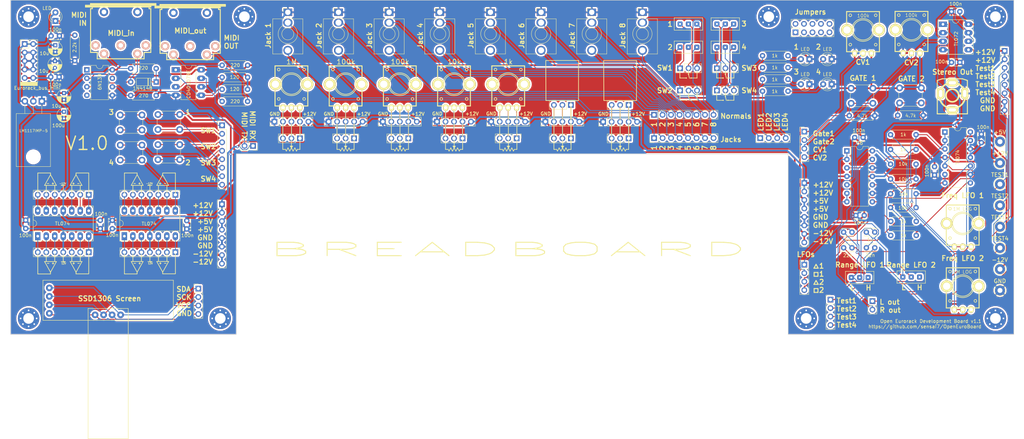
<source format=kicad_pcb>
(kicad_pcb (version 20240108) (generator "pcbnew") (generator_version "8.0")
  (layers (0 "F.Cu" signal) (31 "B.Cu" signal) (34 "B.Paste" user) (35 "F.Paste" user) (36 "B.SilkS" user "B.Silkscreen") (37 "F.SilkS" user "F.Silkscreen") (38 "B.Mask" user) (39 "F.Mask" user) (44 "Edge.Cuts" user))
  (net 0 "")
  (net 1 "GND")
  (net 2 "CV2")
  (net 3 "+5V")
  (net 4 "CV1")
  (net 5 "Net-(U6D--)")
  (net 6 "Net-(R19-Pad1)")
  (net 7 "Net-(R18-Pad1)")
  (net 8 "TRI1PRE")
  (net 9 "Net-(SW11-B)")
  (net 10 "Net-(J21-Pad4)")
  (net 11 "Net-(SW12-B)")
  (net 12 "Net-(D1-K)")
  (net 13 "Net-(J21-Pad5)")
  (net 14 "Net-(D2-A)")
  (net 15 "Net-(D3-A)")
  (net 16 "Net-(D4-A)")
  (net 17 "Net-(J17-Pad4)")
  (net 18 "Net-(D5-A)")
  (net 19 "Net-(D6-K)")
  (net 20 "Net-(D6-A)")
  (net 21 "Net-(J2-Pin_1)")
  (net 22 "Net-(J2-Pin_2)")
  (net 23 "Net-(J2-Pin_3)")
  (net 24 "Net-(J2-Pin_5)")
  (net 25 "Net-(J2-Pin_6)")
  (net 26 "Net-(J2-Pin_7)")
  (net 27 "Net-(J3-Pin_1)")
  (net 28 "Net-(J3-Pin_2)")
  (net 29 "Net-(J3-Pin_3)")
  (net 30 "Net-(J3-Pin_5)")
  (net 31 "Net-(J3-Pin_6)")
  (net 32 "Net-(J3-Pin_7)")
  (net 33 "Net-(J4-Pin_1)")
  (net 34 "Net-(J4-Pin_2)")
  (net 35 "-12V")
  (net 36 "+12V")
  (net 37 "Net-(R13-Pad1)")
  (net 38 "GATE1")
  (net 39 "GATE2")
  (net 40 "Net-(J4-Pin_3)")
  (net 41 "Net-(J4-Pin_5)")
  (net 42 "Net-(J4-Pin_6)")
  (net 43 "Net-(J4-Pin_7)")
  (net 44 "SQR2")
  (net 45 "SQR1")
  (net 46 "Net-(J5-Pin_1)")
  (net 47 "Net-(J5-Pin_2)")
  (net 48 "TRI2")
  (net 49 "TRI1")
  (net 50 "MIDI_RX")
  (net 51 "Net-(R10-Pad2)")
  (net 52 "Net-(J5-Pin_3)")
  (net 53 "Net-(J5-Pin_5)")
  (net 54 "Net-(J5-Pin_6)")
  (net 55 "Net-(J5-Pin_7)")
  (net 56 "Net-(J11-Pin_1)")
  (net 57 "Net-(J60-Pin_1)")
  (net 58 "Net-(J11-Pin_2)")
  (net 59 "Net-(J60-Pin_2)")
  (net 60 "Net-(J8-Pin_1)")
  (net 61 "Net-(J8-Pin_2)")
  (net 62 "Net-(J8-Pin_3)")
  (net 63 "Net-(J8-Pin_4)")
  (net 64 "Net-(J8-Pin_5)")
  (net 65 "Net-(J8-Pin_6)")
  (net 66 "Net-(J8-Pin_7)")
  (net 67 "Net-(J8-Pin_8)")
  (net 68 "Net-(J11-Pin_3)")
  (net 69 "Net-(J60-Pin_3)")
  (net 70 "Net-(J11-Pin_4)")
  (net 71 "Net-(J60-Pin_4)")
  (net 72 "Net-(J11-Pin_5)")
  (net 73 "Net-(J11-Pin_6)")
  (net 74 "Net-(J11-Pin_7)")
  (net 75 "Net-(J11-Pin_8)")
  (net 76 "Net-(J60-Pin_5)")
  (net 77 "Net-(J60-Pin_6)")
  (net 78 "Net-(J60-Pin_7)")
  (net 79 "Net-(J60-Pin_8)")
  (net 80 "Net-(J16-Pin_1)")
  (net 81 "Net-(J16-Pin_2)")
  (net 82 "Net-(J16-Pin_3)")
  (net 83 "Net-(J16-Pin_4)")
  (net 87 "Net-(J18-Pin_1)")
  (net 88 "Net-(J18-Pin_2)")
  (net 89 "Net-(J18-Pin_3)")
  (net 90 "Net-(J19-Pin_1)")
  (net 91 "Net-(J19-Pin_2)")
  (net 92 "Net-(J19-Pin_3)")
  (net 93 "Net-(J20-Pin_1)")
  (net 94 "Net-(J20-Pin_2)")
  (net 95 "Net-(J20-Pin_3)")
  (net 99 "Net-(J22-Pin_1)")
  (net 100 "Net-(J22-Pin_2)")
  (net 101 "Net-(J22-Pin_3)")
  (net 102 "Net-(J23-Pin_2)")
  (net 103 "Net-(J23-Pin_3)")
  (net 104 "Net-(J23-Pin_4)")
  (net 105 "MIDI_TX")
  (net 106 "Net-(J25-Pin_2)")
  (net 107 "Net-(J25-Pin_3)")
  (net 108 "Net-(J25-Pin_4)")
  (net 109 "unconnected-(J30-Pin_1-Pad1)")
  (net 110 "Net-(J31-Pin_2)")
  (net 111 "Net-(J31-Pin_3)")
  (net 112 "Net-(J31-Pin_4)")
  (net 113 "Net-(J33-Pin_2)")
  (net 114 "Net-(J33-Pin_3)")
  (net 115 "Net-(J33-Pin_4)")
  (net 116 "Net-(J35-Pin_2)")
  (net 117 "Net-(J35-Pin_3)")
  (net 118 "Net-(J35-Pin_4)")
  (net 119 "unconnected-(J37-Pin_1-Pad1)")
  (net 120 "unconnected-(J38-Pin_1-Pad1)")
  (net 121 "Net-(J39-Pin_2)")
  (net 122 "Net-(J39-Pin_3)")
  (net 123 "Net-(J39-Pin_4)")
  (net 124 "Net-(J42-Pin_2)")
  (net 125 "Net-(J42-Pin_3)")
  (net 126 "Net-(J42-Pin_4)")
  (net 127 "unconnected-(J47-Pin_1-Pad1)")
  (net 128 "unconnected-(J48-Pin_1-Pad1)")
  (net 129 "unconnected-(J49-Pin_1-Pad1)")
  (net 130 "unconnected-(J50-Pin_1-Pad1)")
  (net 131 "unconnected-(J51-Pin_1-Pad1)")
  (net 132 "Net-(J52-Pin_1)")
  (net 133 "Net-(J52-Pin_2)")
  (net 134 "Net-(J52-Pin_3)")
  (net 135 "Net-(J52-Pin_4)")
  (net 146 "Net-(J58-Pin_1)")
  (net 147 "Net-(J58-Pin_2)")
  (net 149 "Net-(U7A--)")
  (net 150 "Net-(U7B--)")
  (net 151 "Net-(U6C-+)")
  (net 152 "TRI2PRE")
  (net 153 "TEST1")
  (net 154 "TEST2")
  (net 155 "TEST3")
  (net 156 "TEST4")
  (net 160 "Net-(U8D--)")
  (net 161 "Net-(U8C-+)")
  (net 162 "SQR1PRE")
  (net 163 "SQR2PRE")
  (net 166 "Net-(R20-Pad1)")
  (net 167 "Net-(R21-Pad2)")
  (footprint "Capacitor_THT:CP_Radial_D4.0mm_P2.00mm" (layer "F.Cu") (at 15.9512 27.7876 -90)
    (property "Reference" "C6" (hide yes))
    (property "Value" "10u")
  )
  (footprint "Capacitor_THT:CP_Radial_D4.0mm_P2.00mm" (layer "F.Cu") (at 15.9512 33.3756 -90)
    (property "Reference" "C1" (hide yes))
    (property "Value" "100u")
  )
  (footprint "Connector_PinHeader_2.54mm:PinHeader_1x08_P2.54mm_Vertical" (layer "F.Cu") (at 63.1952 61.0616)
    (property "Reference" "J27" (hide yes))
    (property "Value" "Conn_01x08")
  )
  (footprint "Connector_PinHeader_2.54mm:PinHeader_1x08_P2.54mm_Vertical" (layer "F.Cu") (at 237.3376 54.7116)
    (property "Reference" "J28" (hide yes))
    (property "Value" "Conn_01x08")
  )
  (footprint "w_pth_resistors:trimmer_alps-rk09k1130ah1" (layer "F.Cu") (at 83.9724 25.146)
    (property "Reference" "RV3" (hide yes))
    (property "Value" "1M")
  )
  (footprint "w_pth_resistors:trimmer_alps-rk09k1130ah1" (layer "F.Cu") (at 269.3848 8.84)
    (property "Reference" "RV2" (hide yes))
    (property "Value" "100k")
  )
  (footprint "w_pth_resistors:trimmer_alps-rk09k1130ah1" (layer "F.Cu") (at 254.894 8.8908)
    (property "Reference" "RV1" (hide yes))
    (property "Value" "100k")
  )
  (footprint "w_pth_resistors:trimmer_alps-rk09k1130ah1" (layer "F.Cu") (at 284.7 66.7981)
    (property "Reference" "RV5" (hide yes))
    (property "Value" "1M LOG")
  )
  (footprint "w_pth_resistors:trimmer_alps-rk09k1130ah1" (layer "F.Cu") (at 284.7 85.6)
    (property "Reference" "RV4" (hide yes))
    (property "Value" "1M LOG")
  )
  (footprint "SensaiLib:din-5" (layer "F.Cu") (at 53.6956 10.7696 180)
    (property "Reference" "J21" (hide yes))
    (property "Value" "MIDI_out")
  )
  (footprint "SensaiLib:din-5" (layer "F.Cu") (at 32.9184 10.5156 180)
    (property "Reference" "J17" (hide yes))
    (property "Value" "MIDI_in")
  )
  (footprint "SensaiLib:Eurorack_mini_bus" (layer "F.Cu") (at 4.2164 13.1064)
    (property "Reference" "J1" (hide yes))
    (property "Value" "Eurorack_bus_mini")
  )
  (footprint "Resistor_THT:R_Axial_DIN0207_L6.3mm_D2.5mm_P7.62mm_Horizontal" (layer "F.Cu") (at 63.246 30.2768)
    (property "Reference" "R13" (hide yes))
    (property "Value" "220")
  )
  (footprint "Resistor_THT:R_Axial_DIN0207_L6.3mm_D2.5mm_P7.62mm_Horizontal" (layer "F.Cu") (at 70.866 23.0632 180)
    (property "Reference" "R9" (hide yes))
    (property "Value" "120")
  )
  (footprint "Resistor_THT:R_Axial_DIN0207_L6.3mm_D2.5mm_P7.62mm_Horizontal" (layer "F.Cu") (at 19.2024 18.0848 90)
    (property "Reference" "R1" (hide yes))
    (property "Value" "2.2k")
  )
  (footprint "Resistor_THT:R_Axial_DIN0207_L6.3mm_D2.5mm_P7.62mm_Horizontal" (layer "F.Cu") (at 232.4636 16.6014 180)
    (property "Reference" "R4" (hide yes))
    (property "Value" "1k")
  )
  (footprint "Resistor_THT:R_Axial_DIN0207_L6.3mm_D2.5mm_P7.62mm_Horizontal" (layer "F.Cu") (at 232.4636 23.6796 180)
    (property "Reference" "R6" (hide yes))
    (property "Value" "1k")
  )
  (footprint "Resistor_THT:R_Axial_DIN0207_L6.3mm_D2.5mm_P7.62mm_Horizontal" (layer "F.Cu") (at 43.5356 20.4216 180)
    (property "Reference" "R8" (hide yes))
    (property "Value" "220")
  )
  (footprint "Resistor_THT:R_Axial_DIN0207_L6.3mm_D2.5mm_P7.62mm_Horizontal" (layer "F.Cu") (at 263.1292 40.241)
    (property "Reference" "R19" (hide yes))
    (property "Value" "1k")
  )
  (footprint "Resistor_THT:R_Axial_DIN0207_L6.3mm_D2.5mm_P7.62mm_Horizontal" (layer "F.Cu") (at 263.1292 44.6637)
    (property "Reference" "R18" (hide yes))
    (property "Value" "1k")
  )
  (footprint "Resistor_THT:R_Axial_DIN0207_L6.3mm_D2.5mm_P7.62mm_Horizontal" (layer "F.Cu") (at 263.1292 57.9319)
    (property "Reference" "R17" (hide yes))
    (property "Value" "10k")
  )
  (footprint "Resistor_THT:R_Axial_DIN0207_L6.3mm_D2.5mm_P7.62mm_Horizontal" (layer "F.Cu") (at 263.1292 53.5092)
    (property "Reference" "R16" (hide yes))
    (property "Value" "10k")
  )
  (footprint "Resistor_THT:R_Axial_DIN0207_L6.3mm_D2.5mm_P7.62mm_Horizontal" (layer "F.Cu") (at 263.1292 62.0773)
    (property "Reference" "R15" (hide yes))
    (property "Value" "10k")
  )
  (footprint "Resistor_THT:R_Axial_DIN0207_L6.3mm_D2.5mm_P7.62mm_Horizontal" (layer "F.Cu") (at 263.1292 49.0864)
    (property "Reference" "R14" (hide yes))
    (property "Value" "10k")
  )
  (footprint "Resistor_THT:R_Axial_DIN0207_L6.3mm_D2.5mm_P7.62mm_Horizontal" (layer "F.Cu") (at 43.5356 28.4988 180)
    (property "Reference" "R12" (hide yes))
    (property "Value" "270")
  )
  (footprint "Resistor_THT:R_Axial_DIN0207_L6.3mm_D2.5mm_P7.62mm_Horizontal" (layer "F.Cu") (at 70.866 19.4564 180)
    (property "Reference" "R11" (hide yes))
    (property "Value" "220")
  )
  (footprint "Resistor_THT:R_Axial_DIN0207_L6.3mm_D2.5mm_P7.62mm_Horizontal" (layer "F.Cu") (at 70.866 26.67 180)
    (property "Reference" "R10" (hide yes))
    (property "Value" "120")
  )
  (footprint "Resistor_THT:R_Axial_DIN0207_L6.3mm_D2.5mm_P7.62mm_Horizontal" (layer "F.Cu") (at 232.4636 27.2186 180)
    (property "Reference" "R7" (hide yes))
    (property "Value" "1k")
  )
  (footprint "Resistor_THT:R_Axial_DIN0207_L6.3mm_D2.5mm_P7.62mm_Horizontal" (layer "F.Cu") (at 232.4636 20.1405 180)
    (property "Reference" "R5" (hide yes))
    (property "Value" "1k")
  )
  (footprint "Package_TO_SOT_THT:TO-220-3_Horizontal_TabDown" (layer "F.Cu") (at 9.3472 30.226 180)
    (property "Reference" "U1" (hide yes))
    (property "Value" "LM1117IMP-5")
  )
  (footprint "Package_DIP:DIP-8_W7.62mm" (layer "F.Cu") (at 22.8092 20.828)
    (property "Reference" "U5" (hide yes))
    (property "Value" "6N139")
  )
  (footprint "Package_DIP:DIP-14_W7.62mm" (layer "F.Cu") (at 250.0688 45.0932)
    (property "Reference" "U6")
    (property "Value" "TL074")
  )
  (footprint "LED_THT:LED_D3.0mm_FlatTop" (layer "F.Cu") (at 245.5192 25.1358 180)
    (property "Reference" "D5" (hide yes))
    (property "Value" "LED")
  )
  (footprint "LED_THT:LED_D3.0mm_FlatTop" (layer "F.Cu") (at 13.4112 6.1976 90)
    (property "Reference" "D1" (hide yes))
    (property "Value" "LED")
  )
  (footprint "LED_THT:LED_D3.0mm_FlatTop" (layer "F.Cu") (at 238.8644 25.1358 180)
    (property "Reference" "D4" (hide yes))
    (property "Value" "LED")
  )
  (footprint "LED_THT:LED_D3.0mm_FlatTop" (layer "F.Cu") (at 245.5192 17.6276 180)
    (property "Reference" "D3" (hide yes))
    (property "Value" "LED")
  )
  (footprint "LED_THT:LED_D3.0mm_FlatTop" (layer "F.Cu") (at 238.8644 17.6276 180)
    (property "Reference" "D2" (hide yes))
    (property "Value" "LED")
  )
  (footprint "Diode_THT:D_DO-35_SOD27_P7.62mm_Horizontal" (layer "F.Cu") (at 43.5356 24.4602 180)
    (property "Reference" "D6" (hide yes))
    (property "Value" "1N4148")
  )
  (footprint "Connector_PinHeader_2.54mm:PinHeader_1x08_P2.54mm_Vertical" (layer "F.Cu") (at 192.42 41.275 90)
    (property "Reference" "J11" (hide yes))
    (property "Value" "Conn_01x08")
  )
  (footprint "Connector_PinHeader_2.54mm:PinHeader_1x08_P2.54mm_Vertical" (layer "F.Cu") (at 63.246 37.4396)
    (property "Reference" "J8" (hide yes))
    (property "Value" "Conn_01x08")
  )
  (footprint "Connector_PinHeader_2.54mm:PinHeader_1x07_P2.54mm_Vertical" (layer "F.Cu") (at 49.2768 75.438 -90)
    (property "Reference" "J5" (hide yes))
    (property "Value" "Conn_01x07")
  )
  (footprint "Connector_PinHeader_2.54mm:PinHeader_1x07_P2.54mm_Vertical" (layer "F.Cu") (at 49.2768 58.2168 -90)
    (property "Reference" "J4" (hide yes))
    (property "Value" "Conn_01x07")
  )
  (footprint "Connector_PinHeader_2.54mm:PinHeader_1x07_P2.54mm_Vertical" (layer "F.Cu") (at 23.368 75.438 -90)
    (property "Reference" "J3" (hide yes))
    (property "Value" "Conn_01x07")
  )
  (footprint "Connector_PinHeader_2.54mm:PinHeader_1x07_P2.54mm_Vertical" (layer "F.Cu") (at 23.368 58.2168 -90)
    (property "Reference" "J2" (hide yes))
    (property "Value" "Conn_01x07")
  )
  (footprint "Connector_PinHeader_2.54mm:PinHeader_1x04_P2.54mm_Vertical" (layer "F.Cu") (at 224.155 41.275 90)
    (property "Reference" "J16" (hide yes))
    (property "Value" "Conn_01x04")
  )
  (footprint "Connector_PinHeader_2.54mm:PinHeader_1x03_P2.54mm_Vertical" (layer "F.Cu") (at 200.1806 27.0133 90)
    (property "Reference" "J18" (hide yes))
    (property "Value" "Conn_01x03")
  )
  (footprint "Connector_PinHeader_2.54mm:PinHeader_1x03_P2.54mm_Vertical" (layer "F.Cu") (at 200.1806 20.3585 90)
    (property "Reference" "J20" (hide yes))
    (property "Value" "Conn_01x03")
  )
  (footprint "Connector_PinHeader_2.54mm:PinHeader_1x03_P2.54mm_Vertical" (layer "F.Cu") (at 211.205 20.3585 90)
    (property "Reference" "J22" (hide yes))
    (property "Value" "Conn_01x03")
  )
  (footprint "Connector_PinHeader_2.54mm:PinHeader_1x03_P2.54mm_Vertical" (layer "F.Cu") (at 211.205 27.0133 90)
    (property "Reference" "J19" (hide yes))
    (property "Value" "Conn_01x03")
  )
  (footprint "Capacitor_THT:C_Disc_D3.4mm_W2.1mm_P2.50mm" (layer "F.Cu") (at 4.5212 68.3368 90)
    (property "Reference" "C2" (hide yes))
    (property "Value" "100n")
  )
  (footprint "Capacitor_THT:C_Disc_D3.4mm_W2.1mm_P2.50mm" (layer "F.Cu") (at 52.6796 68.4784 90)
    (property "Reference" "C5" (hide yes))
    (property "Value" "100n")
  )
  (footprint "Capacitor_THT:C_Disc_D3.4mm_W2.1mm_P2.50mm" (layer "F.Cu") (at 252.7612 64.3972)
    (property "Reference" "C16" (hide yes))
    (property "Value" "100n")
  )
  (footprint "Capacitor_THT:C_Disc_D3.4mm_W2.1mm_P2.50mm" (layer "F.Cu") (at 14.5088 22.9616 180)
    (property "Reference" "C8" (hide yes))
    (property "Value" "100n")
  )
  (footprint "Capacitor_THT:C_Disc_D3.4mm_W2.1mm_P2.50mm" (layer "F.Cu") (at 30.4292 68.3768 90)
    (property "Reference" "C4" (hide yes))
    (property "Value" "100n")
  )
  (footprint "Capacitor_THT:C_Disc_D3.4mm_W2.1mm_P2.50mm" (layer "F.Cu") (at 26.8224 68.3768 90)
    (property "Reference" "C3" (hide yes))
    (property "Value" "100n")
  )
  (footprint "Capacitor_THT:C_Disc_D3.4mm_W2.1mm_P2.50mm" (layer "F.Cu") (at 12.1104 10.668)
    (property "Reference" "C7" (hide yes))
    (property "Value" "100n")
  )
  (footprint "Capacitor_THT:C_Disc_D3.4mm_W2.1mm_P2.50mm" (layer "F.Cu") (at 252.4056 41.08)
    (property "Reference" "C15" (hide yes))
    (property "Value" "100n")
  )
  (footprint "Capacitor_THT:CP_Radial_D4.0mm_P2.00mm" (layer "F.Cu") (at 13.3604 13.4675 -90)
    (property "Reference" "C9" (hide yes))
    (property "Value" "10u")
  )
  (footprint "Capacitor_THT:CP_Radial_D4.0mm_P2.00mm" (layer "F.Cu") (at 13.2588 18.2169 -90)
    (property "Reference" "C10" (hide yes))
    (property "Value" "10u")
  )
  (footprint "Button_Switch_THT:SW_PUSH_6mm_H5mm" (layer "F.Cu") (at 32.7898 34.3384)
    (property "Reference" "SW4" (hide yes))
    (property "Value" "SW_Push")
  )
  (footprint "Button_Switch_THT:SW_PUSH_6mm_H5mm" (layer "F.Cu") (at 44.0674 43.2115)
    (property "Reference" "SW3" (hide yes))
    (property "Value" "SW_Push")
  )
  (footprint "Button_Switch_THT:SW_PUSH_6mm_H5mm" (layer "F.Cu") (at 265.83 26.2412)
    (property "Reference" "SW5" (hide yes))
    (property "Value" "SW_Push")
  )
  (footprint "Button_Switch_THT:SW_PUSH_6mm_H5mm" (layer "F.Cu") (at 32.7898 43.347)
    (property "Reference" "SW6" (hide yes))
    (property "Value" "SW_Push")
  )
  (footprint "Button_Switch_THT:SW_PUSH_6mm_H5mm" (layer "F.Cu") (at 44.0674 34.203)
    (property "Reference" "SW1" (hide yes))
    (property "Value" "SW_Push")
  )
  (footprint "Button_Switch_THT:SW_PUSH_6mm_H5mm" (layer "F.Cu") (at 251.3392 26.3428)
    (property "Reference" "SW2" (hide yes))
    (property "Value" "SW_Push")
  )
  (footprint "Capacitor_THT:C_Disc_D3.4mm_W2.1mm_P2.50mm" (layer "F.Cu") (at 249.0928 74.1)
    (property "Reference" "C12" (hide yes))
    (property "Value" "22n")
  )
  (footprint "Capacitor_THT:C_Disc_D3.4mm_W2.1mm_P2.50mm" (layer "F.Cu") (at 258.4 74.1 180)
    (property "Reference" "C11" (hide yes))
    (property "Value" "22n")
  )
  (footprint "Capacitor_THT:C_Disc_D3.4mm_W2.1mm_P2.50mm" (layer "F.Cu") (at 255.9 69.4264)
    (property "Reference" "C13" (hide yes))
    (property "Value" "1u")
  )
  (footprint "SensaiLib:SPDT_8.5x3.7mm_SS12d00G4" (layer "F.Cu") (at 202.6806 7.112)
    (property "Reference" "SW9" (hide yes))
    (property "Value" "SW_SPDT")
  )
  (footprint "SensaiLib:SPDT_8.5x3.7mm_SS12d00G4" (layer "F.Cu") (at 202.6806 14.0716)
    (property "Reference" "SW7" (hide yes))
    (property "Value" "SW_SPDT")
  )
  (footprint "SensaiLib:SPDT_8.5x3.7mm_SS12d00G4" (layer "F.Cu") (at 213.705 14.0716)
    (property "Reference" "SW8" (hide yes))
    (property "Value" "SW_SPDT")
  )
  (footprint "SensaiLib:SPDT_8.5x3.7mm_SS12d00G4" (layer "F.Cu") (at 253.9 83.0003)
    (property "Reference" "SW11" (hide yes))
    (property "Value" "SW_SPDT")
  )
  (footprint "SensaiLib:SPDT_8.5x3.7mm_SS12d00G4" (layer "F.Cu") (at 213.705 7.112)
    (property "Reference" "SW10" (hide yes))
    (property "Value" "SW_SPDT")
  )
  (footprint "Capacitor_THT:C_Disc_D3.4mm_W2.1mm_P2.50mm" (layer "F.Cu") (at 251.5928 69.4264 180)
    (property "Reference" "C14" (hide yes))
    (property "Value" "1u")
  )
  (footprint "Connector_PinSocket_2.54mm:PinSocket_1x02_P2.54mm_Vertical" (layer "F.Cu") (at 72.4916 43.5864 -90)
    (property "Reference" "J45" (hide yes))
    (property "Value" "Conn_01x02")
  )
  (footprint "Package_DIP:DIP-8_W7.62mm_LongPads" (layer "F.Cu") (at 49.3776 20.828)
    (property "Reference" "U4" (hide yes))
    (property "Value" "CD40107BE")
  )
  (footprint "Package_DIP:DIP-14_W7.62mm_Socket_LongPads" (layer "F.Cu") (at 8.118 70.6264 90)
    (property "Reference" "U2" (hide yes))
    (property "Value" "TL074")
  )
  (footprint "Package_DIP:DIP-14_W7.62mm_Socket_LongPads" (layer "F.Cu") (at 34.0268 70.6264 90)
    (property "Reference" "U3" (hide yes))
    (property "Value" "TL074")
  )
  (footprint "SensaiLib:SPDT_8.5x3.7mm_SS12d00G4" (layer "F.Cu") (at 269.3 82.8548)
    (property "Reference" "SW12" (hide yes))
    (property "Value" "SW_SPDT")
  )
  (footprint "MountingHole:MountingHole_3.2mm_M3_Pad_Via" (layer "F.Cu") (at 5.3848 95.25)
    (property "Reference" "J48" (hide yes))
    (property "Value" "Screw_Terminal_01x01")
  )
  (footprint "MountingHole:MountingHole_3.2mm_M3_Pad_Via" (layer "F.Cu") (at 237.8964 95.25)
    (property "Reference" "J47" (hide yes))
    (property "Value" "Screw_Terminal_01x01")
  )
  (footprint "MountingHole:MountingHole_3.2mm_M3_Pad_Via" (layer "F.Cu") (at 226.7204 4.9276)
    (property "Reference" "J38" (hide yes))
    (property "Value" "Screw_Terminal_01x01")
  )
  (footprint "MountingHole:MountingHole_3.2mm_M3_Pad_Via" (layer "F.Cu") (at 294.4876 95.25)
    (property "Reference" "J37" (hide yes))
    (property "Value" "Screw_Terminal_01x01")
  )
  (footprint "MountingHole:MountingHole_3.2mm_M3_Pad_Via" (layer "F.Cu") (at 5.3848 4.9276)
    (property "Reference" "J50" (hide yes))
    (property "Value" "Screw_Terminal_01x01")
  )
  (footprint "MountingHole:MountingHole_3.2mm_M3_Pad_Via" (layer "F.Cu") (at 294.4876 4.9276)
    (property "Reference" "J51" (hide yes))
    (property "Value" "Screw_Terminal_01x01")
  )
  (footprint "MountingHole:MountingHole_3.2mm_M3_Pad_Via" (layer "F.Cu") (at 62.6872 95.25)
    (property "Reference" "J30" (hide yes))
    (property "Value" "Screw_Terminal_01x01")
  )
  (footprint "MountingHole:MountingHole_3.2mm_M3_Pad_Via" (layer "F.Cu") (at 69.9008 4.9276)
    (property "Reference" "J49" (hide yes))
    (property "Value" "Screw_Terminal_01x01")
  )
  (footprint "Resistor_THT:R_Axial_DIN0207_L6.3mm_D2.5mm_P7.62mm_Horizontal" (layer "F.Cu") (at 265.27 34.4424)
    (property "Reference" "R3" (hide yes))
    (property "Value" "4.7k")
  )
  (footprint "Resistor_THT:R_Axial_DIN0207_L6.3mm_D2.5mm_P7.62mm_Horizontal" (layer "F.Cu") (at 250.7792 34.544)
    (property "Reference" "R2" (hide yes))
    (property "Value" "4.7k")
  )
  (footprint "Connector_PinHeader_2.54mm:PinHeader_1x04_P2.54mm_Vertical" (layer "F.Cu") (at 237.3376 79.1464)
    (property "Reference" "J29" (hide yes))
    (property "Value" "Conn_01x04")
  )
  (footprint "Connector_PinHeader_2.54mm:PinHeader_1x04_P2.54mm_Vertical" (layer "F.Cu") (at 237.3376 39.3192)
    (property "Reference" "J46" (hide yes))
    (property "Value" "Conn_01x04")
  )
  (footprint "Connector_PinHeader_2.54mm:PinHeader_1x03_P2.54mm_Vertical" (layer "F.Cu") (at 167.5384 41.3512 -90)
    (property "Reference" "J43" (hide yes))
    (property "Value" "Conn_01x03")
  )
  (footprint "w_pth_resistors:trimmer_alps-rk09k1130ah1" (layer "F.Cu") (at 100.1776 25.146)
    (property "Reference" "RV9" (hide yes))
    (property "Value" "100k")
  )
  (footprint "w_pth_resistors:trimmer_alps-rk09k1130ah1" (layer "F.Cu") (at 116.3828 25.146)
    (property "Reference" "RV11" (hide yes))
    (property "Value" "100k")
  )
  (footprint "w_pth_resistors:trimmer_alps-rk09k1130ah1" (layer "F.Cu") (at 132.588 25.146)
    (property "Reference" "RV6" (hide yes))
    (property "Value" "10k")
  )
  (footprint "w_pth_resistors:trimmer_alps-rk09k1130ah1" (layer "F.Cu") (at 148.7932 25.146)
    (property "Reference" "RV10" (hide yes))
    (property "Value" "1k")
  )
  (footprint "Connector_PinHeader_2.54mm:PinHeader_1x05_P2.54mm_Vertical" (layer "F.Cu") (at 111.3053 36.3361 90)
    (property "Reference" "J35" (hide yes))
    (property "Value" "Conn_01x05")
  )
  (footprint "Connector_PinHeader_2.54mm:PinHeader_1x05_P2.54mm_Vertical" (layer "F.Cu") (at 78.8974 36.3361 90)
    (property "Reference" "J23" (hide yes))
    (property "Value" "Conn_01x05")
  )
  (footprint "Connector_PinHeader_2.54mm:PinHeader_1x05_P2.54mm_Vertical" (layer "F.Cu") (at 143.7132 36.3361 90)
    (property "Reference" "J33" (hide yes))
    (property "Value" "Conn_01x05")
  )
  (footprint "Connector_PinHeader_2.54mm:PinHeader_1x05_P2.54mm_Vertical" (layer "F.Cu") (at 127.5093 36.3361 90)
    (property "Reference" "J25" (hide yes))
    (property "Value" "Conn_01x05")
  )
  (footprint "Connector_PinHeader_2.54mm:PinHeader_1x05_P2.54mm_Vertical" (layer "F.Cu") (at 95.1014 36.3361 90)
    (property "Reference" "J31" (hide yes))
    (property "Value" "Conn_01x05")
  )
  (footprint "Connector_PinHeader_2.54mm:PinHeader_1x03_P2.54mm_Vertical" (layer "F.Cu") (at 151.3332 41.3512 -90)
    (property "Reference" "J34" (hide yes))
    (property "Value" "Conn_01x03")
  )
  (footprint "Connector_PinHeader_2.54mm:PinHeader_1x03_P2.54mm_Vertical" (layer "F.Cu") (at 118.9228 41.3512 -90)
    (property "Reference" "J36" (hide yes))
    (property "Value" "Conn_01x03")
  )
  (footprint "Connector_PinHeader_2.54mm:PinHeader_1x03_P2.54mm_Vertical" (layer "F.Cu") (at 86.5124 41.3512 -90)
    (property "Reference" "J24" (hide yes))
    (property "Value" "Conn_01x03")
  )
  (footprint "Connector_PinHeader_2.54mm:PinHeader_1x03_P2.54mm_Vertical" (layer "F.Cu") (at 135.128 41.3512 -90)
    (property "Reference" "J26" (hide yes))
    (property "Value" "Conn_01x03")
  )
  (footprint "Connector_PinHeader_2.54mm:PinHeader_1x03_P2.54mm_Vertical" (layer "F.Cu") (at 102.7176 41.3512 -90)
    (property "Reference" "J32" (hide yes))
    (property "Value" "Conn_01x03")
  )
  (footprint "SensaiLib:0.91 inches 128x32 Screen" (layer "F.Cu") (at 11.5824 86.106)
    (property "Reference" "J52" (hide yes))
    (property "Value" "Conn_01x04")
  )
  (footprint "Connector_PinHeader_2.54mm:PinHeader_1x04_P2.54mm_Vertical" (layer "F.Cu") (at 56.134 86.3092)
    (property "Reference" "J53" (hide yes))
    (property "Value" "Conn_01x04")
  )
  (footprint "SensaiLib:0.91 inches 128x32 Screen" (layer "F.Cu") (at 32.8914 94.1832 -90)
    (property "Reference" "J54" (hide yes))
    (property "Value" "Conn_01x04")
  )
  (footprint "Connector_PinHeader_2.54mm:PinHeader_1x05_P2.54mm_Vertical" (layer "F.Cu") (at 177.1879 36.3869 90)
    (property "Reference" "J39" (hide yes))
    (property "Value" "Conn_01x05")
  )
  (footprint "Connector_PinHeader_2.54mm:PinHeader_1x05_P2.54mm_Vertical" (layer "F.Cu") (at 159.9172 36.3361 90)
    (property "Reference" "J42" (hide yes))
    (property "Value" "Conn_01x05")
  )
  (footprint "Connector_PinHeader_2.54mm:PinHeader_1x03_P2.54mm_Vertical" (layer "F.Cu") (at 184.8104 31.3436 -90)
    (property "Reference" "J41" (hide yes))
    (property "Value" "Conn_01x03")
  )
  (footprint "Connector_PinHeader_2.54mm:PinHeader_1x03_P2.54mm_Vertical" (layer "F.Cu") (at 184.8104 41.3512 -90)
    (property "Reference" "J40" (hide yes))
    (property "Value" "Conn_01x03")
  )
  (footprint "Connector_PinHeader_2.54mm:PinHeader_1x03_P2.54mm_Vertical" (layer "F.Cu") (at 167.5384 31.3436 -90)
    (property "Reference" "J44" (hide yes))
    (property "Value" "Conn_01x03")
  )
  (footprint "Connector_PinHeader_2.54mm:PinHeader_2x05_P2.54mm_Vertical" (layer "F.Cu") (at 234.701 9.6012 90)
    (property "Reference" "J55" (hide yes))
    (property "Value" "Jumpers")
  )
  (footprint "Connector_PinHeader_2.54mm:PinHeader_1x08_P2.54mm_Vertical" (layer "F.Cu") (at 297.2308 15.1384)
    (property "Reference" "J57" (hide yes))
    (property "Value" "Conn_01x08")
  )
  (footprint "Connector_PinHeader_2.54mm:PinHeader_1x04_P2.54mm_Vertical" (layer "F.Cu") (at 245.1608 89.6112)
    (property "Reference" "J56" (hide yes))
    (property "Value" "Conn_01x04")
  )
  (footprint "Connector_PinHeader_2.54mm:PinHeader_1x02_P2.54mm_Vertical" (layer "F.Cu") (at 257.7084 90.0684)
    (property "Reference" "J58" (hide yes))
    (property "Value" "Conn_01x02")
  )
  (footprint "Connector_Audio:Jack_3.5mm_QingPu_WQP-PJ398SM_Vertical_CircularHoles" (layer "F.Cu") (at 188.9252 3.5944)
    (property "Reference" "J15" (hide yes))
    (property "Value" "Jack 8")
  )
  (footprint "Connector_Audio:Jack_3.5mm_QingPu_WQP-PJ398SM_Vertical_CircularHoles" (layer "F.Cu") (at 98.0429 3.5944)
    (property "Reference" "J7" (hide yes))
    (property "Value" "Jack 2")
  )
  (footprint "Connector_Audio:Jack_3.5mm_QingPu_WQP-PJ398SM_Vertical_CircularHoles" (layer "F.Cu") (at 82.8958 3.5944)
    (property "Reference" "J6" (hide yes))
    (property "Value" "Jack 1")
  )
  (footprint "Connector_Audio:Jack_3.5mm_QingPu_WQP-PJ398SM_Vertical_CircularHoles" (layer "F.Cu") (at 113.1899 3.5944)
    (property "Reference" "J9" (hide yes))
    (property "Value" "Jack 3")
  )
  (footprint "Connector_Audio:Jack_3.5mm_QingPu_WQP-PJ398SM_Vertical_CircularHoles" (layer "F.Cu") (at 143.484 3.5944)
    (property "Reference" "J12" (hide yes))
    (property "Value" "Jack 5")
  )
  (footprint "Connector_Audio:Jack_3.5mm_QingPu_WQP-PJ398SM_Vertical_CircularHoles" (layer "F.Cu") (at 173.7781 3.5944)
    (property "Reference" "J14" (hide yes))
    (property "Value" "Jack 7")
  )
  (footprint "Connector_Audio:Jack_3.5mm_QingPu_WQP-PJ398SM_Vertical_CircularHoles" (layer "F.Cu") (at 158.6311 3.5944)
    (property "Reference" "J13" (hide yes))
    (property "Value" "Jack 6")
  )
  (footprint "Connector_Audio:Jack_3.5mm_QingPu_WQP-PJ398SM_Vertical_CircularHoles" (layer "F.Cu") (at 128.337 3.5944)
    (property "Reference" "J10" (hide yes))
    (property "Value" "Jack 4")
  )
  (footprint "SensaiLib:Jack Stereo vertical Thonk" (layer "F.Cu") (at 281.6 28.5108)
    (property "Reference" "J59" (hide yes))
    (property "Value" "AudioJack3_Ground")
  )
  (footprint "Capacitor_THT:C_Disc_D3.4mm_W2.1mm_P2.50mm" (layer "F.Cu") (at 283.85 3.4054 180)
    (property "Reference" "C17" (hide yes))
    (property "Value" "100n")
  )
  (footprint "Capacitor_THT:C_Disc_D3.4mm_W2.1mm_P2.50mm" (layer "F.Cu") (at 283.85 18.5946 180)
    (property "Reference" "C18" (hide yes))
    (property "Value" "100n")
  )
  (footprint "Package_DIP:DIP-8_W7.62mm_Socket_LongPads" (layer "F.Cu") (at 278.8 7.2)
    (property "Reference" "U7" (hide yes))
    (property "Value" "TL072")
  )
  (footprint "TestPoint:TestPoint_THTPad_D3.0mm_Drill1.5mm" (layer "F.Cu") (at 295.8484 67.7813)
    (property "Reference" "TP2" (hide yes))
    (property "Value" "TestPoint")
  )
  (footprint "TestPoint:TestPoint_THTPad_D3.0mm_Drill1.5mm" (layer "F.Cu") (at 295.8484 48.6946)
    (property "Reference" "TP4" (hide yes))
    (property "Value" "TestPoint")
  )
  (footprint "TestPoint:TestPoint_THTPad_D3.0mm_Drill1.5mm" (layer "F.Cu") (at 295.8484 42.3323)
    (property "Reference" "TP1" (hide yes))
    (property "Value" "TestPoint")
  )
  (footprint "TestPoint:TestPoint_THTPad_D3.0mm_Drill1.5mm" (layer "F.Cu") (at 295.8484 55.0568)
    (property "Reference" "TP3" (hide yes))
    (property "Value" "TestPoint")
  )
  (footprint "TestPoint:TestPoint_THTPad_D3.0mm_Drill1.5mm" (layer "F.Cu") (at 295.8484 80.5058)
    (property "Reference" "TP5" (hide yes))
    (property "Value" "TestPoint")
  )
  (footprint "TestPoint:TestPoint_THTPad_D3.0mm_Drill1.5mm" (layer "F.Cu") (at 295.8484 61.419)
    (property "Reference" "TP7" (hide yes))
    (property "Value" "TestPoint")
  )
  (footprint "TestPoint:TestPoint_THTPad_D3.0mm_Drill1.5mm" (layer "F.Cu") (at 295.8484 74.1435)
    (property "Reference" "TP6" (hide yes))
    (property "Value" "TestPoint")
  )
  (footprint "TestPoint:TestPoint_THTPad_D3.0mm_Drill1.5mm" (layer "F.Cu") (at 295.8484 86.868)
    (property "Reference" "TP8" (hide yes))
    (property "Value" "TestPoint")
  )
  (footprint "Capacitor_THT:C_Disc_D3.4mm_W2.1mm_P2.50mm" (layer "F.Cu") (at 276.28 49.815 -90)
    (property "Reference" "C19")
    (property "Value" "100n")
  )
  (footprint "Resistor_THT:R_Axial_DIN0207_L6.3mm_D2.5mm_P7.62mm_Horizontal" (layer "F.Cu") (at 263.19 70.4)
    (property "Reference" "R21")
    (property "Value" "1k")
  )
  (footprint "Package_DIP:DIP-14_W7.62mm" (layer "F.Cu") (at 279.38 39.44)
    (property "Reference" "U8")
    (property "Value" "TL074")
  )
  (footprint "Connector_PinHeader_2.54mm:PinHeader_1x08_P2.54mm_Vertical" (layer "F.Cu") (at 192.405 34.29 90)
    (property "Reference" "J60")
    (property "Value" "Conn_01x08")
  )
  (footprint "Capacitor_THT:C_Disc_D3.4mm_W2.1mm_P2.50mm" (layer "F.Cu") (at 290.28 40.115 -90)
    (property "Reference" "C20")
    (property "Value" "100n")
  )
  (footprint "Resistor_THT:R_Axial_DIN0207_L6.3mm_D2.5mm_P7.62mm_Horizontal" (layer "F.Cu") (at 263.19 66.2)
    (property "Reference" "R20")
    (property "Value" "1k")
  )
  (gr_line (start 10.922 54.864) (end 11.43 54.864) (stroke (width 0.2)) (layer "F.SilkS"))
  (gr_line (start 10.66204 75.426716) (end 10.66204 78.220716) (stroke (width 0.2)) (layer "F.SilkS"))
  (gr_line (start 13.71004 78.220716) (end 10.15404 78.220716) (stroke (width 0.2)) (layer "F.SilkS"))
  (gr_line (start 13.20204 75.426716) (end 13.20204 78.220716) (stroke (width 0.2)) (layer "F.SilkS"))
  (gr_line (start 11.93204 81.421116) (end 10.15404 78.220716) (stroke (width 0.2)) (layer "F.SilkS"))
  (gr_line (start 12.94804 78.779516) (end 12.44004 78.779516) (stroke (width 0.2)) (layer "F.SilkS"))
  (gr_line (start 13.71004 78.220716) (end 11.93204 81.421116) (stroke (width 0.2)) (layer "F.SilkS"))
  (gr_line (start 11.93204 81.421116) (end 11.93204 81.929116) (stroke (width 0.2)) (layer "F.SilkS"))
  (gr_line (start 11.47484 78.779516) (end 10.96684 78.779516) (stroke (width 0.2)) (layer "F.SilkS"))
  (gr_line (start 12.7 78.525516) (end 12.7 79.033516) (stroke (width 0.2)) (layer "F.SilkS"))
  (gr_line (start 19.56396 52.233684) (end 21.34196 55.434084) (stroke (width 0.2)) (layer "F.SilkS"))
  (gr_line (start 19.56396 52.233684) (end 19.56396 51.725684) (stroke (width 0.2)) (layer "F.SilkS"))
  (gr_line (start 18.29396 58.228084) (end 18.29396 55.434084) (stroke (width 0.2)) (layer "F.SilkS"))
  (gr_line (start 18.796 55.129284) (end 18.796 54.621284) (stroke (width 0.2)) (layer "F.SilkS"))
  (gr_line (start 18.54796 54.875284) (end 19.05596 54.875284) (stroke (width 0.2)) (layer "F.SilkS"))
  (gr_line (start 17.78596 55.434084) (end 21.34196 55.434084) (stroke (width 0.2)) (layer "F.SilkS"))
  (gr_line (start 17.78596 55.434084) (end 19.56396 52.233684) (stroke (width 0.2)) (layer "F.SilkS"))
  (gr_line (start 20.02116 54.875284) (end 20.52916 54.875284) (stroke (width 0.2)) (layer "F.SilkS"))
  (gr_line (start 20.83396 58.228084) (end 20.83396 55.434084) (stroke (width 0.2)) (layer "F.SilkS"))
  (gr_line (start 15.745059 78.244577) (end 16.354659 78.244577) (stroke (width 0.2)) (layer "F.SilkS"))
  (gr_line (start 16.354659 78.244577) (end 15.135459 78.244577) (stroke (width 0.2)) (layer "F.SilkS"))
  (gr_line (start 15.745059 75.450577) (end 15.745059 78.244577) (stroke (width 0.2)) (layer "F.SilkS"))
  (gr_line (start 44.211197 75.402665) (end 44.211197 78.196665) (stroke (width 0.2)) (layer "F.SilkS"))
  (gr_line (start 45.481197 81.397065) (end 43.703197 78.196665) (stroke (width 0.2)) (layer "F.SilkS"))
  (gr_line (start 46.497197 78.755465) (end 45.989197 78.755465) (stroke (width 0.2)) (layer "F.SilkS"))
  (gr_line (start 47.259197 78.196665) (end 43.703197 78.196665) (stroke (width 0.2)) (layer "F.SilkS"))
  (gr_line (start 46.751197 75.402665) (end 46.751197 78.196665) (stroke (width 0.2)) (layer "F.SilkS"))
  (gr_line (start 47.259197 78.196665) (end 45.481197 81.397065) (stroke (width 0.2)) (layer "F.SilkS"))
  (gr_line (start 44.769997 78.501465) (end 44.769997 79.009465) (stroke (width 0.2)) (layer "F.SilkS"))
  (gr_line (start 45.481197 81.397065) (end 45.481197 81.905065) (stroke (width 0.2)) (layer "F.SilkS"))
  (gr_line (start 45.023997 78.755465) (end 44.515997 78.755465) (stroke (width 0.2)) (layer "F.SilkS"))
  (gr_line (start 45.481197 81.905065) (end 49.240397 81.905065) (stroke (width 0.2)) (layer "F.SilkS"))
  (gr_line (start 49.278941 81.877023) (end 49.278941 75.425423) (stroke (width 0.2)) (layer "F.SilkS"))
  (gr_line (start 37.848941 81.927823) (end 34.038941 81.927823) (stroke (width 0.2)) (layer "F.SilkS"))
  (gr_line (start 34.038941 81.927823) (end 34.038941 75.374623) (stroke (width 0.2)) (layer "F.SilkS"))
  (gr_line (start 37.842981 81.408539) (end 36.064981 78.208139) (stroke (width 0.2)) (layer "F.SilkS"))
  (gr_line (start 37.842981 81.408539) (end 37.842981 81.916539) (stroke (width 0.2)) (layer "F.SilkS"))
  (gr_line (start 39.112981 75.414139) (end 39.112981 78.208139) (stroke (width 0.2)) (layer "F.SilkS"))
  (gr_line (start 38.610941 78.512939) (end 38.610941 79.020939) (stroke (width 0.2)) (layer "F.SilkS"))
  (gr_line (start 38.858981 78.766939) (end 38.350981 78.766939) (stroke (width 0.2)) (layer "F.SilkS"))
  (gr_line (start 39.620981 78.208139) (end 36.064981 78.208139) (stroke (width 0.2)) (layer "F.SilkS"))
  (gr_line (start 39.620981 78.208139) (end 37.842981 81.408539) (stroke (width 0.2)) (layer "F.SilkS"))
  (gr_line (start 37.385781 78.766939) (end 36.877781 78.766939) (stroke (width 0.2)) (layer "F.SilkS"))
  (gr_line (start 36.572981 75.414139) (end 36.572981 78.208139) (stroke (width 0.2)) (layer "F.SilkS"))
  (gr_line (start 41.656 78.232) (end 42.2656 78.232) (stroke (width 0.2)) (layer "F.SilkS"))
  (gr_line (start 42.2656 78.232) (end 41.0464 78.232) (stroke (width 0.2)) (layer "F.SilkS"))
  (gr_line (start 41.656 75.438) (end 41.656 78.232) (stroke (width 0.2)) (layer "F.SilkS"))
  (gr_line (start 39.116 58.2168) (end 39.116 55.4228) (stroke (width 0.2)) (layer "F.SilkS"))
  (gr_line (start 36.068 55.4228) (end 39.624 55.4228) (stroke (width 0.2)) (layer "F.SilkS"))
  (gr_line (start 36.576 58.2168) (end 36.576 55.4228) (stroke (width 0.2)) (layer "F.SilkS"))
  (gr_line (start 41.656 55.4228) (end 41.0464 55.4228) (stroke (width 0.2)) (layer "F.SilkS"))
  (gr_line (start 37.846 51.7144) (end 34.036 51.7144) (stroke (width 0.2)) (layer "F.SilkS"))
  (gr_line (start 41.0464 55.4228) (end 42.2656 55.4228) (stroke (width 0.2)) (layer "F.SilkS"))
  (gr_line (start 34.036 51.7144) (end 34.036 58.2168) (stroke (width 0.2)) (layer "F.SilkS"))
  (gr_line (start 41.656 58.2168) (end 41.656 55.4228) (stroke (width 0.2)) (layer "F.SilkS"))
  (gr_line (start 37.846 52.2224) (end 39.624 55.4228) (stroke (width 0.2)) (layer "F.SilkS"))
  (gr_line (start 36.83 54.864) (end 37.338 54.864) (stroke (width 0.2)) (layer "F.SilkS"))
  (gr_line (start 36.068 55.4228) (end 37.846 52.2224) (stroke (width 0.2)) (layer "F.SilkS"))
  (gr_line (start 37.846 52.2224) (end 37.846 51.7144) (stroke (width 0.2)) (layer "F.SilkS"))
  (gr_line (start 38.3032 54.864) (end 38.8112 54.864) (stroke (width 0.2)) (layer "F.SilkS"))
  (gr_line (start 38.5572 55.118) (end 38.5572 54.61) (stroke (width 0.2)) (layer "F.SilkS"))
  (gr_line (start 49.276 51.7144) (end 49.276 58.2168) (stroke (width 0.2)) (layer "F.SilkS"))
  (gr_line (start 44.45596 54.875284) (end 44.96396 54.875284) (stroke (width 0.2)) (layer "F.SilkS"))
  (gr_line (start 44.704 55.129284) (end 44.704 54.621284) (stroke (width 0.2)) (layer "F.SilkS"))
  (gr_line (start 45.92916 54.875284) (end 46.43716 54.875284) (stroke (width 0.2)) (layer "F.SilkS"))
  (gr_line (start 44.20196 58.228084) (end 44.20196 55.434084) (stroke (width 0.2)) (layer "F.SilkS"))
  (gr_line (start 46.74196 58.228084) (end 46.74196 55.434084) (stroke (width 0.2)) (layer "F.SilkS"))
  (gr_line (start 45.5168 51.7144) (end 49.276 51.7144) (stroke (width 0.2)) (layer "F.SilkS"))
  (gr_line (start 45.47196 52.233684) (end 47.24996 55.434084) (stroke (width 0.2)) (layer "F.SilkS"))
  (gr_line (start 45.47196 52.233684) (end 45.47196 51.725684) (stroke (width 0.2)) (layer "F.SilkS"))
  (gr_line (start 43.69396 55.434084) (end 47.24996 55.434084) (stroke (width 0.2)) (layer "F.SilkS"))
  (gr_line (start 43.69396 55.434084) (end 45.47196 52.233684) (stroke (width 0.2)) (layer "F.SilkS"))
  (gr_line (start 179.6796 31.3944) (end 179.6796 44.6532) (stroke (width 0.2)) (layer "F.SilkS"))
  (gr_line (start 180.4924 44.6532) (end 179.7304 44.6532) (stroke (width 0.2)) (layer "F.SilkS"))
  (gr_line (start 182.7784 45.1612) (end 183.2864 44.196) (stroke (width 0.2)) (layer "F.SilkS"))
  (gr_line (start 183.2864 44.196) (end 183.7944 45.1612) (stroke (width 0.2)) (layer "F.SilkS"))
  (gr_line (start 180.7464 45.1612) (end 180.4924 44.6532) (stroke (width 0.2)) (layer "F.SilkS"))
  (gr_line (start 181.2544 44.196) (end 181.7624 45.1612) (stroke (width 0.2)) (layer "F.SilkS"))
  (gr_line (start 183.7944 45.1612) (end 184.0484 44.6532) (stroke (width 0.2)) (layer "F.SilkS"))
  (gr_line (start 184.8104 31.3944) (end 184.8104 44.6532) (stroke (width 0.2)) (layer "F.SilkS"))
  (gr_line (start 182.2704 44.2468) (end 182.2704 31.3436) (stroke (width 0.2)) (layer "F.SilkS"))
  (gr_line (start 181.7624 45.1612) (end 182.2704 44.196) (stroke (width 0.2)) (layer "F.SilkS"))
  (gr_line (start 180.7464 45.1612) (end 181.2544 44.196) (stroke (width 0.2)) (layer "F.SilkS"))
  (gr_poly (pts (xy 182.2704 44.2468) (xy 181.864 43.6372) (xy 182.6768 43.6372)) (stroke (width 0.15)) (fill solid) (layer "F.SilkS"))
  (gr_line (start 182.2704 44.196) (end 182.7784 45.1612) (stroke (width 0.2)) (layer "F.SilkS"))
  (gr_line (start 184.0484 44.6532) (end 184.8104 44.6532) (stroke (width 0.2)) (layer "F.SilkS"))
  (gr_line (start 184.8612 30.5308) (end 184.8612 43.0276) (stroke (width 0.2)) (layer "F.SilkS"))
  (gr_line (start 187.1472 30.0228) (end 177.3936 30.0228) (stroke (width 0.2)) (layer "F.SilkS"))
  (gr_line (start 177.3936 18.034) (end 187.1472 18.034) (stroke (width 0.2)) (layer "F.SilkS"))
  (gr_line (start 187.1472 18.034) (end 187.1472 30.0228) (stroke (width 0.2)) (layer "F.SilkS"))
  (gr_line (start 177.3936 30.0228) (end 177.3428 18.034) (stroke (width 0.2)) (layer "F.SilkS"))
  (gr_circle (center 203.454 29.9212) (end 203.5556 29.9212) (stroke (width 0.2)) (fill none) (layer "F.SilkS"))
  (gr_circle (center 202.7428 28.8036) (end 202.8444 28.8036) (stroke (width 0.2)) (fill none) (layer "F.SilkS"))
  (gr_line (start 205.25417 20.383097) (end 205.25417 23.278697) (stroke (width 0.2)) (layer "F.SilkS"))
  (gr_line (start 200.12337 20.383097) (end 200.12337 23.278697) (stroke (width 0.2)) (layer "F.SilkS"))
  (gr_line (start 202.71417 20.383097) (end 202.71417 22.211897) (stroke (width 0.2)) (layer "F.SilkS"))
  (gr_line (start 205.25417 23.278697) (end 203.42537 23.278697) (stroke (width 0.2)) (layer "F.SilkS"))
  (gr_circle (center 202.05377 23.278697) (end 202.15537 23.278697) (stroke (width 0.2)) (fill none) (layer "F.SilkS"))
  (gr_line (start 202.71417 22.211897) (end 203.01897 23.380297) (stroke (width 0.2)) (layer "F.SilkS"))
  (gr_circle (center 203.42537 23.278697) (end 203.52697 23.278697) (stroke (width 0.2)) (fill none) (layer "F.SilkS"))
  (gr_line (start 200.12337 23.278697) (end 202.00297 23.278697) (stroke (width 0.2)) (layer "F.SilkS"))
  (gr_circle (center 202.71417 22.161097) (end 202.81577 22.161097) (stroke (width 0.2)) (fill none) (layer "F.SilkS"))
  (gr_line (start 165.5572 45.1612) (end 166.0652 44.196) (stroke (width 0.2)) (layer "F.SilkS"))
  (gr_line (start 167.5892 31.3944) (end 167.5892 44.6532) (stroke (width 0.2)) (layer "F.SilkS"))
  (gr_line (start 102.7176 32.1564) (end 102.7176 44.6532) (stroke (width 0.2)) (layer "F.SilkS"))
  (gr_line (start 134.4168 44.6532) (end 135.1788 44.6532) (stroke (width 0.2)) (layer "F.SilkS"))
  (gr_line (start 115.4176 44.196) (end 115.9256 45.1612) (stroke (width 0.2)) (layer "F.SilkS"))
  (gr_line (start 163.5252 45.1612) (end 164.0332 44.196) (stroke (width 0.2)) (layer "F.SilkS"))
  (gr_line (start 82.9564 44.196) (end 83.4644 45.1612) (stroke (width 0.2)) (layer "F.SilkS"))
  (gr_line (start 216.27777 20.383097) (end 216.27777 23.278697) (stroke (width 0.2)) (layer "F.SilkS"))
  (gr_line (start 117.4496 44.196) (end 117.9576 45.1612) (stroke (width 0.2)) (layer "F.SilkS"))
  (gr_line (start 116.4336 44.196) (end 116.9416 45.1612) (stroke (width 0.2)) (layer "F.SilkS"))
  (gr_circle (center 213.73777 28.815897) (end 213.83937 28.815897) (stroke (width 0.2)) (fill none) (layer "F.SilkS"))
  (gr_line (start 114.9096 45.1612) (end 115.4176 44.196) (stroke (width 0.2)) (layer "F.SilkS"))
  (gr_line (start 10.668 58.2168) (end 10.668 55.4228) (stroke (width 0.2)) (layer "F.SilkS"))
  (gr_line (start 216.27777 29.933497) (end 214.44897 29.933497) (stroke (width 0.2)) (layer "F.SilkS"))
  (gr_line (start 82.1944 44.6532) (end 81.4324 44.6532) (stroke (width 0.2)) (layer "F.SilkS"))
  (gr_line (start 150.622 44.6532) (end 151.384 44.6532) (stroke (width 0.2)) (layer "F.SilkS"))
  (gr_circle (center 213.73777 22.161097) (end 213.83937 22.161097) (stroke (width 0.2)) (fill none) (layer "F.SilkS"))
  (gr_line (start 81.3816 32.9692) (end 81.3816 44.6532) (stroke (width 0.2)) (layer "F.SilkS"))
  (gr_line (start 147.32 45.1612) (end 147.066 44.6532) (stroke (width 0.2)) (layer "F.SilkS"))
  (gr_line (start 150.368 45.1612) (end 150.622 44.6532) (stroke (width 0.2)) (layer "F.SilkS"))
  (gr_line (start 19.113056 78.768042) (end 18.605056 78.768042) (stroke (width 0.2)) (layer "F.SilkS"))
  (gr_line (start 166.8272 44.6532) (end 167.5892 44.6532) (stroke (width 0.2)) (layer "F.SilkS"))
  (gr_line (start 15.748 55.4228) (end 15.1384 55.4228) (stroke (width 0.2)) (layer "F.SilkS"))
  (gr_line (start 85.4964 45.1612) (end 85.7504 44.6532) (stroke (width 0.2)) (layer "F.SilkS"))
  (gr_line (start 82.4484 45.1612) (end 82.9564 44.196) (stroke (width 0.2)) (layer "F.SilkS"))
  (gr_poly (pts (xy 116.4336 44.2468) (xy 116.0272 43.6372) (xy 116.84 43.6372)) (stroke (width 0.15)) (fill solid) (layer "F.SilkS"))
  (gr_line (start 131.1148 45.1612) (end 130.8608 44.6532) (stroke (width 0.2)) (layer "F.SilkS"))
  (gr_line (start 23.368 51.7144) (end 23.368 58.2168) (stroke (width 0.2)) (layer "F.SilkS"))
  (gr_line (start 19.570256 81.917642) (end 23.329456 81.917642) (stroke (width 0.2)) (layer "F.SilkS"))
  (gr_line (start 11.938 81.9404) (end 8.128 81.9404) (stroke (width 0.2)) (layer "F.SilkS"))
  (gr_line (start 134.1628 45.1612) (end 134.4168 44.6532) (stroke (width 0.2)) (layer "F.SilkS"))
  (gr_line (start 133.6548 44.196) (end 134.1628 45.1612) (stroke (width 0.2)) (layer "F.SilkS"))
  (gr_line (start 85.7504 44.6532) (end 86.5124 44.6532) (stroke (width 0.2)) (layer "F.SilkS"))
  (gr_line (start 200.152 29.9212) (end 202.0316 29.9212) (stroke (width 0.2)) (layer "F.SilkS"))
  (gr_line (start 118.9736 32.1564) (end 118.9736 44.6532) (stroke (width 0.2)) (layer "F.SilkS"))
  (gr_line (start 147.066 44.6532) (end 146.304 44.6532) (stroke (width 0.2)) (layer "F.SilkS"))
  (gr_line (start 21.348256 78.209242) (end 17.792256 78.209242) (stroke (width 0.2)) (layer "F.SilkS"))
  (gr_line (start 163.2712 44.6532) (end 162.5092 44.6532) (stroke (width 0.2)) (layer "F.SilkS"))
  (gr_line (start 205.2828 27.0256) (end 205.2828 29.9212) (stroke (width 0.2)) (layer "F.SilkS"))
  (gr_line (start 18.300256 75.415242) (end 18.300256 78.209242) (stroke (width 0.2)) (layer "F.SilkS"))
  (gr_line (start 19.570256 81.409642) (end 17.792256 78.209242) (stroke (width 0.2)) (layer "F.SilkS"))
  (gr_line (start 164.0332 44.196) (end 164.5412 45.1612) (stroke (width 0.2)) (layer "F.SilkS"))
  (gr_line (start 213.73777 22.211897) (end 214.04257 23.380297) (stroke (width 0.2)) (layer "F.SilkS"))
  (gr_line (start 211.14697 27.037897) (end 211.14697 29.933497) (stroke (width 0.2)) (layer "F.SilkS"))
  (gr_line (start 160.0708 18.034) (end 169.8244 18.034) (stroke (width 0.2)) (layer "F.SilkS"))
  (gr_circle (center 214.44897 29.933497) (end 214.55057 29.933497) (stroke (width 0.2)) (fill none) (layer "F.SilkS"))
  (gr_line (start 100.1776 44.196) (end 100.6856 45.1612) (stroke (width 0.2)) (layer "F.SilkS"))
  (gr_line (start 11.938 52.2224) (end 13.716 55.4228) (stroke (width 0.2)) (layer "F.SilkS"))
  (gr_line (start 148.336 45.1612) (end 148.844 44.196) (stroke (width 0.2)) (layer "F.SilkS"))
  (gr_line (start 8.128 81.9404) (end 8.128 75.3872) (stroke (width 0.2)) (layer "F.SilkS"))
  (gr_line (start 115.9256 45.1612) (end 116.4336 44.196) (stroke (width 0.2)) (layer "F.SilkS"))
  (gr_line (start 116.4336 44.2468) (end 116.4336 32.8168) (stroke (width 0.2)) (layer "F.SilkS"))
  (gr_line (start 148.844 44.2468) (end 148.844 32.8168) (stroke (width 0.2)) (layer "F.SilkS"))
  (gr_line (start 97.5868 32.9692) (end 97.5868 44.6532) (stroke (width 0.2)) (layer "F.SilkS"))
  (gr_line (start 146.2532 32.9692) (end 146.2532 44.6532) (stroke (width 0.2)) (layer "F.SilkS"))
  (gr_line (start 165.0492 44.196) (end 165.5572 45.1612) (stroke (width 0.2)) (layer "F.SilkS"))
  (gr_line (start 116.9416 45.1612) (end 117.4496 44.196) (stroke (width 0.2)) (layer "F.SilkS"))
  (gr_line (start 149.352 45.1612) (end 149.86 44.196) (stroke (width 0.2)) (layer "F.SilkS"))
  (gr_line (start 130.8608 44.6532) (end 130.0988 44.6532) (stroke (width 0.2)) (layer "F.SilkS"))
  (gr_line (start 213.73777 28.866697) (end 214.04257 30.035097) (stroke (width 0.2)) (layer "F.SilkS"))
  (gr_line (start 167.5384 30.5308) (end 167.5384 43.0276) (stroke (width 0.2)) (layer "F.SilkS"))
  (gr_line (start 15.748 58.2168) (end 15.748 55.4228) (stroke (width 0.2)) (layer "F.SilkS"))
  (gr_line (start 100.6856 45.1612) (end 101.1936 44.196) (stroke (width 0.2)) (layer "F.SilkS"))
  (gr_line (start 113.8428 32.9692) (end 113.8428 44.6532) (stroke (width 0.2)) (layer "F.SilkS"))
  (gr_line (start 15.1384 55.4228) (end 16.3576 55.4228) (stroke (width 0.2)) (layer "F.SilkS"))
  (gr_line (start 165.0492 44.2468) (end 165.0492 31.2928) (stroke (width 0.2)) (layer "F.SilkS"))
  (gr_line (start 19.6088 51.7144) (end 23.368 51.7144) (stroke (width 0.2)) (layer "F.SilkS"))
  (gr_line (start 149.86 44.196) (end 150.368 45.1612) (stroke (width 0.2)) (layer "F.SilkS"))
  (gr_line (start 131.6228 44.196) (end 132.1308 45.1612) (stroke (width 0.2)) (layer "F.SilkS"))
  (gr_line (start 169.8244 30.0228) (end 160.0708 30.0228) (stroke (width 0.2)) (layer "F.SilkS"))
  (gr_line (start 83.4644 45.1612) (end 83.9724 44.196) (stroke (width 0.2)) (layer "F.SilkS"))
  (gr_line (start 211.14697 29.933497) (end 213.02657 29.933497) (stroke (width 0.2)) (layer "F.SilkS"))
  (gr_poly (pts (xy 100.1776 44.2468) (xy 99.7712 43.6372) (xy 100.584 43.6372)) (stroke (width 0.15)) (fill solid) (layer "F.SilkS"))
  (gr_line (start 11.938 52.2224) (end 11.938 51.7144) (stroke (width 0.2)) (layer "F.SilkS"))
  (gr_poly (pts (xy 148.844 44.2468) (xy 148.4376 43.6372) (xy 149.2504 43.6372)) (stroke (width 0.15)) (fill solid) (layer "F.SilkS"))
  (gr_line (start 160.0708 30.0228) (end 160.02 18.034) (stroke (width 0.2)) (layer "F.SilkS"))
  (gr_line (start 211.14697 23.278697) (end 213.02657 23.278697) (stroke (width 0.2)) (layer "F.SilkS"))
  (gr_line (start 135.1788 32.1564) (end 135.1788 44.6532) (stroke (width 0.2)) (layer "F.SilkS"))
  (gr_line (start 99.6696 45.1612) (end 100.1776 44.196) (stroke (width 0.2)) (layer "F.SilkS"))
  (gr_line (start 20.840256 75.415242) (end 20.840256 78.209242) (stroke (width 0.2)) (layer "F.SilkS"))
  (gr_circle (center 202.0824 29.9212) (end 202.184 29.9212) (stroke (width 0.2)) (fill none) (layer "F.SilkS"))
  (gr_line (start 84.4804 45.1612) (end 84.9884 44.196) (stroke (width 0.2)) (layer "F.SilkS"))
  (gr_line (start 147.828 44.196) (end 148.336 45.1612) (stroke (width 0.2)) (layer "F.SilkS"))
  (gr_poly (pts (xy 132.6388 44.2468) (xy 132.2324 43.6372) (xy 133.0452 43.6372)) (stroke (width 0.15)) (fill solid) (layer "F.SilkS"))
  (gr_line (start 20.586256 78.768042) (end 20.078256 78.768042) (stroke (width 0.2)) (layer "F.SilkS"))
  (gr_line (start 131.1148 45.1612) (end 131.6228 44.196) (stroke (width 0.2)) (layer "F.SilkS"))
  (gr_line (start 10.16 55.4228) (end 13.716 55.4228) (stroke (width 0.2)) (layer "F.SilkS"))
  (gr_line (start 213.73777 20.383097) (end 213.73777 22.211897) (stroke (width 0.2)) (layer "F.SilkS"))
  (gr_line (start 147.32 45.1612) (end 147.828 44.196) (stroke (width 0.2)) (layer "F.SilkS"))
  (gr_line (start 169.8244 18.034) (end 169.8244 30.0228) (stroke (width 0.2)) (layer "F.SilkS"))
  (gr_line (start 132.6388 44.196) (end 133.1468 45.1612) (stroke (width 0.2)) (layer "F.SilkS"))
  (gr_line (start 132.6388 44.2468) (end 132.6388 32.8168) (stroke (width 0.2)) (layer "F.SilkS"))
  (gr_line (start 101.9556 44.6532) (end 102.7176 44.6532) (stroke (width 0.2)) (layer "F.SilkS"))
  (gr_line (start 12.3952 54.864) (end 12.9032 54.864) (stroke (width 0.2)) (layer "F.SilkS"))
  (gr_line (start 98.3996 44.6532) (end 97.6376 44.6532) (stroke (width 0.2)) (layer "F.SilkS"))
  (gr_poly (pts (xy 165.0492 44.2468) (xy 164.6428 43.6372) (xy 165.4556 43.6372)) (stroke (width 0.15)) (fill solid) (layer "F.SilkS"))
  (gr_line (start 166.5732 45.1612) (end 166.8272 44.6532) (stroke (width 0.2)) (layer "F.SilkS"))
  (gr_line (start 162.4584 31.3944) (end 162.4584 44.6532) (stroke (width 0.2)) (layer "F.SilkS"))
  (gr_line (start 21.348256 78.209242) (end 19.570256 81.409642) (stroke (width 0.2)) (layer "F.SilkS"))
  (gr_line (start 130.048 32.9692) (end 130.048 44.6532) (stroke (width 0.2)) (layer "F.SilkS"))
  (gr_circle (center 214.44897 23.278697) (end 214.55057 23.278697) (stroke (width 0.2)) (fill none) (layer "F.SilkS"))
  (gr_line (start 200.152 27.0256) (end 200.152 29.9212) (stroke (width 0.2)) (layer "F.SilkS"))
  (gr_line (start 213.73777 27.037897) (end 213.73777 28.866697) (stroke (width 0.2)) (layer "F.SilkS"))
  (gr_line (start 19.570256 81.409642) (end 19.570256 81.917642) (stroke (width 0.2)) (layer "F.SilkS"))
  (gr_line (start 84.9884 44.196) (end 85.4964 45.1612) (stroke (width 0.2)) (layer "F.SilkS"))
  (gr_line (start 10.16 55.4228) (end 11.938 52.2224) (stroke (width 0.2)) (layer "F.SilkS"))
  (gr_line (start 216.27777 23.278697) (end 214.44897 23.278697) (stroke (width 0.2)) (layer "F.SilkS"))
  (gr_line (start 148.844 44.196) (end 149.352 45.1612) (stroke (width 0.2)) (layer "F.SilkS"))
  (gr_line (start 8.128 51.7144) (end 8.128 58.2168) (stroke (width 0.2)) (layer "F.SilkS"))
  (gr_line (start 205.2828 29.9212) (end 203.454 29.9212) (stroke (width 0.2)) (layer "F.SilkS"))
  (gr_line (start 101.1936 44.196) (end 101.7016 45.1612) (stroke (width 0.2)) (layer "F.SilkS"))
  (gr_line (start 133.1468 45.1612) (end 133.6548 44.196) (stroke (width 0.2)) (layer "F.SilkS"))
  (gr_line (start 98.6536 45.1612) (end 98.3996 44.6532) (stroke (width 0.2)) (layer "F.SilkS"))
  (gr_line (start 18.859056 78.514042) (end 18.859056 79.022042) (stroke (width 0.2)) (layer "F.SilkS"))
  (gr_line (start 12.6492 55.118) (end 12.6492 54.61) (stroke (width 0.2)) (layer "F.SilkS"))
  (gr_line (start 82.4484 45.1612) (end 82.1944 44.6532) (stroke (width 0.2)) (layer "F.SilkS"))
  (gr_line (start 151.384 32.1564) (end 151.384 44.6532) (stroke (width 0.2)) (layer "F.SilkS"))
  (gr_line (start 118.2116 44.6532) (end 118.9736 44.6532) (stroke (width 0.2)) (layer "F.SilkS"))
  (gr_line (start 166.0652 44.196) (end 166.5732 45.1612) (stroke (width 0.2)) (layer "F.SilkS"))
  (gr_line (start 98.6536 45.1612) (end 99.1616 44.196) (stroke (width 0.2)) (layer "F.SilkS"))
  (gr_circle (center 213.07737 29.933497) (end 213.17897 29.933497) (stroke (width 0.2)) (fill none) (layer "F.SilkS"))
  (gr_line (start 132.1308 45.1612) (end 132.6388 44.196) (stroke (width 0.2)) (layer "F.SilkS"))
  (gr_line (start 99.1616 44.196) (end 99.6696 45.1612) (stroke (width 0.2)) (layer "F.SilkS"))
  (gr_line (start 202.7428 28.8544) (end 203.0476 30.0228) (stroke (width 0.2)) (layer "F.SilkS"))
  (gr_line (start 211.14697 20.383097) (end 211.14697 23.278697) (stroke (width 0.2)) (layer "F.SilkS"))
  (gr_line (start 11.938 51.7144) (end 8.128 51.7144) (stroke (width 0.2)) (layer "F.SilkS"))
  (gr_line (start 202.7428 27.0256) (end 202.7428 28.8544) (stroke (width 0.2)) (layer "F.SilkS"))
  (gr_line (start 83.9724 44.196) (end 84.4804 45.1612) (stroke (width 0.2)) (layer "F.SilkS"))
  (gr_line (start 216.27777 27.037897) (end 216.27777 29.933497) (stroke (width 0.2)) (layer "F.SilkS"))
  (gr_line (start 100.1776 44.2468) (end 100.1776 32.8168) (stroke (width 0.2)) (layer "F.SilkS"))
  (gr_line (start 114.6556 44.6532) (end 113.8936 44.6532) (stroke (width 0.2)) (layer "F.SilkS"))
  (gr_line (start 83.9724 44.2468) (end 83.9724 32.8168) (stroke (width 0.2)) (layer "F.SilkS"))
  (gr_poly (pts (xy 83.9724 44.2468) (xy 83.566 43.6372) (xy 84.3788 43.6372)) (stroke (width 0.15)) (fill solid) (layer "F.SilkS"))
  (gr_line (start 114.9096 45.1612) (end 114.6556 44.6532) (stroke (width 0.2)) (layer "F.SilkS"))
  (gr_line (start 13.208 58.2168) (end 13.208 55.4228) (stroke (width 0.2)) (layer "F.SilkS"))
  (gr_line (start 86.5124 32.1564) (end 86.5124 44.6532) (stroke (width 0.2)) (layer "F.SilkS"))
  (gr_line (start 117.9576 45.1612) (end 118.2116 44.6532) (stroke (width 0.2)) (layer "F.SilkS"))
  (gr_line (start 23.368 81.8896) (end 23.368 75.438) (stroke (width 0.2)) (layer "F.SilkS"))
  (gr_line (start 163.5252 45.1612) (end 163.2712 44.6532) (stroke (width 0.2)) (layer "F.SilkS"))
  (gr_circle (center 213.07737 23.278697) (end 213.17897 23.278697) (stroke (width 0.2)) (fill none) (layer "F.SilkS"))
  (gr_line (start 101.7016 45.1612) (end 101.9556 44.6532) (stroke (width 0.2)) (layer "F.SilkS"))
  (gr_line (start 164.5412 45.1612) (end 165.0492 44.196) (stroke (width 0.2)) (layer "F.SilkS"))
  (gr_line (start 300 100) (end 232.5 100) (stroke (width 0.15)) (layer "Edge.Cuts"))
  (gr_line (start 67.5 100) (end 0 100) (stroke (width 0.15)) (layer "Edge.Cuts"))
  (gr_line (start 232.5 46) (end 67.5 46) (stroke (width 0.15)) (layer "Edge.Cuts"))
  (gr_line (start 67.5 46) (end 67.5 100) (stroke (width 0.15)) (layer "Edge.Cuts"))
  (gr_line (start 300 0) (end 300 100) (stroke (width 0.15)) (layer "Edge.Cuts"))
  (gr_line (start 0 0) (end 300 0) (stroke (width 0.15)) (layer "Edge.Cuts"))
  (gr_line (start 232.5 100) (end 232.5 46) (stroke (width 0.15)) (layer "Edge.Cuts"))
  (gr_line (start 0 100) (end 0 0) (stroke (width 0.15)) (layer "Edge.Cuts"))
  (gr_text "12V" (at 15.897459 78.803377 0) (layer "F.SilkS") (effects (font (size 0.5 0.5) (thickness 0.125))))
  (gr_text "12V" (at 41.8084 78.7908 0) (layer "F.SilkS") (effects (font (size 0.5 0.5) (thickness 0.125))))
  (gr_text "-12V" (at 41.5036 54.864 0) (layer "F.SilkS") (effects (font (size 0.5 0.5) (thickness 0.125))))
  (gr_text "+12V\n+12V\n+5V\n+5V\nGND\nGND\n-12V\n-12V" (at 239.7252 63.7032 0) (layer "F.SilkS") (effects (font (size 1.5 1.5) (thickness 0.3)) (justify left)))
  (gr_text "△1\n□1\n△2\n□2\n" (at 239.7252 83.1596 0) (layer "F.SilkS") (effects (font (size 1.5 1.5) (thickness 0.3)) (justify left)))
  (gr_text "LFOs" (at 234.95 76.0984 0) (layer "F.SilkS") (effects (font (size 1.5 1.5) (thickness 0.3)) (justify left)))
  (gr_text "Range LFO 2" (at 269.2908 79.248 0) (layer "F.SilkS") (effects (font (size 1.5 1.5) (thickness 0.3))))
  (gr_text "GND         +12V" (at 77.3176 34.036 0) (layer "F.SilkS") (effects (font (size 1 1) (thickness 0.2)) (justify left)))
  (gr_text "GND         +12V" (at 142.0876 33.9852 0) (layer "F.SilkS") (effects (font (size 1 1) (thickness 0.2)) (justify left)))
  (gr_text "GND         +12V" (at 175.6156 34.036 0) (layer "F.SilkS") (effects (font (size 1 1) (thickness 0.2)) (justify left)))
  (gr_text "Gate1\nGate2\nCV1\nCV2" (at 239.7252 43.5356 0) (layer "F.SilkS") (effects (font (size 1.5 1.5) (thickness 0.3)) (justify left)))
  (gr_text "SDA\nSCK\nVCC\nGND" (at 49.4284 90.1192 0) (layer "F.SilkS") (effects (font (size 1.5 1.5) (thickness 0.3)) (justify left)))
  (gr_text "1" (at 53.9496 33.528 0) (layer "F.SilkS") (effects (font (size 1.5 1.5) (thickness 0.3)) (justify right)))
  (gr_text "SW1\n\nSW2\n\nSW3\n\nSW4" (at 61.6204 46.228 0) (layer "F.SilkS") (effects (font (size 1.5 1.5) (thickness 0.3)) (justify right)))
  (gr_text "LED1\nLED2\nLED3\nLED4" (at 227.965 39.37 90) (layer "F.SilkS") (effects (font (size 1.5 1.5) (thickness 0.3)) (justify left)))
  (gr_text "1" (at 234.0356 13.97 0) (layer "F.SilkS") (effects (font (size 1.5 1.5) (thickness 0.3)) (justify left)))
  (gr_text "4" (at 240.6396 21.4376 0) (layer "F.SilkS") (effects (font (size 1.5 1.5) (thickness 0.3)) (justify left)))
  (gr_text "1\n2\n3\n4\n5\n6\n7\n8" (at 201.295 38.1 90) (layer "F.SilkS") (effects (font (size 1.5748 1.5) (thickness 0.3)) (justify left)))
  (gr_text "CV1\n\nGATE 1" (at 254.8636 20.9296 0) (layer "F.SilkS") (effects (font (size 1.5 1.5) (thickness 0.3))))
  (gr_text "MIDI\nOUT" (at 63.6016 12.4968 0) (layer "F.SilkS") (effects (font (size 1.5 1.5) (thickness 0.3)) (justify left)))
  (gr_text "MIDI\nIN" (at 22.9616 5.6388 0) (layer "F.SilkS") (effects (font (size 1.5 1.5) (thickness 0.3)) (justify right)))
  (gr_text "V1.0" (at 29.5656 42.8244 0) (layer "F.SilkS") (effects (font (size 4 4) (thickness 0.4)) (justify right)))
  (gr_text "SSD1306 Screen" (at 20.0152 89.3064 0) (layer "F.SilkS") (effects (font (size 1.5 1.5) (thickness 0.3)) (justify left)))
  (gr_text "2" (at 196.284458 14.0716 0) (layer "F.SilkS") (effects (font (size 1.5 1.5) (thickness 0.3)) (justify left)))
  (gr_text "SW2" (at 193.1416 27.0256 0) (layer "F.SilkS") (effects (font (size 1.5 1.5) (thickness 0.3)) (justify left)))
  (gr_text "SW3" (at 218.3892 20.32 0) (layer "F.SilkS") (effects (font (size 1.5 1.5) (thickness 0.3)) (justify left)))
  (gr_text "SW4" (at 218.3892 27.0256 0) (layer "F.SilkS") (effects (font (size 1.5 1.5) (thickness 0.3)) (justify left)))
  (gr_text "Freq LFO 1" (at 284.7 58.452225 0) (layer "F.SilkS") (effects (font (size 1.5 1.5) (thickness 0.3))))
  (gr_text "Freq LFO 2" (at 284.7 77.254074 0) (layer "F.SilkS") (effects (font (size 1.5 1.5) (thickness 0.3))))
  (gr_text "Test1\nTest2\nTest3\nTest4" (at 246.8372 93.5736 0) (layer "F.SilkS") (effects (font (size 1.5 1.5) (thickness 0.3)) (justify left)))
  (gr_text "+12V\n+12V\nTest1\nTest2\nTest3\nTest4\nGND\nGND" (at 294.64 23.9776 0) (layer "F.SilkS") (effects (font (size 1.5 1.5) (thickness 0.3)) (justify right)))
  (gr_text "Range LFO 1" (at 253.9492 79.1972 0) (layer "F.SilkS") (effects (font (size 1.5 1.5) (thickness 0.3))))
  (gr_text "L out\nR out" (at 259.6896 91.5416 0) (layer "F.SilkS") (effects (font (size 1.5 1.5) (thickness 0.3)) (justify left)))
  (gr_text "Stereo Out" (at 281.671119 21.479805 0) (layer "F.SilkS") (effects (font (size 1.5 1.5) (thickness 0.3))))
  (gr_text "+5V" (at 297.776972 39.5224 0) (layer "F.SilkS") (effects (font (size 1.2 1.2) (thickness 0.2)) (justify right)))
  (gr_text "GND" (at 297.776972 84.05808 0) (layer "F.SilkS") (effects (font (size 1.2 1.2) (thickness 0.2)) (justify right)))
  (gr_text "TEST1" (at 298.5484 52.24688 0) (layer "F.SilkS") (effects (font (size 1.2 1.2) (thickness 0.2)) (justify right)))
  (gr_text "TEST4" (at 298.5484 71.3336 0) (layer "F.SilkS") (effects (font (size 1.2 1.2) (thickness 0.2)) (justify right)))
  (gr_text "GND         +12V" (at 109.728 34.036 0) (layer "F.SilkS") (effects (font (size 1 1) (thickness 0.2)) (justify left)))
  (gr_text "1\n2\n3\n4\n5\n6\n7\n8" (at 201.295 45.085 90) (layer "F.SilkS") (effects (font (size 1.5748 1.5) (thickness 0.3)) (justify left)))
  (gr_text "Jack 1" (at 77 14.6 90) (layer "F.SilkS") (effects (font (size 1.5 1.5) (thickness 0.3)) (justify left)))
  (gr_text "GND         +12V" (at 125.9332 33.9852 0) (layer "F.SilkS") (effects (font (size 1 1) (thickness 0.2)) (justify left)))
  (gr_text "Jack 7" (at 167.9 14.6 90) (layer "F.SilkS") (effects (font (size 1.5 1.5) (thickness 0.3)) (justify left)))
  (gr_text "3" (at 31.0388 33.528 0) (layer "F.SilkS") (effects (font (size 1.5 1.5) (thickness 0.3)) (justify right)))
  (gr_text "+12V" (at 298.3484 45.88464 0) (layer "F.SilkS") (effects (font (size 1.2 1.2) (thickness 0.2)) (justify right)))
  (gr_text "4" (at 218.3892 14.0208 0) (layer "F.SilkS") (effects (font (size 1.5 1.5) (thickness 0.3)) (justify left)))
  (gr_text "Jack 4" (at 122.5 14.6 90) (layer "F.SilkS") (effects (font (size 1.5 1.5) (thickness 0.3)) (justify left)))
  (gr_text "Jack 2" (at 92.2 14.6 90) (layer "F.SilkS") (effects (font (size 1.5 1.5) (thickness 0.3)) (justify left)))
  (gr_text "Jack 8" (at 183 14.6 90) (layer "F.SilkS") (effects (font (size 1.5 1.5) (thickness 0.3)) (justify left)))
  (gr_text "TEST3" (at 298.5484 64.97136 0) (layer "F.SilkS") (effects (font (size 1.2 1.2) (thickness 0.2)) (justify right)))
  (gr_text "3" (at 218.3892 7.0612 0) (layer "F.SilkS") (effects (font (size 1.5 1.5) (thickness 0.3)) (justify left)))
  (gr_text "GND         +12V" (at 158.3436 33.9852 0) (layer "F.SilkS") (effects (font (size 1 1) (thickness 0.2)) (justify left)))
  (gr_text "L   H" (at 266.2 86 0) (layer "F.SilkS") (effects (font (size 1.5 1.5) (thickness 0.3)) (justify left)))
  (gr_text "-12V" (at 15.5956 54.864 0) (layer "F.SilkS") (effects (font (size 0.5 0.5) (thickness 0.125))))
  (gr_text "BREADBOARD" (at 148.59 74.6252 0) (layer "F.SilkS") (effects (font (size 4 15) (thickness 0.3))))
  (gr_text "Open Eurorack Development Board v1.1\nhttps://github.com/sensai7/OpenEuroBoard" (at 290.3728 96.8756 0) (layer "F.SilkS") (effects (font (size 1 1)) (justify right)))
  (gr_text "Jack 5" (at 137.6 14.6 90) (layer "F.SilkS") (effects (font (size 1.5 1.5) (thickness 0.3)) (justify left)))
  (gr_text "Normals" (at 212.09 35.56 0) (layer "F.SilkS") (effects (font (size 1.5 1.5) (thickness 0.3) (bold yes)) (justify left bottom)))
  (gr_text "2" (at 240.6396 13.97 0) (layer "F.SilkS") (effects (font (size 1.5 1.5) (thickness 0.3)) (justify left)))
  (gr_text "TEST2" (at 298.5484 58.60912 0) (layer "F.SilkS") (effects (font (size 1.2 1.2) (thickness 0.2)) (justify right)))
  (gr_text "CV2\n\nGATE 2" (at 269.3416 21.082 0) (layer "F.SilkS") (effects (font (size 1.5 1.5) (thickness 0.3))))
  (gr_text "Jacks" (at 212.09 42.545 0) (layer "F.SilkS") (effects (font (size 1.5 1.5) (thickness 0.3) (bold yes)) (justify left bottom)))
  (gr_text "MIDI RX\nMIDI TX" (at 71.12 41.9608 270) (layer "F.SilkS") (effects (font (size 1.5 1.5) (thickness 0.3)) (justify right)))
  (gr_text "-12V" (at 298.3484 77.69584 0) (layer "F.SilkS") (effects (font (size 1.2 1.2) (thickness 0.2)) (justify right)))
  (gr_text "Jack 6" (at 152.8 14.6 90) (layer "F.SilkS") (effects (font (size 1.5 1.5) (thickness 0.3)) (justify left)))
  (gr_text "L   H" (at 250.9 86.1 0) (layer "F.SilkS") (effects (font (size 1.5 1.5) (thickness 0.3)) (justify left)))
  (gr_text "Jack 3" (at 107.3 14.6 90) (layer "F.SilkS") (effects (font (size 1.5 1.5) (thickness 0.3)) (justify left)))
  (gr_text "+12V\n+12V\n+5V\n+5V\nGND\nGND\n-12V\n-12V" (at 60.6552 69.85 0) (layer "F.SilkS") (effects (font (size 1.5 1.5) (thickness 0.3)) (justify right)))
  (gr_text "4" (at 31.0388 48.6156 0) (layer "F.SilkS") (effects (font (size 1.5 1.5) (thickness 0.3)) (justify right)))
  (gr_text "GND         +12V" (at 93.5228 34.036 0) (layer "F.SilkS") (effects (font (size 1 1) (thickness 0.2)) (justify left)))
  (gr_text "SW1" (at 193.1416 20.2692 0) (layer "F.SilkS") (effects (font (size 1.5 1.5) (thickness 0.3)) (justify left)))
  (gr_text "3" (at 234.0356 21.4376 0) (layer "F.SilkS") (effects (font (size 1.5 1.5) (thickness 0.3)) (justify left)))
  (gr_text "1" (at 196.284458 7.1628 0) (layer "F.SilkS") (effects (font (size 1.5 1.5) (thickness 0.3)) (justify left)))
  (gr_text "2" (at 53.9496 48.6156 0) (layer "F.SilkS") (effects (font (size 1.5 1.5) (thickness 0.3)) (justify right)))
  (segment (start 220.5289 9.0739) (end 215.0494 3.5944) (width 0.5) (layer "F.Cu") (net 1))
  (segment (start 77.5955 36.3361) (end 74.2458 32.9864) (width 0.5) (layer "F.Cu") (net 1))
  (segment (start 4.2164 20.7264) (end 4.2164 20.0754) (width 0.5) (layer "F.Cu") (net 1))
  (segment (start 277.375 53.41) (end 276.28 52.315) (width 0.5) (layer "F.Cu") (net 1))
  (segment (start 108.7015 35.0342) (end 110.0034 36.3361) (width 0.5) (layer "F.Cu") (net 1))
  (segment (start 259.8594 50.6919) (end 259.3407 50.1732) (width 0.5) (layer "F.Cu") (net 1))
  (segment (start 284.0861 52.14) (end 282.8161 53.41) (width 0.5) (layer "F.Cu") (net 1))
  (segment (start 295.6651 30.1146) (end 295.9289 30.3784) (width 0.5) (layer "F.Cu") (net 1))
  (segment (start 274.6569 50.6919) (end 259.8594 50.6919) (width 0.5) (layer "F.Cu") (net 1))
  (segment (start 4.2164 20.0754) (end 4.8035 20.0754) (width 0.5) (layer "F.Cu") (net 1))
  (segment (start 9.3472 30.226) (end 10.7516 30.226) (width 0.5) (layer "F.Cu") (net 1))
  (segment (start 96.4033 35.0342) (end 108.7015 35.0342) (width 0.5) (layer "F.Cu") (net 1))
  (segment (start 14.8353 34.2597) (end 15.9512 35.3756) (width 0.5) (layer "F.Cu") (net 1))
  (segment (start 158.6311 3.5944) (end 143.484 3.5944) (width 0.5) (layer "F.Cu") (net 1))
  (segment (start 268.0867 15.84) (end 268.0867 15.1639) (width 0.5) (layer "F.Cu") (net 1))
  (segment (start 95.1014 36.3361) (end 96.4033 35.0342) (width 0.5) (layer "F.Cu") (net 1))
  (segment (start 127.5093 36.3361) (end 128.8112 35.0342) (width 0.5) (layer "F.Cu") (net 1))
  (segment (start 4.8035 20.0754) (end 5.4545 20.7264) (width 0.5) (layer "F.Cu") (net 1))
  (segment (start 74.2458 32.9864) (end 55.5679 32.9864) (width 0.5) (layer "F.Cu") (net 1))
  (segment (start 281.35 16.0946) (end 281.35 13.55) (width 0.5) (layer "F.Cu") (net 1))
  (segment (start 4.2164 18.1864) (end 6.7564 18.1864) (width 0.5) (layer "F.Cu") (net 1))
  (segment (start 49.3776 28.448) (end 51.0295 28.448) (width 0.5) (layer "F.Cu") (net 1))
  (segment (start 274.1419 34.4424) (end 278.361 30.2233) (width 0.5) (layer "F.Cu") (net 1))
  (segment (start 282.8161 53.41) (end 277.375 53.41) (width 0.5) (layer "F.Cu") (net 1))
  (segment (start 5.7097 55.2606) (end 5.7097 64.6482) (width 0.5) (layer "F.Cu") (net 1))
  (segment (start 177.1879 36.3869) (end 175.886 36.3869) (width 0.5) (layer "F.Cu") (net 1))
  (segment (start 215.0494 3.5944) (end 188.9252 3.5944) (width 0.5) (layer "F.Cu") (net 1))
  (segment (start 128.8112 35.0342) (end 141.1094 35.0342) (width 0.5) (layer "F.Cu") (net 1))
  (segment (start 266.8848 15.84) (end 268.0867 15.84) (width 0.5) (layer "F.Cu") (net 1))
  (segment (start 285.7481 52.14) (end 284.0861 52.14) (width 0.5) (layer "F.Cu") (net 1))
  (segment (start 113.1899 3.5944) (end 98.0429 3.5944) (width 0.5) (layer "F.Cu") (net 1))
  (segment (start 283.85 18.5946) (end 285.2957 20.0403) (width 0.5) (layer "F.Cu") (net 1))
  (segment (start 15.9512 35.3756) (end 15.9512 45.0191) (width 0.5) (layer "F.Cu") (net 1))
  (segment (start 285.2957 30.1146) (end 295.6651 30.1146) (width 0.5) (layer "F.Cu") (net 1))
  (segment (start 14.8353 30.226) (end 10.7516 30.226) (width 0.5) (layer "F.Cu") (net 1))
  (segment (start 269.7006 13.55) (end 281.35 13.55) (width 0.5) (layer "F.Cu") (net 1))
  (segment (start 52.6796 68.4784) (end 50.078 65.8768) (width 0.5) (layer "F.Cu") (net 1))
  (segment (start 50.078 65.8768) (end 30.4292 65.8768) (width 0.5) (layer "F.Cu") (net 1))
  (segment (start 297.2308 30.3784) (end 295.9289 30.3784) (width 0.5) (layer "F.Cu") (net 1))
  (segment (start 285.2957 27.9139) (end 285.2957 29.6838) (width 0.5) (layer "F.Cu") (net 1))
  (segment (start 5.7098 64.6482) (end 9.4383 68.3768) (width 0.5) (layer "F.Cu") (net 1))
  (segment (start 174.5841 37.6888) (end 175.886 36.3869) (width 0.5) (layer "F.Cu") (net 1))
  (segment (start 4.2164 18.1864) (end 4.2164 19.4245) (width 0.5) (layer "F.Cu") (net 1))
  (segment (start 15.9512 45.0191) (end 5.7097 55.2606) (width 0.5) (layer "F.Cu") (net 1))
  (segment (start 237.3376 64.8716) (end 238.6395 64.8716) (width 0.5) (layer "F.Cu") (net 1))
  (segment (start 6.7564 20.7264) (end 5.4545 20.7264) (width 0.5) (layer "F.Cu") (net 1))
  (segment (start 283.85 18.5946) (end 281.35 16.0946) (width 0.5) (layer "F.Cu") (net 1))
  (segment (start 55.5679 32.9864) (end 51.0295 28.448) (width 0.5) (layer "F.Cu") (net 1))
  (segment (start 82.8958 3.5944) (end 98.0429 3.5944) (width 0.5) (layer "F.Cu") (net 1))
  (segment (start 78.8974 36.3361) (end 77.5955 36.3361) (width 0.5) (layer "F.Cu") (net 1))
  (segment (start 285.2957 29.6838) (end 285.2957 30.1146) (width 0.5) (layer "F.Cu") (net 1))
  (segment (start 252.7612 64.3972) (end 239.1139 64.3972) (width 0.5) (layer "F.Cu") (net 1))
  (segment (start 272.89 34.4424) (end 274.1419 34.4424) (width 0.5) (layer "F.Cu") (net 1))
  (segment (start 276.28 52.315) (end 274.6569 50.6919) (width 0.5) (layer "F.Cu") (net 1))
  (segment (start 281.35 13.55) (end 281.35 3.4054) (width 0.5) (layer "F.Cu") (net 1))
  (segment (start 9.4383 68.3768) (end 26.8224 68.3768) (width 0.5) (layer "F.Cu") (net 1))
  (segment (start 4.5212 65.8368) (end 5.7098 64.6482) (width 0.5) (layer "F.Cu") (net 1))
  (segment (start 238.8644 17.6276) (end 230.3107 9.0739) (width 0.5) (layer "F.Cu") (net 1))
  (segment (start 285.2957 20.0403) (end 285.2957 27.9139) (width 0.5) (layer "F.Cu") (net 1))
  (segment (start 143.484 3.5944) (end 128.337 3.5944) (width 0.5) (layer "F.Cu") (net 1))
  (segment (start 287 52.14) (end 285.7481 52.14) (width 0.5) (layer "F.Cu") (net 1))
  (segment (start 14.8353 30.226) (end 14.8353 34.2597) (width 0.5) (layer "F.Cu") (net 1))
  (segment (start 141.1094 35.0342) (end 142.4113 36.3361) (width 0.5) (layer "F.Cu") (net 1))
  (segment (start 158.6311 3.5944) (end 173.7781 3.5944) (width 0.5) (layer "F.Cu") (net 1))
  (segment (start 239.1139 64.3972) (end 238.6395 64.8716) (width 0.5) (layer "F.Cu") (net 1))
  (segment (start 143.7132 36.3361) (end 142.4113 36.3361) (width 0.5) (layer "F.Cu") (net 1))
  (segment (start 111.3053 36.3361) (end 110.0034 36.3361) (width 0.5) (layer "F.Cu") (net 1))
  (segment (start 268.0867 15.1639) (end 269.7006 13.55) (width 0.5) (layer "F.Cu") (net 1))
  (segment (start 161.2699 37.6888) (end 174.5841 37.6888) (width 0.5) (layer "F.Cu") (net 1))
  (segment (start 159.9172 36.3361) (end 161.2699 37.6888) (width 0.5) (layer "F.Cu") (net 1))
  (segment (start 5.7097 64.6482) (end 5.7098 64.6482) (width 0.5) (layer "F.Cu") (net 1))
  (segment (start 230.3107 9.0739) (end 220.5289 9.0739) (width 0.5) (layer "F.Cu") (net 1))
  (segment (start 4.2164 20.0754) (end 4.2164 19.4245) (width 0.5) (layer "F.Cu") (net 1))
  (segment (start 6.7564 15.6464) (end 4.2164 15.6464) (width 0.5) (layer "F.Cu") (net 1))
  (segment (start 257.6888 50.1732) (end 259.3407 50.1732) (width 0.5) (layer "F.Cu") (net 1))
  (segment (start 15.2737 29.7876) (end 14.8353 30.226) (width 0.5) (layer "F.Cu") (net 1))
  (segment (start 173.7781 3.5944) (end 188.9252 3.5944) (width 0.5) (layer "F.Cu") (net 1))
  (segment (start 278.361 30.2233) (end 284.7562 30.2233) (width 0.5) (layer "F.Cu") (net 1))
  (segment (start 284.7562 30.2233) (end 285.2957 29.6838) (width 0.5) (layer "F.Cu") (net 1))
  (segment (start 128.337 3.5944) (end 113.1899 3.5944) (width 0.5) (layer "F.Cu") (net 1))
  (segment (start 15.9512 29.7876) (end 15.2737 29.7876) (width 0.5) (layer "F.Cu") (net 1))
  (segment (start 245.5192 25.1358) (end 245.5192 23.7839) (width 0.5) (layer "B.Cu") (net 1))
  (segment (start 290.28 40.115) (end 290.28 35.0989) (width 0.5) (layer "B.Cu") (net 1))
  (segment (start 111.3053 36.3361) (end 112.6072 37.638) (width 0.5) (layer "B.Cu") (net 1))
  (segment (start 254.3969 14.4352) (end 253.5959 15.2362) (width 0.5) (layer "B.Cu") (net 1))
  (segment (start 93.7995 36.3361) (end 85.5801 28.1167) (width 0.5) (layer "B.Cu") (net 1))
  (segment (start 290.28 35.0989) (end 285.2957 30.1146) (width 0.5) (layer "B.Cu") (net 1))
  (segment (start 14.8696 22.6008) (end 14.5088 22.9616) (width 0.5) (layer "B.Cu") (net 1))
  (segment (start 291.5675 47.5725) (end 291.5675 42.0805) (width 0.5) (layer "B.Cu") (net 1))
  (segment (start 245.5192 18.9795) (end 245.5192 23.7839) (width 0.5) (layer "B.Cu") (net 1))
  (segment (start 63.1952 73.7616) (end 63.1952 71.2216) (width 0.5) (layer "B.Cu") (net 1))
  (segment (start 29.1773 28.448) (end 27.8377 29.7876) (width 0.5) (layer "B.Cu") (net 1))
  (segment (start 258.3992 34.544) (end 259.6511 34.544) (width 0.5) (layer "B.Cu") (net 1))
  (segment (start 63.1952 71.2216) (end 61.8933 71.2216) (width 0.5) (layer "B.Cu") (net 1))
  (segment (start 291.5675 42.0805) (end 290.3865 40.8995) (width 0.5) (layer "B.Cu") (net 1))
  (segment (start 81.4338 28.1167) (end 78.8974 30.6531) (width 0.5) (layer "B.Cu") (net 1))
  (segment (start 145.0151 37.638) (end 157.3134 37.638) (width 0.5) (layer "B.Cu") (net 1))
  (segment (start 52.6796 68.4784) (end 59.1501 68.4784) (width 0.5) (layer "B.Cu") (net 1))
  (segment (start 245.5192 23.7839) (end 241.5682 23.7839) (width 0.5) (layer "B.Cu") (net 1))
  (segment (start 59.1501 68.4784) (end 61.8933 71.2216) (width 0.5) (layer "B.Cu") (net 1))
  (segment (start 241.5682 23.7839) (end 240.2163 25.1358) (width 0.5) (layer "B.Cu") (net 1))
  (segment (start 266.8848 15.84) (end 265.6829 15.84) (width 0.5) (layer "B.Cu") (net 1))
  (segment (start 253.5959 15.2362) (end 253.5959 15.8908) (width 0.5) (layer "B.Cu") (net 1))
  (segment (start 257.6888 50.1732) (end 256.0369 50.1732) (width 0.5) (layer "B.Cu") (net 1))
  (segment (start 270.376 35.7045) (end 260.8116 35.7045) (width 0.5) (layer "B.Cu") (net 1))
  (segment (start 290.152 40.8995) (end 287.7834 43.2681) (width 0.5) (layer "B.Cu") (net 1))
  (segment (start 6.7564 18.1864) (end 6.7564 15.6464) (width 0.5) (layer "B.Cu") (net 1))
  (segment (start 252.394 15.8908) (end 248.6079 15.8908) (width 0.5) (layer "B.Cu") (net 1))
  (segment (start 157.3134 37.638) (end 158.6153 36.3361) (width 0.5) (layer "B.Cu") (net 1))
  (segment (start 14.5088 22.9616) (end 14.5088 28.3452) (width 0.5) (layer "B.Cu") (net 1))
  (segment (start 245.5192 17.6276) (end 246.8711 17.6276) (width 0.5) (layer "B.Cu") (net 1))
  (segment (start 81.0398 23.6211) (end 81.4338 24.0151) (width 0.5) (layer "B.Cu") (net 1))
  (segment (start 272.89 34.4424) (end 271.6381 34.4424) (width 0.5) (layer "B.Cu") (net 1))
  (segment (start 78.8974 30.6531) (end 78.8974 36.3361) (width 0.5) (layer "B.Cu") (net 1))
  (segment (start 237.3376 67.4116) (end 237.3376 64.8716) (width 0.5) (layer "B.Cu") (net 1))
  (segment (start 297.2308 30.3784) (end 297.2308 31.6165) (width 0.5) (layer "B.Cu") (net 1))
  (segment (start 256.0369 50.1732) (end 256.0369 57.7932) (width 0.5) (layer "B.Cu") (net 1))
  (segment (start 95.1014 36.3361) (end 93.7995 36.3361) (width 0.5) (layer "B.Cu") (net 1))
  (segment (start 13.2588 15.5691) (end 13.2588 15.6464) (width 0.5) (layer "B.Cu") (net 1))
  (segment (start 124.9055 37.638) (end 126.2074 36.3361) (width 0.5) (layer "B.Cu") (net 1))
  (segment (start 287 52.14) (end 291.5675 47.5725) (width 0.5) (layer "B.Cu") (net 1))
  (segment (start 6.7564 15.6464) (end 8.0583 15.6464) (width 0.5) (layer "B.Cu") (net 1))
  (segment (start 26.8224 68.3768) (end 29.3224 65.8768) (width 0.5) (layer "B.Cu") (net 1))
  (segment (start 112.6072 37.638) (end 124.9055 37.638) (width 0.5) (layer "B.Cu") (net 1))
  (segment (start 271.6381 34.4424) (end 270.376 35.7045) (width 0.5) (layer "B.Cu") (net 1))
  (segment (start 81.4338 24.0151) (end 81.4338 28.1167) (width 0.5) (layer "B.Cu") (net 1))
  (segment (start 287 44.52) (end 287 43.2681) (width 0.5) (layer "B.Cu") (net 1))
  (segment (start 287.5188 53.3919) (end 287 53.3919) (width 0.5) (layer "B.Cu") (net 1))
  (segment (start 290.3865 40.8995) (end 290.28 40.8995) (width 0.5) (layer "B.Cu") (net 1))
  (segment (start 265.6829 15.84) (end 264.2781 14.4352) (width 0.5) (layer "B.Cu") (net 1))
  (segment (start 297.2308 32.9184) (end 297.2308 31.6165) (width 0.5) (layer "B.Cu") (net 1))
  (segment (start 264.2781 14.4352) (end 254.3969 14.4352) (width 0.5) (layer "B.Cu") (net 1))
  (segment (start 285.2957 27.9139) (end 285.2957 30.1146) (width 0.5) (layer "B.Cu") (net 1))
  (segment (start 13.2588 15.6464) (end 8.0583 15.6464) (width 0.5) (layer "B.Cu") (net 1))
  (segment (start 252.394 15.8908) (end 253.5959 15.8908) (width 0.5) (layer "B.Cu") (net 1))
  (segment (start 13.2588 18.2169) (end 14.3107 18.2169) (width 0.5) (layer "B.Cu") (net 1))
  (segment (start 159.9172 36.3361) (end 158.6153 36.3361) (width 0.5) (layer "B.Cu") (net 1))
  (segment (start 291.9604 82.98) (end 291.9604 57.8335) (width 0.5) (layer "B.Cu") (net 1))
  (segment (start 13.2588 15.6464) (end 13.2588 18.2169) (width 0.5) (layer "B.Cu") (net 1))
  (segment (start 85.5801 28.1167) (end 81.4338 28.1167) (width 0.5) (layer "B.Cu") (net 1))
  (segment (start 82.8958 3.5944) (end 81.0398 5.4504) (width 0.5) (layer "B.Cu") (net 1))
  (segment (start 291.9604 57.8335) (end 287.5188 53.3919) (width 0.5) (layer "B.Cu") (net 1))
  (segment (start 238.8644 25.1358) (end 240.2163 25.1358) (width 0.5) (layer "B.Cu") (net 1))
  (segment (start 14.6104 14.2175) (end 13.3604 15.4675) (width 0.5) (layer "B.Cu") (net 1))
  (segment (start 14.8696 18.7758) (end 14.8696 22.6008) (width 0.5) (layer "B.Cu") (net 1))
  (segment (start 81.0398 5.4504) (end 81.0398 23.6211) (width 0.5) (layer "B.Cu") (net 1))
  (segment (start 252.7612 64.3972) (end 256.0369 61.1215) (width 0.5) (layer "B.Cu") (net 1))
  (segment (start 13.3604 15.4675) (end 13.2588 15.5691) (width 0.5) (layer "B.Cu") (net 1))
  (segment (start 258.3992 37.5864) (end 258.3992 34.544) (width 0.5) (layer "B.Cu") (net 1))
  (segment (start 30.4292 28.448) (end 31.6811 28.448) (width 0.5) (layer "B.Cu") (net 1))
  (segment (start 245.5192 18.978) (end 245.5192 18.9795) (width 0.5) (layer "B.Cu") (net 1))
  (segment (start 241.5682 18.9795) (end 245.5177 18.9795) (width 0.5) (layer "B.Cu") (net 1))
  (segment (start 47.7257 28.448) (end 46.3935 29.7802) (width 0.5) (layer "B.Cu") (net 1))
  (segment (start 240.2163 17.6276) (end 241.5682 18.9795) (width 0.5) (layer "B.Cu") (net 1))
  (segment (start 290.28 40.8995) (end 290.152 40.8995) (width 0.5) (layer "B.Cu") (net 1))
  (segment (start 238.8644 17.6276) (end 240.2163 17.6276) (width 0.5) (layer "B.Cu") (net 1))
  (segment (start 295.8484 86.868) (end 291.9604 82.98) (width 0.5) (layer "B.Cu") (net 1))
  (segment (start 287.7834 43.2681) (end 287 43.2681) (width 0.5) (layer "B.Cu") (net 1))
  (segment (start 14.8696 18.7758) (end 14.3107 18.2169) (width 0.5) (layer "B.Cu") (net 1))
  (segment (start 30.4292 28.448) (end 29.1773 28.448) (width 0.5) (layer "B.Cu") (net 1))
  (segment (start 15.5606 18.0848) (end 14.8696 18.7758) (width 0.5) (layer "B.Cu") (net 1))
  (segment (start 14.6104 10.668) (end 14.6104 14.2175) (width 0.5) (layer "B.Cu") (net 1))
  (segment (start 256.0369 61.1215) (end 256.0369 57.7932) (width 0.5) (layer "B.Cu") (net 1))
  (segment (start 260.8116 35.7045) (end 259.6511 34.544) (width 0.5) (layer "B.Cu") (net 1))
  (segment (start 245.5177 18.9795) (end 245.5192 18.978) (width 0.5) (layer "B.Cu") (net 1))
  (segment (start 257.6888 57.7932) (end 256.0369 57.7932) (width 0.5) (layer "B.Cu") (net 1))
  (segment (start 19.2024 18.0848) (end 15.5606 18.0848) (width 0.5) (layer "B.Cu") (net 1))
  (segment (start 49.3776 28.448) (end 47.7257 28.448) (width 0.5) (layer "B.Cu") (net 1))
  (segment (start 254.9056 41.08) (end 258.3992 37.5864) (width 0.5) (layer "B.Cu") (net 1))
  (segment (start 290.28 40.8995) (end 290.28 40.115) (width 0.5) (layer "B.Cu") (net 1))
  (segment (start 248.6079 15.8908) (end 246.8711 17.6276) (width 0.5) (layer "B.Cu") (net 1))
  (segment (start 14.5088 28.3452) (end 15.9512 29.7876) (width 0.5) (layer "B.Cu") (net 1))
  (segment (start 33.0133 29.7802) (end 31.6811 28.448) (width 0.5) (layer "B.Cu") (net 1))
  (segment (start 29.3224 65.8768) (end 30.4292 65.8768) (width 0.5) (layer "B.Cu") (net 1))
  (segment (start 127.5093 36.3361) (end 126.2074 36.3361) (width 0.5) (layer "B.Cu") (net 1))
  (segment (start 46.3935 29.7802) (end 33.0133 29.7802) (width 0.5) (layer "B.Cu") (net 1))
  (segment (start 143.7132 36.3361) (end 145.0151 37.638) (width 0.5) (layer "B.Cu") (net 1))
  (segment (start 245.5192 17.6276) (end 245.5192 18.978) (width 0.5) (layer "B.Cu") (net 1))
  (segment (start 287 52.14) (end 287 53.3919) (width 0.5) (layer "B.Cu") (net 1))
  (segment (start 27.8377 29.7876) (end 15.9512 29.7876) (width 0.5) (layer "B.Cu") (net 1))
  (segment (start 239.9874 46.9392) (end 256.3702 30.5564) (width 0.25) (layer "B.Cu") (net 2))
  (segment (start 237.3376 46.9392) (end 239.9874 46.9392) (width 0.25) (layer "B.Cu") (net 2))
  (segment (start 269.3848 15.84) (end 269.3848 17.1669) (width 0.25) (layer "B.Cu") (net 2))
  (segment (start 256.3702 30.1815) (end 269.3848 17.1669) (width 0.25) (layer "B.Cu") (net 2))
  (segment (start 256.3702 30.5564) (end 256.3702 30.1815) (width 0.25) (layer "B.Cu") (net 2))
  (segment (start 45.3015 22.098) (end 44.8117 22.5878) (width 0.5) (layer "F.Cu") (net 3))
  (segment (start 63.9796 35.8329) (end 54.3858 35.8329) (width 0.5) (layer "F.Cu") (net 3))
  (segment (start 257.394 26.3428) (end 251.3392 26.3428) (width 0.5) (layer "F.Cu") (net 3))
  (segment (start 247.9363 26.3428) (end 245.0691 29.21) (width 0.5) (layer "F.Cu") (net 3))
  (segment (start 56.9976 20.828) (end 55.3457 20.828) (width 0.5) (layer "F.Cu") (net 3))
  (segment (start 257.8392 26.3428) (end 257.394 26.3428) (width 0.5) (layer "F.Cu") (net 3))
  (segment (start 46.1516 27.5987) (end 44.8117 27.5987) (width 0.5) (layer "F.Cu") (net 3))
  (segment (start 295.8484 42.3323) (end 289.2859 35.7698) (width 0.5) (layer "F.Cu") (net 3))
  (segment (start 54.3858 35.8329) (end 46.1516 27.5987) (width 0.5) (layer "F.Cu") (net 3))
  (segment (start 273.7851 31.7179) (end 273.7851 27.6963) (width 0.5) (layer "F.Cu") (net 3))
  (segment (start 6.8072 30.226) (end 6.8072 28.7741) (width 0.5) (layer "F.Cu") (net 3))
  (segment (start 245.0691 29.21) (end 236.005 29.21) (width 0.5) (layer "F.Cu") (net 3))
  (segment (start 65.8458 37.6991) (end 63.9796 35.8329) (width 0.5) (layer "F.Cu") (net 3))
  (segment (start 44.4357 27.5987) (end 43.5356 28.4988) (width 0.5) (layer "F.Cu") (net 3))
  (segment (start 271.6334 33.8696) (end 273.7851 31.7179) (width 0.5) (layer "F.Cu") (net 3))
  (segment (start 70.866 19.4564) (end 190.2846 19.4564) (width 0.5) (layer "F.Cu") (net 3))
  (segment (start 257.8392 26.3428) (end 265.7284 26.3428) (width 0.5) (layer "F.Cu") (net 3))
  (segment (start 15.9512 27.7876) (end 7.7937 27.7876) (width 0.5) (layer "F.Cu") (net 3))
  (segment (start 69.4944 21.6916) (end 69.4944 20.828) (width 0.5) (layer "F.Cu") (net 3))
  (segment (start 289.2859 35.7698) (end 272.4449 35.7698) (width 0.5) (layer "F.Cu") (net 3))
  (segment (start 257.394 26.3428) (end 257.394 15.8908) (width 0.5) (layer "F.Cu") (net 3))
  (segment (start 272.4449 35.7698) (end 271.6334 34.9583) (width 0.5) (layer "F.Cu") (net 3))
  (segment (start 44.8117 27.5987) (end 44.4357 27.5987) (width 0.5) (layer "F.Cu") (net 3))
  (segment (start 30.4292 20.828) (end 31.6811 20.828) (width 0.5) (layer "F.Cu") (net 3))
  (segment (start 265.7284 26.3428) (end 265.83 26.2412) (width 0.5) (layer "F.Cu") (net 3))
  (segment (start 65.8458 46.0798) (end 65.8458 37.6991) (width 0.5) (layer "F.Cu") (net 3))
  (segment (start 236.005 58.459) (end 237.3376 59.7916) (width 0.5) (layer "F.Cu") (net 3))
  (segment (start 33.3818 19.1273) (end 31.6811 20.828) (width 0.5) (layer "F.Cu") (net 3))
  (segment (start 251.3392 26.3428) (end 247.9363 26.3428) (width 0.5) (layer "F.Cu") (net 3))
  (segment (start 42.0834 22.5878) (end 38.6229 19.1273) (width 0.5) (layer "F.Cu") (net 3))
  (segment (start 236.005 29.21) (end 236.005 58.459) (width 0.5) (layer "F.Cu") (net 3))
  (segment (start 200.0382 29.21) (end 236.005 29.21) (width 0.5) (layer "F.Cu") (net 3))
  (segment (start 44.8117 22.5878) (end 42.0834 22.5878) (width 0.5) (layer "F.Cu") (net 3))
  (segment (start 69.4944 20.828) (end 56.9976 20.828) (width 0.5) (layer "F.Cu") (net 3))
  (segment (start 69.4944 20.828) (end 70.866 19.4564) (width 0.5) (layer "F.Cu") (net 3))
  (segment (start 7.7937 27.7876) (end 6.8072 28.7741) (width 0.5) (layer "F.Cu") (net 3))
  (segment (start 54.0757 22.098) (end 45.3015 22.098) (width 0.5) (layer "F.Cu") (net 3))
  (segment (start 271.6334 34.9583) (end 271.6334 33.8696) (width 0.5) (layer "F.Cu") (net 3))
  (segment (start 38.6229 19.1273) (end 33.3818 19.1273) (width 0.5) (layer "F.Cu") (net 3))
  (segment (start 55.3457 20.828) (end 54.0757 22.098) (width 0.5) (layer "F.Cu") (net 3))
  (segment (start 70.866 23.0632) (end 69.4944 21.6916) (width 0.5) (layer "F.Cu") (net 3))
  (segment (start 273.7851 27.6963) (end 272.33 26.2412) (width 0.5) (layer "F.Cu") (net 3))
  (segment (start 44.8117 22.5878) (end 44.8117 27.5987) (width 0.5) (layer "F.Cu") (net 3))
  (segment (start 190.2846 19.4564) (end 200.0382 29.21) (width 0.5) (layer "F.Cu") (net 3))
  (via (at 65.8458 46.0798) (size 0.8) (drill 0.4) (layers "F.Cu" "B.Cu") (net 3))
  (segment (start 63.1952 66.1416) (end 65.8458 63.491) (width 0.5) (layer "B.Cu") (net 3))
  (segment (start 17.0031 27.3931) (end 17.0031 27.7876) (width 0.5) (layer "B.Cu") (net 3))
  (segment (start 30.4292 20.828) (end 29.1773 20.828) (width 0.5) (layer "B.Cu") (net 3))
  (segment (start 15.9512 27.7876) (end 17.0031 27.7876) (width 0.5) (layer "B.Cu") (net 3))
  (segment (start 22.3163 22.0799) (end 17.0031 27.3931) (width 0.5) (layer "B.Cu") (net 3))
  (segment (start 266.0526 26.0186) (end 265.83 26.2412) (width 0.5) (layer "B.Cu") (net 3))
  (segment (start 27.9254 22.0799) (end 22.3163 22.0799) (width 0.5) (layer "B.Cu") (net 3))
  (segment (start 271.8848 26.0186) (end 271.8848 15.84) (width 0.5) (layer "B.Cu") (net 3))
  (segment (start 65.8458 63.491) (end 65.8458 46.0798) (width 0.5) (layer "B.Cu") (net 3))
  (segment (start 272.33 26.2412) (end 272.1074 26.0186) (width 0.5) (layer "B.Cu") (net 3))
  (segment (start 29.1773 20.828) (end 27.9254 22.0799) (width 0.5) (layer "B.Cu") (net 3))
  (segment (start 63.1952 68.6816) (end 63.1952 66.1416) (width 0.5) (layer "B.Cu") (net 3))
  (segment (start 271.8848 26.0186) (end 266.0526 26.0186) (width 0.5) (layer "B.Cu") (net 3))
  (segment (start 237.3376 62.3316) (end 237.3376 59.7916) (width 0.5) (layer "B.Cu") (net 3))
  (segment (start 272.1074 26.0186) (end 271.8848 26.0186) (width 0.5) (layer "B.Cu") (net 3))
  (segment (start 70.866 26.67) (end 70.866 23.0632) (width 0.5) (layer "B.Cu") (net 3))
  (segment (start 248.5275 22.2573) (end 254.894 15.8908) (width 0.25) (layer "B.Cu") (net 4))
  (segment (start 237.7054 43.2223) (end 248.5275 32.4002) (width 0.25) (layer "B.Cu") (net 4))
  (segment (start 237.3376 43.2223) (end 237.7054 43.2223) (width 0.25) (layer "B.Cu") (net 4))
  (segment (start 248.5275 32.4002) (end 248.5275 22.2573) (width 0.25) (layer "B.Cu") (net 4))
  (segment (start 237.3376 44.3992) (end 237.3376 43.2223) (width 0.25) (layer "B.Cu") (net 4))
  (segment (start 253.3596 61.6671) (end 251.6181 63.4086) (width 0.25) (layer "B.Cu") (net 5))
  (segment (start 253.3596 50.4355) (end 253.3596 61.6671) (width 0.25) (layer "B.Cu") (net 5))
  (segment (start 261.7951 79.6176) (end 261.7951 74.795) (width 0.25) (layer "B.Cu") (net 5))
  (segment (start 251.6181 64.8665) (end 253.6354 66.8838) (width 0.25) (layer "B.Cu") (net 5))
  (segment (start 257.6888 47.6332) (end 256.1619 47.6332) (width 0.25) (layer "B.Cu") (net 5))
  (segment (start 285.1834 93.9435) (end 276.121 93.9435) (width 0.25) (layer "B.Cu") (net 5))
  (segment (start 276.121 93.9435) (end 261.7951 79.6176) (width 0.25) (layer "B.Cu") (net 5))
  (segment (start 286.1231 92.6) (end 286.1231 93.0038) (width 0.25) (layer "B.Cu") (net 5))
  (segment (start 251.6181 63.4086) (end 251.6181 64.8665) (width 0.25) (layer "B.Cu") (net 5))
  (segment (start 258.2368 71.2367) (end 257.7103 71.2367) (width 0.25) (layer "B.Cu") (net 5))
  (segment (start 287.2 92.6) (end 286.1231 92.6) (width 0.25) (layer "B.Cu") (net 5))
  (segment (start 255.9 69.4264) (end 257.7103 71.2367) (width 0.25) (layer "B.Cu") (net 5))
  (segment (start 253.6354 66.8838) (end 257.5239 66.8838) (width 0.25) (layer "B.Cu") (net 5))
  (segment (start 257.7103 71.2367) (end 257.7103 72.2897) (width 0.25) (layer "B.Cu") (net 5))
  (segment (start 256.1619 47.6332) (end 253.3596 50.4355) (width 0.25) (layer "B.Cu") (net 5))
  (segment (start 286.1231 93.0038) (end 285.1834 93.9435) (width 0.25) (layer "B.Cu") (net 5))
  (segment (start 259.5532 68.9131) (end 259.5532 69.9203) (width 0.25) (layer "B.Cu") (net 5))
  (segment (start 257.7103 72.2897) (end 255.9 74.1) (width 0.25) (layer "B.Cu") (net 5))
  (segment (start 261.7951 74.795) (end 258.2368 71.2367) (width 0.25) (layer "B.Cu") (net 5))
  (segment (start 259.5532 69.9203) (end 258.2368 71.2367) (width 0.25) (layer "B.Cu") (net 5))
  (segment (start 257.5239 66.8838) (end 259.5532 68.9131) (width 0.25) (layer "B.Cu") (net 5))
  (segment (start 284.7 73.7981) (end 282.2 73.7981) (width 0.25) (layer "F.Cu") (net 6))
  (segment (start 268.4213 45.5331) (end 268.4213 61.3525) (width 0.25) (layer "B.Cu") (net 6))
  (segment (start 268.4213 61.3525) (end 280.8669 73.7981) (width 0.25) (layer "B.Cu") (net 6))
  (segment (start 263.1292 40.241) (end 268.4213 45.5331) (width 0.25) (layer "B.Cu") (net 6))
  (segment (start 280.8669 73.7981) (end 282.2 73.7981) (width 0.25) (layer "B.Cu") (net 6))
  (segment (start 284.7 92.6) (end 282.2 92.6) (width 0.25) (layer "F.Cu") (net 7))
  (segment (start 282.2 75.824) (end 282.2 92.6) (width 0.25) (layer "B.Cu") (net 7))
  (segment (start 263.1292 44.6637) (end 267.9694 49.5039) (width 0.25) (layer "B.Cu") (net 7))
  (segment (start 267.9694 49.5039) (end 267.9694 61.5934) (width 0.25) (layer "B.Cu") (net 7))
  (segment (start 267.9694 61.5934) (end 282.2 75.824) (width 0.25) (layer "B.Cu") (net 7))
  (segment (start 251.5957 62.0841) (end 252.0476 61.6322) (width 0.25) (layer "B.Cu") (net 8))
  (segment (start 255.15 83.5121) (end 254.5478 84.1143) (width 0.25) (layer "B.Cu") (net 8))
  (segment (start 253.8411 75.7894) (end 253.8411 75.1872) (width 0.25) (layer "B.Cu") (net 8))
  (segment (start 251.5957 62.729) (end 251.5957 62.0841) (width 0.25) (layer "B.Cu") (net 8))
  (segment (start 252.0476 56.3361) (end 251.5957 55.8842) (width 0.25) (layer "B.Cu") (net 8))
  (segment (start 252.8472 48.4079) (end 256.1619 45.0932) (width 0.25) (layer "B.Cu") (net 8))
  (segment (start 253.1977 84.1143) (end 251.928 82.8445) (width 0.25) (layer "B.Cu") (net 8))
  (segment (start 259.2157 45.1729) (end 263.1292 49.0864) (width 0.25) (layer "B.Cu") (net 8))
  (segment (start 253.1984 77.3522) (end 253.6136 76.937) (width 0.25) (layer "B.Cu") (net 8))
  (segment (start 251.5957 55.8842) (end 251.5957 55.2532) (width 0.25) (layer "B.Cu") (net 8))
  (segment (start 253.8411 75.1872) (end 253.6533 74.9994) (width 0.25) (layer "B.Cu") (net 8))
  (segment (start 254.5478 84.1143) (end 253.1977 84.1143) (width 0.25) (layer "B.Cu") (net 8))
  (segment (start 255.15 77.35) (end 255.15 83.5121) (width 0.25) (layer "B.Cu") (net 8))
  (segment (start 251.1499 65.0562) (end 251.1499 63.1748) (width 0.25) (layer "B.Cu") (net 8))
  (segment (start 251.928 82.8445) (end 253.1984 81.5741) (width 0.25) (layer "B.Cu") (net 8))
  (segment (start 253.1984 81.5741) (end 253.1984 77.3522) (width 0.25) (layer "B.Cu") (net 8))
  (segment (start 253.7328 76.5475) (end 253.7328 76.3441) (width 0.25) (layer "B.Cu") (net 8))
  (segment (start 253.1999 72.8374) (end 253.1999 72.7873) (width 0.25) (layer "B.Cu") (net 8))
  (segment (start 253.1999 72.7873) (end 253.1984 72.7858) (width 0.25) (layer "B.Cu") (net 8))
  (segment (start 253.8164 75.8141) (end 253.8411 75.7894) (width 0.25) (layer "B.Cu") (net 8))
  (segment (start 257.6888 45.0932) (end 259.2157 45.0932) (width 0.25) (layer "B.Cu") (net 8))
  (segment (start 253.7328 76.3441) (end 253.8164 76.2605) (width 0.25) (layer "B.Cu") (net 8))
  (segment (start 253.6533 74.9994) (end 253.6533 73.2908) (width 0.25) (layer "B.Cu") (net 8))
  (segment (start 251.4 83.0003) (end 251.7722 83.0003) (width 0.25) (layer "B.Cu") (net 8))
  (segment (start 250.0688 55.2532) (end 251.5957 55.2532) (width 0.25) (layer "B.Cu") (net 8))
  (segment (start 253.1984 67.1047) (end 251.1499 65.0562) (width 0.25) (layer "B.Cu") (net 8))
  (segment (start 252.0476 61.6322) (end 252.0476 56.3361) (width 0.25) (layer "B.Cu") (net 8))
  (segment (start 259.2157 45.0932) (end 259.2157 45.1729) (width 0.25) (layer "B.Cu") (net 8))
  (segment (start 251.5957 55.2532) (end 252.8472 54.0017) (width 0.25) (layer "B.Cu") (net 8))
  (segment (start 257.6888 45.0932) (end 256.1619 45.0932) (width 0.25) (layer "B.Cu") (net 8))
  (segment (start 253.1984 72.7858) (end 253.1984 67.1047) (width 0.25) (layer "B.Cu") (net 8))
  (segment (start 251.7722 83.0003) (end 251.928 82.8445) (width 0.25) (layer "B.Cu") (net 8))
  (segment (start 253.6533 73.2908) (end 253.1999 72.8374) (width 0.25) (layer "B.Cu") (net 8))
  (segment (start 252.8472 54.0017) (end 252.8472 48.4079) (width 0.25) (layer "B.Cu") (net 8))
  (segment (start 253.6136 76.6667) (end 253.7328 76.5475) (width 0.25) (layer "B.Cu") (net 8))
  (segment (start 251.1499 63.1748) (end 251.5957 62.729) (width 0.25) (layer "B.Cu") (net 8))
  (segment (start 258.4 74.1) (end 255.15 77.35) (width 0.25) (layer "B.Cu") (net 8))
  (segment (start 253.6136 76.937) (end 253.6136 76.6667) (width 0.25) (layer "B.Cu") (net 8))
  (segment (start 253.8164 76.2605) (end 253.8164 75.8141) (width 0.25) (layer "B.Cu") (net 8))
  (segment (start 254.293 69.4197) (end 255.4369 68.2758) (width 0.25) (layer "B.Cu") (net 9))
  (segment (start 257.2494 68.2758) (end 258.4 69.4264) (width 0.25) (layer "B.Cu") (net 9))
  (segment (start 254.293 82.6073) (end 254.293 69.4197) (width 0.25) (layer "B.Cu") (net 9))
  (segment (start 253.9 83.0003) (end 254.293 82.6073) (width 0.25) (layer "B.Cu") (net 9))
  (segment (start 255.4369 68.2758) (end 257.2494 68.2758) (width 0.25) (layer "B.Cu") (net 9))
  (segment (start 51.8871 19.4564) (end 48.6994 16.2687) (width 0.25) (layer "B.Cu") (net 10))
  (segment (start 63.246 19.4564) (end 51.8871 19.4564) (width 0.25) (layer "B.Cu") (net 10))
  (segment (start 265.921 79.4758) (end 257.1017 79.4758) (width 0.25) (layer "F.Cu") (net 11))
  (segment (start 257.1017 79.4758) (end 253.1142 75.4883) (width 0.25) (layer "F.Cu") (net 11))
  (segment (start 269.3 82.8548) (end 265.921 79.4758) (width 0.25) (layer "F.Cu") (net 11))
  (via (at 253.1142 75.4883) (size 0.8) (drill 0.4) (layers "F.Cu" "B.Cu") (net 11))
  (segment (start 253.1142 73.4478) (end 249.0928 69.4264) (width 0.25) (layer "B.Cu") (net 11))
  (segment (start 253.1142 75.4883) (end 253.1142 73.4478) (width 0.25) (layer "B.Cu") (net 11))
  (segment (start 13.4112 6.1976) (end 14.6381 6.1976) (width 0.25) (layer "F.Cu") (net 12))
  (segment (start 19.2024 10.4648) (end 18.0755 10.4648) (width 0.25) (layer "F.Cu") (net 12))
  (segment (start 14.6381 6.1976) (end 14.6381 7.0274) (width 0.25) (layer "F.Cu") (net 12))
  (segment (start 14.6381 7.0274) (end 18.0755 10.4648) (width 0.25) (layer "F.Cu") (net 12))
  (segment (start 69.7391 24.3338) (end 61.674 16.2687) (width 0.25) (layer "B.Cu") (net 13))
  (segment (start 61.674 16.2687) (end 58.6918 16.2687) (width 0.25) (layer "B.Cu") (net 13))
  (segment (start 70.866 30.2768) (end 70.866 29.1499) (width 0.25) (layer "B.Cu") (net 13))
  (segment (start 70.866 29.1499) (end 69.7391 28.023) (width 0.25) (layer "B.Cu") (net 13))
  (segment (start 69.7391 28.023) (end 69.7391 24.3338) (width 0.25) (layer "B.Cu") (net 13))
  (segment (start 236.3244 17.6276) (end 233.4898 17.6276) (width 0.25) (layer "B.Cu") (net 14))
  (segment (start 233.4898 17.6276) (end 232.4636 16.6014) (width 0.25) (layer "B.Cu") (net 14))
  (segment (start 240.4663 20.1405) (end 232.4636 20.1405) (width 0.25) (layer "F.Cu") (net 15))
  (segment (start 242.9792 17.6276) (end 240.4663 20.1405) (width 0.25) (layer "F.Cu") (net 15))
  (segment (start 233.9198 25.1358) (end 232.4636 23.6796) (width 0.25) (layer "B.Cu") (net 16))
  (segment (start 236.3244 25.1358) (end 233.9198 25.1358) (width 0.25) (layer "B.Cu") (net 16))
  (segment (start 35.9156 20.4216) (end 32.3291 20.4216) (width 0.25) (layer "B.Cu") (net 17))
  (segment (start 32.3291 20.4216) (end 27.9222 16.0147) (width 0.25) (layer "B.Cu") (net 17))
  (segment (start 242.9792 25.1358) (end 240.8964 27.2186) (width 0.25) (layer "B.Cu") (net 18))
  (segment (start 240.8964 27.2186) (end 232.4636 27.2186) (width 0.25) (layer "B.Cu") (net 18))
  (segment (start 25.1204 22.1837) (end 40.1322 22.1837) (width 0.25) (layer "F.Cu") (net 19))
  (segment (start 22.8092 23.368) (end 23.9361 23.368) (width 0.25) (layer "F.Cu") (net 19))
  (segment (start 40.1322 22.1837) (end 42.4087 24.4602) (width 0.25) (layer "F.Cu") (net 19))
  (segment (start 23.9361 23.368) (end 25.1204 22.1837) (width 0.25) (layer "F.Cu") (net 19))
  (segment (start 43.5356 24.4602) (end 42.4087 24.4602) (width 0.25) (layer "F.Cu") (net 19))
  (segment (start 43.5356 24.4602) (end 43.5356 20.4216) (width 0.25) (layer "B.Cu") (net 19))
  (segment (start 25.063 24.7811) (end 34.4678 24.7811) (width 0.25) (layer "F.Cu") (net 20))
  (segment (start 23.9361 25.908) (end 25.063 24.7811) (width 0.25) (layer "F.Cu") (net 20))
  (segment (start 35.9156 24.4602) (end 34.7887 24.4602) (width 0.25) (layer "F.Cu") (net 20))
  (segment (start 22.8092 25.908) (end 23.9361 25.908) (width 0.25) (layer "F.Cu") (net 20))
  (segment (start 34.4678 24.7811) (end 34.7887 24.4602) (width 0.25) (layer "F.Cu") (net 20))
  (segment (start 35.9156 24.4602) (end 35.9156 23.3333) (width 0.25) (layer "B.Cu") (net 20))
  (segment (start 35.9156 23.3333) (end 37.9146 21.3343) (width 0.25) (layer "B.Cu") (net 20))
  (segment (start 37.9146 21.3343) (end 37.9146 16.0147) (width 0.25) (layer "B.Cu") (net 20))
  (segment (start 23.358 63.0064) (end 23.358 61.4795) (width 0.25) (layer "B.Cu") (net 21))
  (segment (start 23.368 61.4695) (end 23.368 58.2168) (width 0.25) (layer "B.Cu") (net 21))
  (segment (start 23.358 61.4795) (end 23.368 61.4695) (width 0.25) (layer "B.Cu") (net 21))
  (segment (start 20.828 61.4695) (end 20.828 58.2168) (width 0.25) (layer "F.Cu") (net 22))
  (segment (start 20.818 61.4795) (end 20.828 61.4695) (width 0.25) (layer "F.Cu") (net 22))
  (segment (start 20.818 63.0064) (end 20.818 61.4795) (width 0.25) (layer "F.Cu") (net 22))
  (segment (start 18.278 61.4795) (end 18.288 61.4695) (width 0.25) (layer "B.Cu") (net 23))
  (segment (start 18.278 63.0064) (end 18.278 61.4795) (width 0.25) (layer "B.Cu") (net 23))
  (segment (start 18.288 61.4695) (end 18.288 58.2168) (width 0.25) (layer "B.Cu") (net 23))
  (segment (start 13.198 63.0064) (end 13.198 61.4795) (width 0.25) (layer "B.Cu") (net 24))
  (segment (start 13.208 61.4695) (end 13.208 58.2168) (width 0.25) (layer "B.Cu") (net 24))
  (segment (start 13.198 61.4795) (end 13.208 61.4695) (width 0.25) (layer "B.Cu") (net 24))
  (segment (start 10.658 63.0064) (end 10.658 61.4795) (width 0.25) (layer "B.Cu") (net 25))
  (segment (start 10.658 61.4795) (end 10.668 61.4695) (width 0.25) (layer "B.Cu") (net 25))
  (segment (start 10.668 61.4695) (end 10.668 58.2168) (width 0.25) (layer "B.Cu") (net 25))
  (segment (start 8.118 63.0064) (end 8.118 61.4795) (width 0.25) (layer "B.Cu") (net 26))
  (segment (start 8.128 61.4695) (end 8.128 58.2168) (width 0.25) (layer "B.Cu") (net 26))
  (segment (start 8.118 61.4795) (end 8.128 61.4695) (width 0.25) (layer "B.Cu") (net 26))
  (segment (start 23.358 70.6264) (end 23.358 72.1533) (width 0.25) (layer "B.Cu") (net 27))
  (segment (start 23.358 72.1533) (end 23.368 72.1633) (width 0.25) (layer "B.Cu") (net 27))
  (segment (start 23.368 72.1633) (end 23.368 75.438) (width 0.25) (layer "B.Cu") (net 27))
  (segment (start 20.828 72.1633) (end 20.828 75.438) (width 0.25) (layer "B.Cu") (net 28))
  (segment (start 20.818 72.1533) (end 20.828 72.1633) (width 0.25) (layer "B.Cu") (net 28))
  (segment (start 20.818 70.6264) (end 20.818 72.1533) (width 0.25) (layer "B.Cu") (net 28))
  (segment (start 18.278 70.6264) (end 18.278 72.1533) (width 0.25) (layer "B.Cu") (net 29))
  (segment (start 18.288 72.1633) (end 18.288 75.438) (width 0.25) (layer "B.Cu") (net 29))
  (segment (start 18.278 72.1533) (end 18.288 72.1633) (width 0.25) (layer "B.Cu") (net 29))
  (segment (start 13.198 70.6264) (end 13.198 72.1533) (width 0.25) (layer "B.Cu") (net 30))
  (segment (start 13.208 72.1633) (end 13.208 75.438) (width 0.25) (layer "B.Cu") (net 30))
  (segment (start 13.198 72.1533) (end 13.208 72.1633) (width 0.25) (layer "B.Cu") (net 30))
  (segment (start 10.658 70.6264) (end 10.658 72.1533) (width 0.25) (layer "B.Cu") (net 31))
  (segment (start 10.658 72.1533) (end 10.668 72.1633) (width 0.25) (layer "B.Cu") (net 31))
  (segment (start 10.668 72.1633) (end 10.668 75.438) (width 0.25) (layer "B.Cu") (net 31))
  (segment (start 8.118 70.6264) (end 8.118 72.1533) (width 0.25) (layer "B.Cu") (net 32))
  (segment (start 8.118 72.1533) (end 8.128 72.1633) (width 0.25) (layer "B.Cu") (net 32))
  (segment (start 8.128 72.1633) (end 8.128 75.438) (width 0.25) (layer "B.Cu") (net 32))
  (segment (start 49.2668 63.0064) (end 49.2668 61.4795) (width 0.25) (layer "B.Cu") (net 33))
  (segment (start 49.2768 61.4695) (end 49.2768 58.2168) (width 0.25) (layer "B.Cu") (net 33))
  (segment (start 49.2668 61.4795) (end 49.2768 61.4695) (width 0.25) (layer "B.Cu") (net 33))
  (segment (start 46.7368 61.4695) (end 46.7368 58.2168) (width 0.25) (layer "B.Cu") (net 34))
  (segment (start 46.7268 61.4795) (end 46.7368 61.4695) (width 0.25) (layer "B.Cu") (net 34))
  (segment (start 46.7268 63.0064) (end 46.7268 61.4795) (width 0.25) (layer "B.Cu") (net 34))
  (segment (start 237.3376 69.9516) (end 237.3376 72.4916) (width 0.5) (layer "F.Cu") (net 35))
  (segment (start 288.375 40.71) (end 285.5693 40.71) (width 0.5) (layer "F.Cu") (net 35))
  (segment (start 66.6986 46.1179) (end 67.3368 45.4797) (width 0.5) (layer "F.Cu") (net 35))
  (segment (start 52.6796 65.2) (end 52.1379 64.6583) (width 0.5) (layer "F.Cu") (net 35))
  (segment (start 67.3368 45.4797) (end 232.6843 45.4797) (width 0.5) (layer "F.Cu") (net 35))
  (segment (start 4.2164 23.2664) (end 6.7564 23.2664) (width 0.5) (layer "F.Cu") (net 35))
  (segment (start 52.6796 65.2) (end 55.1081 65.2) (width 0.5) (layer "F.Cu") (net 35))
  (segment (start 52.6796 65.9784) (end 52.6796 65.2) (width 0.5) (layer "F.Cu") (net 35))
  (segment (start 237.3376 69.9516) (end 238.6395 69.9516) (width 0.5) (layer "F.Cu") (net 35))
  (segment (start 41.6453 64.6583) (end 41.6468 64.6568) (width 0.5) (layer "F.Cu") (net 35))
  (segment (start 285.5693 40.71) (end 282.325 37.4657) (width 0.5) (layer "F.Cu") (net 35))
  (segment (start 232.6843 45.4797) (end 234.468 47.2634) (width 0.5) (layer "F.Cu") (net 35))
  (segment (start 26.8224 65.8768) (end 28.1079 64.5913) (width 0.5) (layer "F.Cu") (net 35))
  (segment (start 238.6395 69.9516) (end 242.0369 66.5542) (width 0.5) (layer "F.Cu") (net 35))
  (segment (start 255.2612 53.4889) (end 255.2612 64.3972) (width 0.5) (layer "F.Cu") (net 35))
  (segment (start 41.6468 64.6568) (end 41.6468 64.6583) (width 0.5) (layer "F.Cu") (net 35))
  (segment (start 253.1042 66.5542) (end 255.2612 64.3972) (width 0.5) (layer "F.Cu") (net 35))
  (segment (start 242.0369 66.5542) (end 253.1042 66.5542) (width 0.5) (layer "F.Cu") (net 35))
  (segment (start 33.5082 64.6583) (end 41.6453 64.6583) (width 0.5) (layer "F.Cu") (net 35))
  (segment (start 292.5515 42.615) (end 290.28 42.615) (width 0.5) (layer "F.Cu") (net 35))
  (segment (start 52.1379 64.6583) (end 41.6468 64.6583) (width 0.5) (layer "F.Cu") (net 35))
  (segment (start 297.8147 78.5395) (end 297.8147 47.8782) (width 0.5) (layer "F.Cu") (net 35))
  (segment (start 234.468 47.2634) (end 234.468 67.082) (width 0.5) (layer "F.Cu") (net 35))
  (segment (start 256.0369 52.7132) (end 255.2612 53.4889) (width 0.5) (layer "F.Cu") (net 35))
  (segment (start 257.6888 52.7132) (end 256.0369 52.7132) (width 0.5) (layer "F.Cu") (net 35))
  (segment (start 295.8484 80.5058) (end 297.8147 78.5395) (width 0.5) (layer "F.Cu") (net 35))
  (segment (start 234.468 67.082) (end 237.3376 69.9516) (width 0.5) (layer "F.Cu") (net 35))
  (segment (start 63.1952 76.3016) (end 61.8933 76.3016) (width 0.5) (layer "F.Cu") (net 35))
  (segment (start 61.8933 76.3016) (end 61.8933 75.1921) (width 0.5) (layer "F.Cu") (net 35))
  (segment (start 66.6986 53.6095) (end 66.6986 46.1179) (width 0.5) (layer "F.Cu") (net 35))
  (segment (start 290.28 42.615) (end 288.375 40.71) (width 0.5) (layer "F.Cu") (net 35))
  (segment (start 41.6468 63.0064) (end 41.6468 64.6568) (width 0.5) (layer "F.Cu") (net 35))
  (segment (start 33.4412 64.5913) (end 33.5082 64.6583) (width 0.5) (layer "F.Cu") (net 35))
  (segment (start 61.8933 75.1921) (end 52.6796 65.9784) (width 0.5) (layer "F.Cu") (net 35))
  (segment (start 28.1079 64.5913) (end 33.4412 64.5913) (width 0.5) (layer "F.Cu") (net 35))
  (segment (start 55.1081 65.2) (end 66.6986 53.6095) (width 0.5) (layer "F.Cu") (net 35))
  (segment (start 297.8147 47.8782) (end 292.5515 42.615) (width 0.5) (layer "F.Cu") (net 35))
  (via (at 282.325 37.4657) (size 0.8) (drill 0.4) (layers "F.Cu" "B.Cu") (net 35))
  (segment (start 282.1928 37.3335) (end 283.8116 35.7147) (width 0.5) (layer "B.Cu") (net 35))
  (segment (start 17.0033 32.5205) (end 12.0088 27.526) (width 0.5) (layer "B.Cu") (net 35))
  (segment (start 279.3485 25.4559) (end 279.3485 20.5961) (width 0.5) (layer "B.Cu") (net 35))
  (segment (start 12.0088 23.2664) (end 8.0583 23.2664) (width 0.5) (layer "B.Cu") (net 35))
  (segment (start 280.4519 17.6965) (end 281.35 18.5946) (width 0.5) (layer "B.Cu") (net 35))
  (segment (start 261.8307 45.2277) (end 264.4183 47.8153) (width 0.5) (layer "B.Cu") (net 35))
  (segment (start 12.0088 21.4669) (end 13.2588 20.2169) (width 0.5) (layer "B.Cu") (net 35))
  (segment (start 26.8224 65.8768) (end 16.9565 65.8768) (width 0.5) (layer "B.Cu") (net 35))
  (segment (start 287 45.8081) (end 287.5237 45.8081) (width 0.5) (layer "B.Cu") (net 35))
  (segment (start 287 47.06) (end 287 45.8081) (width 0.5) (layer "B.Cu") (net 35))
  (segment (start 278.8 14.82) (end 280.4519 14.82) (width 0.5) (layer "B.Cu") (net 35))
  (segment (start 41.6568 61.3445) (end 41.6568 58.2168) (width 0.5) (layer "B.Cu") (net 35))
  (segment (start 41.6468 63.0064) (end 41.6468 61.3545) (width 0.5) (layer "B.Cu") (net 35))
  (segment (start 41.6468 61.3545) (end 41.6568 61.3445) (width 0.5) (layer "B.Cu") (net 35))
  (segment (start 261.8307 39.749) (end 261.8307 45.2277) (width 0.5) (layer "B.Cu") (net 35))
  (segment (start 287.5237 45.8081) (end 290.2799 43.0519) (width 0.5) (layer "B.Cu") (net 35))
  (segment (start 283.8116 29.919) (end 279.3485 25.4559) (width 0.5) (layer "B.Cu") (net 35))
  (segment (start 17.0033 55.6596) (end 17.0033 32.5205) (width 0.5) (layer "B.Cu") (net 35))
  (segment (start 290.2799 42.615) (end 290.28 42.615) (width 0.5) (layer "B.Cu") (net 35))
  (segment (start 12.0088 22.9616) (end 12.0088 21.4669) (width 0.5) (layer "B.Cu") (net 35))
  (segment (start 15.748 56.9149) (end 17.0033 55.6596) (width 0.5) (layer "B.Cu") (net 35))
  (segment (start 63.1952 78.8416) (end 63.1952 77.5397) (width 0.5) (layer "B.Cu") (net 35))
  (segment (start 282.1928 37.3335) (end 264.2462 37.3335) (width 0.5) (layer "B.Cu") (net 35))
  (segment (start 16.9565 65.8768) (end 15.738 64.6583) (width 0.5) (layer "B.Cu") (net 35))
  (segment (start 6.7564 23.2664) (end 8.0583 23.2664) (width 0.5) (layer "B.Cu") (net 35))
  (segment (start 264.2462 37.3335) (end 261.8307 39.749) (width 0.5) (layer "B.Cu") (net 35))
  (segment (start 264.4183 49.5678) (end 261.2729 52.7132) (width 0.5) (layer "B.Cu") (net 35))
  (segment (start 280.4519 14.82) (end 280.4519 17.6965) (width 0.5) (layer "B.Cu") (net 35))
  (segment (start 15.738 61.3545) (end 15.748 61.3445) (width 0.5) (layer "B.Cu") (net 35))
  (segment (start 283.8116 35.7147) (end 283.8116 29.919) (width 0.5) (layer "B.Cu") (net 35))
  (segment (start 15.738 63.0064) (end 15.738 61.3545) (width 0.5) (layer "B.Cu") (net 35))
  (segment (start 63.1952 76.3016) (end 63.1952 77.5397) (width 0.5) (layer "B.Cu") (net 35))
  (segment (start 12.0088 23.2664) (end 12.0088 22.9616) (width 0.5) (layer "B.Cu") (net 35))
  (segment (start 15.748 61.3445) (end 15.748 58.2168) (width 0.5) (layer "B.Cu") (net 35))
  (segment (start 279.3485 20.5961) (end 281.35 18.5946) (width 0.5) (layer "B.Cu") (net 35))
  (segment (start 290.2799 43.0519) (end 290.2799 42.615) (width 0.5) (layer "B.Cu") (net 35))
  (segment (start 15.738 63.0064) (end 15.738 64.6583) (width 0.5) (layer "B.Cu") (net 35))
  (segment (start 264.4183 47.8153) (end 264.4183 49.5678) (width 0.5) (layer "B.Cu") (net 35))
  (segment (start 12.0088 27.526) (end 12.0088 23.2664) (width 0.5) (layer "B.Cu") (net 35))
  (segment (start 282.325 37.4657) (end 282.1928 37.3335) (width 0.5) (layer "B.Cu") (net 35))
  (segment (start 261.2729 52.7132) (end 259.3407 52.7132) (width 0.5) (layer "B.Cu") (net 35))
  (segment (start 257.6888 52.7132) (end 259.3407 52.7132) (width 0.5) (layer "B.Cu") (net 35))
  (segment (start 15.748 58.2168) (end 15.748 56.9149) (width 0.5) (layer "B.Cu") (net 35))
  (segment (start 276.28 48.3796) (end 271.2772 43.3768) (width 0.5) (layer "F.Cu") (net 36))
  (segment (start 277.5996 47.06) (end 276.28 48.3796) (width 0.5) (layer "F.Cu") (net 36))
  (segment (start 297.2308 15.1384) (end 295.9289 15.1384) (width 0.5) (layer "F.Cu") (net 36))
  (segment (start 279.38 47.06) (end 280.6319 47.06) (width 0.5) (layer "F.Cu") (net 36))
  (segment (start 279.38 47.06) (end 277.5996 47.06) (width 0.5) (layer "F.Cu") (net 36))
  (segment (start 237.3376 54.7116) (end 238.6395 54.7116) (width 0.5) (layer "F.Cu") (net 36))
  (segment (start 254.7024 43.3768) (end 252.4056 41.08) (width 0.5) (layer "F.Cu") (net 36))
  (segment (start 271.2772 43.3768) (end 254.7024 43.3768) (width 0.5) (layer "F.Cu") (net 36))
  (segment (start 295.4657 48.3119) (end 295.8484 48.6946) (width 0.5) (layer "F.Cu") (net 36))
  (segment (start 67.8281 43.8627) (end 69.4153 42.2755) (width 0.5) (layer "F.Cu") (net 36))
  (segment (start 276.28 49.815) (end 276.28 48.3796) (width 0.5) (layer "F.Cu") (net 36))
  (segment (start 74.1448 42.6541) (end 87.5556 42.6541) (width 0.5) (layer "F.Cu") (net 36))
  (segment (start 286.42 7.2) (end 288.0719 7.2) (width 0.5) (layer "F.Cu") (net 36))
  (segment (start 73.7662 42.2755) (end 74.1448 42.6541) (width 0.5) (layer "F.Cu") (net 36))
  (segment (start 288.0719 7.2814) (end 288.0719 7.2) (width 0.5) (layer "F.Cu") (net 36))
  (segment (start 250.0688 52.7132) (end 240.6379 52.7132) (width 0.5) (layer "F.Cu") (net 36))
  (segment (start 87.5556 42.6541) (end 89.0574 41.1523) (width 0.5) (layer "F.Cu") (net 36))
  (segment (start 240.6379 52.7132) (end 238.6395 54.7116) (width 0.5) (layer "F.Cu") (net 36))
  (segment (start 121.4653 36.3361) (end 122.7672 36.3361) (width 0.5) (layer "F.Cu") (net 36))
  (segment (start 136.3672 37.6382) (end 124.0693 37.6382) (width 0.5) (layer "F.Cu") (net 36))
  (segment (start 137.6693 36.3361) (end 136.3672 37.6382) (width 0.5) (layer "F.Cu") (net 36))
  (segment (start 295.9289 15.1384) (end 288.0719 7.2814) (width 0.5) (layer "F.Cu") (net 36))
  (segment (start 281.8838 48.3119) (end 295.4657 48.3119) (width 0.5) (layer "F.Cu") (net 36))
  (segment (start 280.6319 47.06) (end 281.8838 48.3119) (width 0.5) (layer "F.Cu") (net 36))
  (segment (start 69.4153 42.2755) (end 73.7662 42.2755) (width 0.5) (layer "F.Cu") (net 36))
  (segment (start 89.0574 41.1523) (end 89.0574 36.3361) (width 0.5) (layer "F.Cu") (net 36))
  (segment (start 124.0693 37.6382) (end 122.7672 36.3361) (width 0.5) (layer "F.Cu") (net 36))
  (via (at 67.8281 43.8627) (size 0.8) (drill 0.4) (layers "F.Cu" "B.Cu") (net 36))
  (segment (start 237.3376 57.2516) (end 237.3376 54.7116) (width 0.5) (layer "B.Cu") (net 36))
  (segment (start 41.0474 68.3768) (end 30.4292 68.3768) (width 0.5) (layer "B.Cu") (net 36))
  (segment (start 3.2578 67.0734) (end 3.2578 37.5346) (width 0.5) (layer "B.Cu") (net 36))
  (segment (start 41.6468 70.6264) (end 41.6468 72.2783) (width 0.5) (layer "B.Cu") (net 36))
  (segment (start 91.6615 37.6383) (end 103.9592 37.6383) (width 0.5) (layer "B.Cu") (net 36))
  (segment (start 168.7753 35.0342) (end 156.477 35.0342) (width 0.5) (layer "B.Cu") (net 36))
  (segment (start 4.2164 13.1064) (end 6.7564 13.1064) (width 0.5) (layer "B.Cu") (net 36))
  (segment (start 64.993 57.9619) (end 63.1952 59.7597) (width 0.5) (layer "B.Cu") (net 36))
  (segment (start 188.6498 36.7124) (end 188.595 36.7672) (width 0.5) (layer "B.Cu") (net 36))
  (segment (start 137.6693 36.3361) (end 138.9712 36.3361) (width 0.5) (layer "B.Cu") (net 36))
  (segment (start 153.8732 36.3361) (end 155.1751 36.3361) (width 0.5) (layer "B.Cu") (net 36))
  (segment (start 41.6468 72.2783) (end 41.6568 72.2883) (width 0.5) (layer "B.Cu") (net 36))
  (segment (start 15.738 68.9745) (end 15.1003 68.3368) (width 0.5) (layer "B.Cu") (net 36))
  (segment (start 45.9014 64.7216) (end 60.7733 64.7216) (width 0.5) (layer "B.Cu") (net 36))
  (segment (start 60.7733 64.7216) (end 61.8933 63.6016) (width 0.5) (layer "B.Cu") (net 36))
  (segment (start 15.738 72.2783) (end 15.748 72.2883) (width 0.5) (layer "B.Cu") (net 36))
  (segment (start 107.9148 34.9846) (end 106.5633 36.3361) (width 0.5) (layer "B.Cu") (net 36))
  (segment (start 13.3604 13.4675) (end 12.3085 13.4675) (width 0.5) (layer "B.Cu") (net 36))
  (segment (start 89.0574 36.3361) (end 90.3593 36.3361) (width 0.5) (layer "B.Cu") (net 36))
  (segment (start 15.738 70.6264) (end 15.738 72.2783) (width 0.5) (layer "B.Cu") (net 36))
  (segment (start 10.409 13.1064) (end 11.1782 12.3372) (width 0.5) (layer "B.Cu") (net 36))
  (segment (start 188.595 36.7672) (end 188.595 43.18) (width 0.5) (layer "B.Cu") (net 36))
  (segment (start 15.738 70.6264) (end 15.738 68.9745) (width 0.5) (layer "B.Cu") (net 36))
  (segment (start 6.7564 13.1064) (end 10.409 13.1064) (width 0.5) (layer "B.Cu") (net 36))
  (segment (start 12.0593 5.0095) (end 13.4112 3.6576) (width 0.5) (layer "B.Cu") (net 36))
  (segment (start 156.477 35.0342) (end 155.1751 36.3361) (width 0.5) (layer "B.Cu") (net 36))
  (segment (start 188.595 43.18) (end 190.4387 45.0237) (width 0.5) (layer "B.Cu") (net 36))
  (segment (start 252.4056 41.08) (end 251.7207 41.7649) (width 0.5) (layer "B.Cu") (net 36))
  (segment (start 250.0688 52.7132) (end 251.7207 52.7132) (width 0.5) (layer "B.Cu") (net 36))
  (segment (start 66.8582 43.8627) (end 64.993 45.7279) (width 0.5) (layer "B.Cu") (net 36))
  (segment (start 251.7207 41.7649) (end 251.7207 52.7132) (width 0.5) (layer "B.Cu") (net 36))
  (segment (start 187.3479 36.3869) (end 188.6498 36.3869) (width 0.5) (layer "B.Cu") (net 36))
  (segment (start 11.1782 12.3372) (end 12.3085 13.4675) (width 0.5) (layer "B.Cu") (net 36))
  (segment (start 11.1782 11.6002) (end 12.1104 10.668) (width 0.5) (layer "B.Cu") (net 36))
  (segment (start 23.8766 68.9745) (end 15.738 68.9745) (width 0.5) (layer "B.Cu") (net 36))
  (segment (start 283.85 4.63) (end 283.85 3.4054) (width 0.5) (layer "B.Cu") (net 36))
  (segment (start 2.8628 14.46) (end 4.2164 13.1064) (width 0.5) (layer "B.Cu") (net 36))
  (segment (start 24.5476 69.6455) (end 23.8766 68.9745) (width 0.5) (layer "B.Cu") (net 36))
  (segment (start 293.882 21.0272) (end 297.2308 17.6784) (width 0.5) (layer "B.Cu") (net 36))
  (segment (start 186.046 35.085) (end 172.6302 35.085) (width 0.5) (layer "B.Cu") (net 36))
  (segment (start 170.0772 36.3361) (end 171.3791 36.3361) (width 0.5) (layer "B.Cu") (net 36))
  (segment (start 286.42 7.2) (end 283.85 4.63) (width 0.5) (layer "B.Cu") (net 36))
  (segment (start 121.4653 36.3361) (end 120.1138 34.9846) (width 0.5) (layer "B.Cu") (net 36))
  (segment (start 138.9712 36.3361) (end 140.3428 34.9645) (width 0.5) (layer "B.Cu") (net 36))
  (segment (start 2.8628 30.226) (end 2.8628 14.46) (width 0.5) (layer "B.Cu") (net 36))
  (segment (start 12.0593 10.6169) (end 12.0593 5.0095) (width 0.5) (layer "B.Cu") (net 36))
  (segment (start 29.1605 69.6455) (end 24.5476 69.6455) (width 0.5) (layer "B.Cu") (net 36))
  (segment (start 170.0772 36.3361) (end 168.7753 35.0342) (width 0.5) (layer "B.Cu") (net 36))
  (segment (start 232.2218 45.0237) (end 237.3376 50.1395) (width 0.5) (layer "B.Cu") (net 36))
  (segment (start 140.3428 34.9645) (end 152.5016 34.9645) (width 0.5) (layer "B.Cu") (net 36))
  (segment (start 41.6468 68.9762) (end 41.0474 68.3768) (width 0.5) (layer "B.Cu") (net 36))
  (segment (start 67.8281 43.8627) (end 66.8582 43.8627) (width 0.5) (layer "B.Cu") (net 36))
  (segment (start 105.2614 36.3361) (end 106.5633 36.3361) (width 0.5) (layer "B.Cu") (net 36))
  (segment (start 41.6468 68.9762) (end 45.9014 64.7216) (width 0.5) (layer "B.Cu") (net 36))
  (segment (start 11.1782 12.3372) (end 11.1782 11.6002) (width 0.5) (layer "B.Cu") (net 36))
  (segment (start 4.2672 30.226) (end 2.8628 30.226) (width 0.5) (layer "B.Cu") (net 36))
  (segment (start 63.1952 63.6016) (end 61.8933 63.6016) (width 0.5) (layer "B.Cu") (net 36))
  (segment (start 295.8484 48.6946) (end 293.882 46.7282) (width 0.5) (layer "B.Cu") (net 36))
  (segment (start 103.9592 37.6383) (end 105.2614 36.3361) (width 0.5) (layer "B.Cu") (net 36))
  (segment (start 41.6468 70.6264) (end 41.6468 69.1504) (width 0.5) (layer "B.Cu") (net 36))
  (segment (start 190.4387 45.0237) (end 232.2218 45.0237) (width 0.5) (layer "B.Cu") (net 36))
  (segment (start 12.1104 10.668) (end 12.0593 10.6169) (width 0.5) (layer "B.Cu") (net 36))
  (segment (start 41.6568 72.2883) (end 41.6568 75.438) (width 0.5) (layer "B.Cu") (net 36))
  (segment (start 187.3479 36.3869) (end 186.046 35.085) (width 0.5) (layer "B.Cu") (net 36))
  (segment (start 63.1952 61.0616) (end 63.1952 59.7597) (width 0.5) (layer "B.Cu") (net 36))
  (segment (start 64.993 45.7279) (end 64.993 57.9619) (width 0.5) (layer "B.Cu") (net 36))
  (segment (start 172.6302 35.085) (end 171.3791 36.3361) (width 0.5) (layer "B.Cu") (net 36))
  (segment (start 63.1952 63.6016) (end 63.1952 61.0616) (width 0.5) (layer "B.Cu") (net 36))
  (segment (start 297.2308 17.6784) (end 297.2308 15.1384) (width 0.5) (layer "B.Cu") (net 36))
  (segment (start 3.2578 37.5346) (end 7.4168 33.3756) (width 0.5) (layer "B.Cu") (net 36))
  (segment (start 188.6498 36.3869) (end 188.6498 36.7124) (width 0.5) (layer "B.Cu") (net 36))
  (segment (start 41.6468 69.1504) (end 41.6468 68.9762) (width 0.5) (layer "B.Cu") (net 36))
  (segment (start 237.3376 50.1395) (end 237.3376 54.7116) (width 0.5) (layer "B.Cu") (net 36))
  (segment (start 15.1003 68.3368) (end 4.5212 68.3368) (width 0.5) (layer "B.Cu") (net 36))
  (segment (start 152.5016 34.9645) (end 153.8732 36.3361) (width 0.5) (layer "B.Cu") (net 36))
  (segment (start 293.882 46.7282) (end 293.882 21.0272) (width 0.5) (layer "B.Cu") (net 36))
  (segment (start 90.3593 36.3361) (end 91.6615 37.6383) (width 0.5) (layer "B.Cu") (net 36))
  (segment (start 15.748 72.2883) (end 15.748 75.438) (width 0.5) (layer "B.Cu") (net 36))
  (segment (start 15.9512 33.3756) (end 7.4168 33.3756) (width 0.5) (layer "B.Cu") (net 36))
  (segment (start 30.4292 68.3768) (end 29.1605 69.6455) (width 0.5) (layer "B.Cu") (net 36))
  (segment (start 4.5212 68.3368) (end 3.2578 67.0734) (width 0.5) (layer "B.Cu") (net 36))
  (segment (start 120.1138 34.9846) (end 107.9148 34.9846) (width 0.5) (layer "B.Cu") (net 36))
  (segment (start 7.4168 33.3756) (end 4.2672 30.226) (width 0.5) (layer "B.Cu") (net 36))
  (segment (start 50.9045 25.908) (end 52.1745 24.638) (width 0.25) (layer "F.Cu") (net 37))
  (segment (start 63.246 23.0632) (end 62.1191 23.0632) (width 0.25) (layer "F.Cu") (net 37))
  (segment (start 60.5443 24.638) (end 62.1191 23.0632) (width 0.25) (layer "F.Cu") (net 37))
  (segment (start 52.1745 24.638) (end 60.5443 24.638) (width 0.25) (layer "F.Cu") (net 37))
  (segment (start 49.3776 25.908) (end 50.9045 25.908) (width 0.25) (layer "F.Cu") (net 37))
  (segment (start 63.246 23.0632) (end 63.246 24.1901) (width 0.25) (layer "B.Cu") (net 37))
  (segment (start 62.116 29.1468) (end 63.246 30.2768) (width 0.25) (layer "B.Cu") (net 37))
  (segment (start 63.246 24.1901) (end 62.116 25.3201) (width 0.25) (layer "B.Cu") (net 37))
  (segment (start 62.116 25.3201) (end 62.116 29.1468) (width 0.25) (layer "B.Cu") (net 37))
  (segment (start 243.2897 34.544) (end 250.7792 34.544) (width 0.25) (layer "F.Cu") (net 38))
  (segment (start 237.3376 39.3192) (end 238.5145 39.3192) (width 0.25) (layer "F.Cu") (net 38))
  (segment (start 238.5145 39.3192) (end 243.2897 34.544) (width 0.25) (layer "F.Cu") (net 38))
  (segment (start 257.8392 30.8428) (end 251.3392 30.8428) (width 0.25) (layer "F.Cu") (net 38))
  (segment (start 250.7792 31.4028) (end 250.7792 34.544) (width 0.25) (layer "B.Cu") (net 38))
  (segment (start 251.3392 30.8428) (end 250.7792 31.4028) (width 0.25) (layer "B.Cu") (net 38))
  (segment (start 263.879 35.8334) (end 244.5403 35.8334) (width 0.25) (layer "F.Cu") (net 39))
  (segment (start 272.33 30.7412) (end 265.83 30.7412) (width 0.25) (layer "F.Cu") (net 39))
  (segment (start 237.3376 41.8592) (end 238.5145 41.8592) (width 0.25) (layer "F.Cu") (net 39))
  (segment (start 244.5403 35.8334) (end 238.5145 41.8592) (width 0.25) (layer "F.Cu") (net 39))
  (segment (start 265.27 34.4424) (end 263.879 35.8334) (width 0.25) (layer "F.Cu") (net 39))
  (segment (start 265.83 30.7412) (end 265.27 31.3012) (width 0.25) (layer "B.Cu") (net 39))
  (segment (start 265.27 31.3012) (end 265.27 34.4424) (width 0.25) (layer "B.Cu") (net 39))
  (segment (start 44.1968 61.4695) (end 44.1968 58.2168) (width 0.25) (layer "B.Cu") (net 40))
  (segment (start 44.1868 61.4795) (end 44.1968 61.4695) (width 0.25) (layer "B.Cu") (net 40))
  (segment (start 44.1868 63.0064) (end 44.1868 61.4795) (width 0.25) (layer "B.Cu") (net 40))
  (segment (start 39.1068 63.0064) (end 39.1068 61.4795) (width 0.25) (layer "B.Cu") (net 41))
  (segment (start 39.1068 61.4795) (end 39.1168 61.4695) (width 0.25) (layer "B.Cu") (net 41))
  (segment (start 39.1168 61.4695) (end 39.1168 58.2168) (width 0.25) (layer "B.Cu") (net 41))
  (segment (start 36.5668 63.0064) (end 36.5668 61.4795) (width 0.25) (layer "B.Cu") (net 42))
  (segment (start 36.5668 61.4795) (end 36.5768 61.4695) (width 0.25) (layer "B.Cu") (net 42))
  (segment (start 36.5768 61.4695) (end 36.5768 58.2168) (width 0.25) (layer "B.Cu") (net 42))
  (segment (start 34.0368 61.4695) (end 34.0368 58.2168) (width 0.25) (layer "B.Cu") (net 43))
  (segment (start 34.0268 63.0064) (end 34.0268 61.4795) (width 0.25) (layer "B.Cu") (net 43))
  (segment (start 34.0268 61.4795) (end 34.0368 61.4695) (width 0.25) (layer "B.Cu") (net 43))
  (segment (start 237.7034 85.5895) (end 237.3376 85.5895) (width 0.25) (layer "F.Cu") (net 44))
  (segment (start 247.9063 75.3866) (end 237.7034 85.5895) (width 0.25) (layer "F.Cu") (net 44))
  (segment (start 247.9063 73.6477) (end 247.9063 75.3866) (width 0.25) (layer "F.Cu") (net 44))
  (segment (start 237.3376 86.7664) (end 237.3376 85.5895) (width 0.25) (layer "F.Cu") (net 44))
  (segment (start 249.692 71.862) (end 247.9063 73.6477) (width 0.25) (layer "F.Cu") (net 44))
  (segment (start 259.1874 71.862) (end 249.692 71.862) (width 0.25) (layer "F.Cu") (net 44))
  (segment (start 269.4791 61.5703) (end 259.1874 71.862) (width 0.25) (layer "F.Cu") (net 44))
  (segment (start 269.4791 60.4191) (end 269.4791 61.5703) (width 0.25) (layer "F.Cu") (net 44))
  (via (at 269.4791 60.4191) (size 0.8) (drill 0.4) (layers "F.Cu" "B.Cu") (net 44))
  (segment (start 279.0983 43.1069) (end 272.7866 49.4186) (width 0.25) (layer "B.Cu") (net 44))
  (segment (start 279.38 43.1069) (end 279.0983 43.1069) (width 0.25) (layer "B.Cu") (net 44))
  (segment (start 279.38 39.44) (end 279.38 41.98) (width 0.25) (layer "B.Cu") (net 44))
  (segment (start 272.7866 49.4186) (end 272.7866 53.103) (width 0.25) (layer "B.Cu") (net 44))
  (segment (start 272.7866 53.103) (end 269.4791 56.4105) (width 0.25) (layer "B.Cu") (net 44))
  (segment (start 269.4791 56.4105) (end 269.4791 60.4191) (width 0.25) (layer "B.Cu") (net 44))
  (segment (start 279.38 41.98) (end 279.38 43.1069) (width 0.25) (layer "B.Cu") (net 44))
  (segment (start 236.1607 80.1418) (end 236.5284 80.5095) (width 0.25) (layer "B.Cu") (net 45))
  (segment (start 237.3376 81.6864) (end 237.3376 80.5095) (width 0.25) (layer "B.Cu") (net 45))
  (segment (start 236.1607 77.1939) (end 236.1607 80.1418) (width 0.25) (layer "B.Cu") (net 45))
  (segment (start 236.5284 80.5095) (end 237.3376 80.5095) (width 0.25) (layer "B.Cu") (net 45))
  (segment (start 248.5419 47.6332) (end 248.09 48.0851) (width 0.25) (layer "B.Cu") (net 45))
  (segment (start 250.0688 47.6332) (end 250.0688 45.0932) (width 0.25) (layer "B.Cu") (net 45))
  (segment (start 248.09 65.2646) (end 236.1607 77.1939) (width 0.25) (layer "B.Cu") (net 45))
  (segment (start 250.0688 47.6332) (end 248.5419 47.6332) (width 0.25) (layer "B.Cu") (net 45))
  (segment (start 248.09 48.0851) (end 248.09 65.2646) (width 0.25) (layer "B.Cu") (net 45))
  (segment (start 49.2668 70.6264) (end 49.2668 72.1533) (width 0.25) (layer "B.Cu") (net 46))
  (segment (start 49.2668 72.1533) (end 49.2768 72.1633) (width 0.25) (layer "B.Cu") (net 46))
  (segment (start 49.2768 72.1633) (end 49.2768 75.438) (width 0.25) (layer "B.Cu") (net 46))
  (segment (start 46.7268 70.6264) (end 46.7268 72.1533) (width 0.25) (layer "B.Cu") (net 47))
  (segment (start 46.7368 72.1633) (end 46.7368 75.438) (width 0.25) (layer "B.Cu") (net 47))
  (segment (start 46.7268 72.1533) (end 46.7368 72.1633) (width 0.25) (layer "B.Cu") (net 47))
  (segment (start 256.9474 59.0632) (end 256.1136 59.897) (width 0.25) (layer "F.Cu") (net 48))
  (segment (start 267.3915 56.445) (end 264.7733 59.0632) (width 0.25) (layer "F.Cu") (net 48))
  (segment (start 237.3376 84.2264) (end 237.3376 83.0495) (width 0.25) (layer "F.Cu") (net 48))
  (segment (start 237.8655 83.0495) (end 237.3376 83.0495) (width 0.25) (layer "F.Cu") (net 48))
  (segment (start 256.1136 59.897) (end 256.1136 62.0348) (width 0.25) (layer "F.Cu") (net 48))
  (segment (start 276.4881 56.445) (end 267.3915 56.445) (width 0.25) (layer "F.Cu") (net 48))
  (segment (start 256.4044 62.3256) (end 256.4044 66.2574) (width 0.25) (layer "F.Cu") (net 48))
  (segment (start 237.8655 83.0494) (end 237.8655 83.0495) (width 0.25) (layer "F.Cu") (net 48))
  (segment (start 264.7733 59.0632) (end 256.9474 59.0632) (width 0.25) (layer "F.Cu") (net 48))
  (segment (start 279.38 54.68) (end 278.2531 54.68) (width 0.25) (layer "F.Cu") (net 48))
  (segment (start 256.4044 66.2574) (end 252.0442 70.6176) (width 0.25) (layer "F.Cu") (net 48))
  (segment (start 252.0442 70.6176) (end 250.2973 70.6176) (width 0.25) (layer "F.Cu") (net 48))
  (segment (start 278.2531 54.68) (end 276.4881 56.445) (width 0.25) (layer "F.Cu") (net 48))
  (segment (start 256.1136 62.0348) (end 256.4044 62.3256) (width 0.25) (layer "F.Cu") (net 48))
  (segment (start 250.2973 70.6176) (end 237.8655 83.0494) (width 0.25) (layer "F.Cu") (net 48))
  (segment (start 279.38 54.68) (end 279.38 52.14) (width 0.25) (layer "B.Cu") (net 48))
  (segment (start 250.0688 60.3332) (end 250.0688 57.7932) (width 0.25) (layer "B.Cu") (net 49))
  (segment (start 248.5419 60.3332) (end 248.5419 66.7652) (width 0.25) (layer "B.Cu") (net 49))
  (segment (start 248.5419 66.7652) (end 237.3376 77.9695) (width 0.25) (layer "B.Cu") (net 49))
  (segment (start 237.3376 79.1464) (end 237.3376 77.9695) (width 0.25) (layer "B.Cu") (net 49))
  (segment (start 250.0688 60.3332) (end 248.5419 60.3332) (width 0.25) (layer "B.Cu") (net 49))
  (segment (start 72.4916 43.5864) (end 71.3147 43.5864) (width 0.25) (layer "B.Cu") (net 50))
  (segment (start 35.9156 28.4988) (end 34.7887 28.4988) (width 0.25) (layer "B.Cu") (net 50))
  (segment (start 60.1048 32.0991) (end 56.5401 32.0991) (width 0.25) (layer "B.Cu") (net 50))
  (segment (start 69.6418 44.7658) (end 69.4268 44.7658) (width 0.25) (layer "B.Cu") (net 50))
  (segment (start 35.9156 28.4988) (end 37.0425 28.4988) (width 0.25) (layer "B.Cu") (net 50))
  (segment (start 69.4268 44.7658) (end 68.555 43.894) (width 0.25) (layer "B.Cu") (net 50))
  (segment (start 68.555 43.894) (end 68.555 40.5493) (width 0.25) (layer "B.Cu") (net 50))
  (segment (start 30.4292 25.908) (end 32.1979 25.908) (width 0.25) (layer "B.Cu") (net 50))
  (segment (start 56.5401 32.0991) (end 51.7572 27.3162) (width 0.25) (layer "B.Cu") (net 50))
  (segment (start 71.3147 43.5864) (end 71.3147 43.9542) (width 0.25) (layer "B.Cu") (net 50))
  (segment (start 70.5046 44.7643) (end 69.6433 44.7643) (width 0.25) (layer "B.Cu") (net 50))
  (segment (start 71.3147 43.9542) (end 70.5046 44.7643) (width 0.25) (layer "B.Cu") (net 50))
  (segment (start 32.1979 25.908) (end 34.7887 28.4988) (width 0.25) (layer "B.Cu") (net 50))
  (segment (start 51.7572 27.3162) (end 38.2251 27.3162) (width 0.25) (layer "B.Cu") (net 50))
  (segment (start 68.555 40.5493) (end 60.1048 32.0991) (width 0.25) (layer "B.Cu") (net 50))
  (segment (start 69.6433 44.7643) (end 69.6418 44.7658) (width 0.25) (layer "B.Cu") (net 50))
  (segment (start 38.2251 27.3162) (end 37.0425 28.4988) (width 0.25) (layer "B.Cu") (net 50))
  (segment (start 63.246 26.67) (end 62.1191 26.67) (width 0.25) (layer "F.Cu") (net 51))
  (segment (start 56.9976 28.448) (end 60.3411 28.448) (width 0.25) (layer "F.Cu") (net 51))
  (segment (start 60.3411 28.448) (end 62.1191 26.67) (width 0.25) (layer "F.Cu") (net 51))
  (segment (start 50.903 23.368) (end 55.4707 27.9357) (width 0.25) (layer "B.Cu") (net 51))
  (segment (start 50.9045 23.368) (end 50.9045 20.828) (width 0.25) (layer "B.Cu") (net 51))
  (segment (start 50.903 23.368) (end 50.9045 23.368) (width 0.25) (layer "B.Cu") (net 51))
  (segment (start 49.3776 20.828) (end 50.9045 20.828) (width 0.25) (layer "B.Cu") (net 51))
  (segment (start 56.9976 28.448) (end 55.4707 28.448) (width 0.25) (layer "B.Cu") (net 51))
  (segment (start 50.7911 23.368) (end 50.903 23.368) (width 0.25) (layer "B.Cu") (net 51))
  (segment (start 49.3776 23.368) (end 50.7911 23.368) (width 0.25) (layer "B.Cu") (net 51))
  (segment (start 55.4707 27.9357) (end 55.4707 28.448) (width 0.25) (layer "B.Cu") (net 51))
  (segment (start 44.1968 72.1633) (end 44.1968 75.438) (width 0.25) (layer "B.Cu") (net 52))
  (segment (start 44.1868 70.6264) (end 44.1868 72.1533) (width 0.25) (layer "B.Cu") (net 52))
  (segment (start 44.1868 72.1533) (end 44.1968 72.1633) (width 0.25) (layer "B.Cu") (net 52))
  (segment (start 39.1168 72.1633) (end 39.1168 75.438) (width 0.25) (layer "B.Cu") (net 53))
  (segment (start 39.1068 72.1533) (end 39.1168 72.1633) (width 0.25) (layer "B.Cu") (net 53))
  (segment (start 39.1068 70.6264) (end 39.1068 72.1533) (width 0.25) (layer "B.Cu") (net 53))
  (segment (start 36.5668 72.1533) (end 36.5768 72.1633) (width 0.25) (layer "B.Cu") (net 54))
  (segment (start 36.5668 70.6264) (end 36.5668 72.1533) (width 0.25) (layer "B.Cu") (net 54))
  (segment (start 36.5768 72.1633) (end 36.5768 75.438) (width 0.25) (layer "B.Cu") (net 54))
  (segment (start 34.0268 70.6264) (end 34.0268 72.1533) (width 0.25) (layer "B.Cu") (net 55))
  (segment (start 34.0268 72.1533) (end 34.0368 72.1633) (width 0.25) (layer "B.Cu") (net 55))
  (segment (start 34.0368 72.1633) (end 34.0368 75.438) (width 0.25) (layer "B.Cu") (net 55))
  (segment (start 168.91 29.845) (end 96.405894 29.845) (width 0.25) (layer "B.Cu") (net 56))
  (segment (start 96.405894 29.845) (end 82.8958 16.334906) (width 0.25) (layer "B.Cu") (net 56))
  (segment (start 192.42 41.275) (end 192.42 38.729463) (width 0.25) (layer "B.Cu") (net 56))
  (segment (start 82.8958 16.334906) (end 82.8958 14.9944) (width 0.25) (layer "B.Cu") (net 56))
  (segment (start 192.42 38.729463) (end 187.345537 33.655) (width 0.25) (layer "B.Cu") (net 56))
  (segment (start 187.345537 33.655) (end 172.72 33.655) (width 0.25) (layer "B.Cu") (net 56))
  (segment (start 172.72 33.655) (end 168.91 29.845) (width 0.25) (layer "B.Cu") (net 56))
  (segment (start 187.981235 33.02) (end 173.355 33.02) (width 0.25) (layer "B.Cu") (net 57))
  (segment (start 82.8958 6.6958) (end 82.8958 6.6944) (width 0.25) (layer "B.Cu") (net 57))
  (segment (start 169.545 29.21) (end 105.41 29.21) (width 0.25) (layer "B.Cu") (net 57))
  (segment (start 189.251235 34.29) (end 187.981235 33.02) (width 0.25) (layer "B.Cu") (net 57))
  (segment (start 192.405 34.29) (end 189.251235 34.29) (width 0.25) (layer "B.Cu") (net 57))
  (segment (start 173.355 33.02) (end 169.545 29.21) (width 0.25) (layer "B.Cu") (net 57))
  (segment (start 105.41 29.21) (end 82.8958 6.6958) (width 0.25) (layer "B.Cu") (net 57))
  (segment (start 193.58 33.115) (end 193.485 33.02) (width 0.25) (layer "B.Cu") (net 58))
  (segment (start 189.23 33.02) (end 184.785 28.575) (width 0.25) (layer "B.Cu") (net 58))
  (segment (start 194.96 41.275) (end 193.58 39.895) (width 0.25) (layer "B.Cu") (net 58))
  (segment (start 193.58 39.895) (end 193.58 33.115) (width 0.25) (layer "B.Cu") (net 58))
  (segment (start 111.6235 28.575) (end 98.0429 14.9944) (width 0.25) (layer "B.Cu") (net 58))
  (segment (start 184.785 28.575) (end 111.6235 28.575) (width 0.25) (layer "B.Cu") (net 58))
  (segment (start 193.485 33.02) (end 189.23 33.02) (width 0.25) (layer "B.Cu") (net 58))
  (segment (start 98.0429 6.6944) (end 99.0869 6.6944) (width 0.25) (layer "B.Cu") (net 59))
  (segment (start 194.945 33.655) (end 194.945 34.29) (width 0.25) (layer "B.Cu") (net 59))
  (segment (start 189.865 32.385) (end 193.675 32.385) (width 0.25) (layer "B.Cu") (net 59))
  (segment (start 193.675 32.385) (end 194.945 33.655) (width 0.25) (layer "B.Cu") (net 59))
  (segment (start 99.0869 6.6944) (end 120.3325 27.94) (width 0.25) (layer "B.Cu") (net 59))
  (segment (start 185.42 27.94) (end 189.865 32.385) (width 0.25) (layer "B.Cu") (net 59))
  (segment (start 120.3325 27.94) (end 185.42 27.94) (width 0.25) (layer "B.Cu") (net 59))
  (segment (start 50.5674 34.203) (end 44.0674 34.203) (width 0.25) (layer "F.Cu") (net 60))
  (segment (start 50.5674 34.203) (end 58.8325 34.203) (width 0.25) (layer "B.Cu") (net 60))
  (segment (start 58.8325 34.203) (end 62.0691 37.4396) (width 0.25) (layer "B.Cu") (net 60))
  (segment (start 63.246 37.4396) (end 62.0691 37.4396) (width 0.25) (layer "B.Cu") (net 60))
  (segment (start 60.7925 38.703) (end 62.0691 39.9796) (width 0.25) (layer "F.Cu") (net 61))
  (segment (start 63.246 39.9796) (end 62.0691 39.9796) (width 0.25) (layer "F.Cu") (net 61))
  (segment (start 44.0674 38.703) (end 50.5674 38.703) (width 0.25) (layer "F.Cu") (net 61))
  (segment (start 50.5674 38.703) (end 60.7925 38.703) (width 0.25) (layer "F.Cu") (net 61))
  (segment (start 44.0674 43.2115) (end 50.5674 43.2115) (width 0.25) (layer "F.Cu") (net 62))
  (segment (start 50.5674 43.2115) (end 61.3772 43.2115) (width 0.25) (layer "F.Cu") (net 62))
  (segment (start 61.3772 43.2115) (end 62.0691 42.5196) (width 0.25) (layer "F.Cu") (net 62))
  (segment (start 63.246 42.5196) (end 62.0691 42.5196) (width 0.25) (layer "F.Cu") (net 62))
  (segment (start 50.5674 47.7115) (end 44.0674 47.7115) (width 0.25) (layer "F.Cu") (net 63))
  (segment (start 63.246 45.0596) (end 62.0691 45.0596) (width 0.25) (layer "F.Cu") (net 63))
  (segment (start 59.4172 47.7115) (end 50.5674 47.7115) (width 0.25) (layer "F.Cu") (net 63))
  (segment (start 62.0691 45.0596) (end 59.4172 47.7115) (width 0.25) (layer "F.Cu") (net 63))
  (segment (start 39.2898 34.3384) (end 32.7898 34.3384) (width 0.25) (layer "F.Cu") (net 64))
  (segment (start 39.2898 34.3384) (end 41.4044 36.453) (width 0.25) (layer "B.Cu") (net 64))
  (segment (start 63.246 47.5996) (end 62.0691 47.5996) (width 0.25) (layer "B.Cu") (net 64))
  (segment (start 50.9225 36.453) (end 62.0691 47.5996) (width 0.25) (layer "B.Cu") (net 64))
  (segment (start 41.4044 36.453) (end 50.9225 36.453) (width 0.25) (layer "B.Cu") (net 64))
  (segment (start 39.2898 38.8384) (end 32.7898 38.8384) (width 0.25) (layer "F.Cu") (net 65))
  (segment (start 41.4086 40.9572) (end 52.8867 40.9572) (width 0.25) (layer "B.Cu") (net 65))
  (segment (start 63.246 50.1396) (end 62.0691 50.1396) (width 0.25) (layer "B.Cu") (net 65))
  (segment (start 52.8867 40.9572) (end 62.0691 50.1396) (width 0.25) (layer "B.Cu") (net 65))
  (segment (start 39.2898 38.8384) (end 41.4086 40.9572) (width 0.25) (layer "B.Cu") (net 65))
  (segment (start 39.2898 43.347) (end 32.7898 43.347) (width 0.25) (layer "F.Cu") (net 66))
  (segment (start 63.246 52.6796) (end 62.0691 52.6796) (width 0.25) (layer "B.Cu") (net 66))
  (segment (start 42.3081 46.3653) (end 55.7548 46.3653) (width 0.25) (layer "B.Cu") (net 66))
  (segment (start 55.7548 46.3653) (end 62.0691 52.6796) (width 0.25) (layer "B.Cu") (net 66))
  (segment (start 39.2898 43.347) (end 42.3081 46.3653) (width 0.25) (layer "B.Cu") (net 66))
  (segment (start 39.2898 47.847) (end 32.7898 47.847) (width 0.25) (layer "F.Cu") (net 67))
  (segment (start 39.2898 47.847) (end 46.6624 55.2196) (width 0.25) (layer "B.Cu") (net 67))
  (segment (start 46.6624 55.2196) (end 63.246 55.2196) (width 0.25) (layer "B.Cu") (net 67))
  (segment (start 190.5 31.75) (end 186.055 27.305) (width 0.25) (layer "B.Cu") (net 68))
  (segment (start 195.041396 33.115) (end 193.676396 31.75) (width 0.25) (layer "B.Cu") (net 68))
  (segment (start 193.676396 31.75) (end 190.5 31.75) (width 0.25) (layer "B.Cu") (net 68))
  (segment (start 113.965694 14.9944) (end 113.1899 14.9944) (width 0.25) (layer "B.Cu") (net 68))
  (segment (start 196.215 39.99) (end 196.215 33.898299) (width 0.25) (layer "B.Cu") (net 68))
  (segment (start 196.215 33.898299) (end 195.431701 33.115) (width 0.25) (layer "B.Cu") (net 68))
  (segment (start 197.5 41.275) (end 196.215 39.99) (width 0.25) (layer "B.Cu") (net 68))
  (segment (start 186.055 27.305) (end 126.276294 27.305) (width 0.25) (layer "B.Cu") (net 68))
  (segment (start 126.276294 27.305) (end 113.965694 14.9944) (width 0.25) (layer "B.Cu") (net 68))
  (segment (start 195.431701 33.115) (end 195.041396 33.115) (width 0.25) (layer "B.Cu") (net 68))
  (segment (start 193.677792 31.115) (end 195.227792 32.665) (width 0.25) (layer "B.Cu") (net 69))
  (segment (start 132.08 22.86) (end 182.88 22.86) (width 0.25) (layer "B.Cu") (net 69))
  (segment (start 195.86 32.665) (end 197.485 34.29) (width 0.25) (layer "B.Cu") (net 69))
  (segment (start 115.9144 6.6944) (end 132.08 22.86) (width 0.25) (layer "B.Cu") (net 69))
  (segment (start 191.135 31.115) (end 193.677792 31.115) (width 0.25) (layer "B.Cu") (net 69))
  (segment (start 113.1899 6.6944) (end 115.9144 6.6944) (width 0.25) (layer "B.Cu") (net 69))
  (segment (start 182.88 22.86) (end 191.135 31.115) (width 0.25) (layer "B.Cu") (net 69))
  (segment (start 195.227792 32.665) (end 195.86 32.665) (width 0.25) (layer "B.Cu") (net 69))
  (segment (start 193.679188 30.48) (end 191.77 30.48) (width 0.25) (layer "B.Cu") (net 70))
  (segment (start 200.04 41.275) (end 200.025 41.275) (width 0.25) (layer "B.Cu") (net 70))
  (segment (start 135.5676 22.225) (end 128.337 14.9944) (width 0.25) (layer "B.Cu") (net 70))
  (segment (start 195.414188 32.215) (end 193.679188 30.48) (width 0.25) (layer "B.Cu") (net 70))
  (segment (start 198.755 33.898299) (end 197.071701 32.215) (width 0.25) (layer "B.Cu") (net 70))
  (segment (start 197.071701 32.215) (end 195.414188 32.215) (width 0.25) (layer "B.Cu") (net 70))
  (segment (start 191.77 30.48) (end 183.515 22.225) (width 0.25) (layer "B.Cu") (net 70))
  (segment (start 198.755 40.005) (end 198.755 33.898299) (width 0.25) (layer "B.Cu") (net 70))
  (segment (start 183.515 22.225) (end 135.5676 22.225) (width 0.25) (layer "B.Cu") (net 70))
  (segment (start 200.025 41.275) (end 198.755 40.005) (width 0.25) (layer "B.Cu") (net 70))
  (segment (start 192.405 29.845) (end 193.680584 29.845) (width 0.25) (layer "B.Cu") (net 71))
  (segment (start 197.5 31.765) (end 200.025 34.29) (width 0.25) (layer "B.Cu") (net 71))
  (segment (start 132.08 15.875) (end 137.795 21.59) (width 0.25) (layer "B.Cu") (net 71))
  (segment (start 137.795 21.59) (end 184.15 21.59) (width 0.25) (layer "B.Cu") (net 71))
  (segment (start 128.337 6.6944) (end 131.1544 6.6944) (width 0.25) (layer "B.Cu") (net 71))
  (segment (start 193.680584 29.845) (end 195.600584 31.765) (width 0.25) (layer "B.Cu") (net 71))
  (segment (start 131.1544 6.6944) (end 132.08 7.62) (width 0.25) (layer "B.Cu") (net 71))
  (segment (start 132.08 7.62) (end 132.08 15.875) (width 0.25) (layer "B.Cu") (net 71))
  (segment (start 184.15 21.59) (end 192.405 29.845) (width 0.25) (layer "B.Cu") (net 71))
  (segment (start 195.600584 31.765) (end 197.5 31.765) (width 0.25) (layer "B.Cu") (net 71))
  (segment (start 195.78698 31.315) (end 193.86698 29.395) (width 0.25) (layer "B.Cu") (net 72))
  (segment (start 149.4446 20.955) (end 143.484 14.9944) (width 0.25) (layer "B.Cu") (net 72))
  (segment (start 201.295 39.99) (end 201.295 33.898299) (width 0.25) (layer "B.Cu") (net 72))
  (segment (start 193.225 29.395) (end 184.785 20.955) (width 0.25) (layer "B.Cu") (net 72))
  (segment (start 184.785 20.955) (end 149.4446 20.955) (width 0.25) (layer "B.Cu") (net 72))
  (segment (start 193.86698 29.395) (end 193.225 29.395) (width 0.25) (layer "B.Cu") (net 72))
  (segment (start 201.295 33.898299) (end 198.711701 31.315) (width 0.25) (layer "B.Cu") (net 72))
  (segment (start 202.58 41.275) (end 201.295 39.99) (width 0.25) (layer "B.Cu") (net 72))
  (segment (start 198.711701 31.315) (end 195.78698 31.315) (width 0.25) (layer "B.Cu") (net 72))
  (segment (start 203.051701 33.115) (end 202.026396 33.115) (width 0.25) (layer "B.Cu") (net 73))
  (segment (start 163.3217 19.685) (end 158.6311 14.9944) (width 0.25) (layer "B.Cu") (net 73))
  (segment (start 203.835 39.99) (end 203.835 33.898299) (width 0.25) (layer "B.Cu") (net 73))
  (segment (start 199.326396 30.415) (end 196.785 30.415) (width 0.25) (layer "B.Cu") (net 73))
  (segment (start 205.12 41.275) (end 203.835 39.99) (width 0.25) (layer "B.Cu") (net 73))
  (segment (start 202.026396 33.115) (end 199.326396 30.415) (width 0.25) (layer "B.Cu") (net 73))
  (segment (start 203.835 33.898299) (end 203.051701 33.115) (width 0.25) (layer "B.Cu") (net 73))
  (segment (start 186.055 19.685) (end 163.3217 19.685) (width 0.25) (layer "B.Cu") (net 73))
  (segment (start 196.785 30.415) (end 186.055 19.685) (width 0.25) (layer "B.Cu") (net 73))
  (segment (start 173.7781 15.0281) (end 173.7781 14.9944) (width 0.25) (layer "B.Cu") (net 74))
  (segment (start 199.699188 29.515) (end 198.425 29.515) (width 0.25) (layer "B.Cu") (net 74))
  (segment (start 177.165 18.415) (end 173.7781 15.0281) (width 0.25) (layer "B.Cu") (net 74))
  (segment (start 206.375 40.005) (end 206.375 33.898299) (width 0.25) (layer "B.Cu") (net 74))
  (segment (start 198.425 29.515) (end 187.325 18.415) (width 0.25) (layer "B.Cu") (net 74))
  (segment (start 187.325 18.415) (end 177.165 18.415) (width 0.25) (layer "B.Cu") (net 74))
  (segment (start 202.399188 32.215) (end 199.699188 29.515) (width 0.25) (layer "B.Cu") (net 74))
  (segment (start 206.375 33.898299) (end 204.691701 32.215) (width 0.25) (layer "B.Cu") (net 74))
  (segment (start 207.66 41.275) (end 206.39 40.005) (width 0.25) (layer "B.Cu") (net 74))
  (segment (start 204.691701 32.215) (end 202.399188 32.215) (width 0.25) (layer "B.Cu") (net 74))
  (segment (start 206.39 40.005) (end 206.375 40.005) (width 0.25) (layer "B.Cu") (net 74))
  (segment (start 208.915 33.02) (end 208.902004 33.02) (width 0.25) (layer "B.Cu") (net 75))
  (segment (start 208.93 40.005) (end 208.915 40.005) (width 0.25) (layer "B.Cu") (net 75))
  (segment (start 199.391253 28.573953) (end 188.9252 18.1079) (width 0.25) (layer "B.Cu") (net 75))
  (segment (start 188.9252 18.1079) (end 188.9252 14.9944) (width 0.25) (layer "B.Cu") (net 75))
  (segment (start 208.915 40.005) (end 208.915 33.02) (width 0.25) (layer "B.Cu") (net 75))
  (segment (start 204.455957 28.573953) (end 199.391253 28.573953) (width 0.25) (layer "B.Cu") (net 75))
  (segment (start 208.902004 33.02) (end 204.455957 28.573953) (width 0.25) (layer "B.Cu") (net 75))
  (segment (start 210.2 41.275) (end 208.93 40.005) (width 0.25) (layer "B.Cu") (net 75))
  (segment (start 199.14 30.865) (end 195.973376 30.865) (width 0.25) (layer "B.Cu") (net 76))
  (segment (start 185.428376 20.32) (end 157.1096 20.32) (width 0.25) (layer "B.Cu") (net 76))
  (segment (start 202.565 34.29) (end 199.14 30.865) (width 0.25) (layer "B.Cu") (net 76))
  (segment (start 195.973376 30.865) (end 185.428376 20.32) (width 0.25) (layer "B.Cu") (net 76))
  (segment (start 157.1096 20.32) (end 143.484 6.6944) (width 0.25) (layer "B.Cu") (net 76))
  (segment (start 203.238097 32.665) (end 202.212792 32.665) (width 0.25) (layer "B.Cu") (net 77))
  (segment (start 197.605 29.965) (end 186.69 19.05) (width 0.25) (layer "B.Cu") (net 77))
  (segment (start 199.512792 29.965) (end 197.605 29.965) (width 0.25) (layer "B.Cu") (net 77))
  (segment (start 170.958154 19.05) (end 158.6311 6.722946) (width 0.25) (layer "B.Cu") (net 77))
  (segment (start 202.212792 32.665) (end 199.512792 29.965) (width 0.25) (layer "B.Cu") (net 77))
  (segment (start 205.105 34.29) (end 204.285 34.29) (width 0.25) (layer "B.Cu") (net 77))
  (segment (start 158.6311 6.722946) (end 158.6311 6.6944) (width 0.25) (layer "B.Cu") (net 77))
  (segment (start 186.69 19.05) (end 170.958154 19.05) (width 0.25) (layer "B.Cu") (net 77))
  (segment (start 204.285 34.29) (end 204.285 33.711903) (width 0.25) (layer "B.Cu") (net 77))
  (segment (start 204.285 33.711903) (end 203.238097 32.665) (width 0.25) (layer "B.Cu") (net 77))
  (segment (start 202.42 29.065) (end 199.245698 29.065) (width 0.25) (layer "B.Cu") (net 78))
  (segment (start 184.8637 17.78) (end 173.7781 6.6944) (width 0.25) (layer "B.Cu") (net 78))
  (segment (start 207.645 34.29) (end 202.42 29.065) (width 0.25) (layer "B.Cu") (net 78))
  (segment (start 187.960698 17.78) (end 184.8637 17.78) (width 0.25) (layer "B.Cu") (net 78))
  (segment (start 199.245698 29.065) (end 187.960698 17.78) (width 0.25) (layer "B.Cu") (net 78))
  (segment (start 190.0958 5.5238) (end 188.9252 6.6944) (width 0.25) (layer "B.Cu") (net 79))
  (segment (start 206.8188 5.5238) (end 190.0958 5.5238) (width 0.25) (layer "B.Cu") (net 79))
  (segment (start 210.185 34.29) (end 210.185 33.087919) (width 0.25) (layer "B.Cu") (net 79))
  (segment (start 207.2477 30.150619) (end 207.2477 5.9527) (width 0.25) (layer "B.Cu") (net 79))
  (segment (start 210.185 33.087919) (end 207.2477 30.150619) (width 0.25) (layer "B.Cu") (net 79))
  (segment (start 207.2477 5.9527) (end 206.8188 5.5238) (width 0.25) (layer "B.Cu") (net 79))
  (segment (start 224.155 41.275) (end 224.155 41.0718) (width 0.25) (layer "B.Cu") (net 80))
  (segment (start 222.25 20.3219) (end 224.8436 17.7283) (width 0.25) (layer "B.Cu") (net 80))
  (segment (start 224.8436 17.7283) (end 224.8436 16.6014) (width 0.25) (layer "B.Cu") (net 80))
  (segment (start 222.25 39.1668) (end 222.25 20.3219) (width 0.25) (layer "B.Cu") (net 80))
  (segment (start 224.155 41.0718) (end 222.25 39.1668) (width 0.25) (layer "B.Cu") (net 80))
  (segment (start 226.695 41.0718) (end 223.2504 37.6272) (width 0.25) (layer "B.Cu") (net 81))
  (segment (start 223.2504 21.7337) (end 224.8436 20.1405) (width 0.25) (layer "B.Cu") (net 81))
  (segment (start 223.2504 37.6272) (end 223.2504 21.7337) (width 0.25) (layer "B.Cu") (net 81))
  (segment (start 226.695 41.275) (end 226.695 41.0718) (width 0.25) (layer "B.Cu") (net 81))
  (segment (start 223.7122 25.9379) (end 224.8436 24.8065) (width 0.25) (layer "B.Cu") (net 82))
  (segment (start 229.235 41.275) (end 229.235 40.005) (width 0.25) (layer "B.Cu") (net 82))
  (segment (start 229.235 40.005) (end 223.7122 34.4822) (width 0.25) (layer "B.Cu") (net 82))
  (segment (start 223.7122 34.4822) (end 223.7122 25.9379) (width 0.25) (layer "B.Cu") (net 82))
  (segment (start 224.8436 24.8065) (end 224.8436 23.6796) (width 0.25) (layer "B.Cu") (net 82))
  (segment (start 231.775 40.64) (end 224.8436 33.7086) (width 0.25) (layer "B.Cu") (net 83))
  (segment (start 231.775 41.275) (end 231.775 40.64) (width 0.25) (layer "B.Cu") (net 83))
  (segment (start 224.8436 33.7086) (end 224.8436 27.2186) (width 0.25) (layer "B.Cu") (net 83))
  (segment (start 198.755 24.4108) (end 200.1806 25.8364) (width 0.25) (layer "B.Cu") (net 87))
  (segment (start 198.755 15.4972) (end 198.755 24.4108) (width 0.25) (layer "B.Cu") (net 87))
  (segment (start 200.1806 14.0716) (end 198.755 15.4972) (width 0.25) (layer "B.Cu") (net 87))
  (segment (start 200.1806 25.8364) (end 200.1806 27.0133) (width 0.25) (layer "B.Cu") (net 87))
  (segment (start 204.0652 12.687) (end 202.6806 14.0716) (width 0.25) (layer "B.Cu") (net 88))
  (segment (start 205.9988 5.9738) (end 204.5532 5.9738) (width 0.25) (layer "B.Cu") (net 88))
  (segment (start 204.7577 28.2393) (end 205.718 28.2393) (width 0.25) (layer "B.Cu") (net 88))
  (segment (start 204.5532 5.9738) (end 204.0652 6.4618) (width 0.25) (layer "B.Cu") (net 88))
  (segment (start 203.8975 27.0133) (end 203.8975 27.3791) (width 0.25) (layer "B.Cu") (net 88))
  (segment (start 206.7977 6.7727) (end 205.9988 5.9738) (width 0.25) (layer "B.Cu") (net 88))
  (segment (start 204.0652 6.4618) (end 204.0652 12.687) (width 0.25) (layer "B.Cu") (net 88))
  (segment (start 202.7206 27.0133) (end 203.8975 27.0133) (width 0.25) (layer "B.Cu") (net 88))
  (segment (start 203.8975 27.3791) (end 204.7577 28.2393) (width 0.25) (layer "B.Cu") (net 88))
  (segment (start 206.7977 27.1596) (end 206.7977 6.7727) (width 0.25) (layer "B.Cu") (net 88))
  (segment (start 205.718 28.2393) (end 206.7977 27.1596) (width 0.25) (layer "B.Cu") (net 88))
  (segment (start 204.065 24.6408) (end 205.2606 25.8364) (width 0.25) (layer "B.Cu") (net 89))
  (segment (start 205.2606 27.0133) (end 205.2606 25.8364) (width 0.25) (layer "B.Cu") (net 89))
  (segment (start 204.065 15.1872) (end 204.065 24.6408) (width 0.25) (layer "B.Cu") (net 89))
  (segment (start 205.1806 14.0716) (end 204.065 15.1872) (width 0.25) (layer "B.Cu") (net 89))
  (segment (start 211.205 27.0133) (end 211.205 25.8364) (width 0.25) (layer "B.Cu") (net 90))
  (segment (start 211.205 17.4838) (end 212.3819 18.6607) (width 0.25) (layer "B.Cu") (net 90))
  (segment (start 212.3819 24.6595) (end 211.205 25.8364) (width 0.25) (layer "B.Cu") (net 90))
  (segment (start 211.205 14.0716) (end 211.205 17.4838) (width 0.25) (layer "B.Cu") (net 90))
  (segment (start 212.3819 18.6607) (end 212.3819 24.6595) (width 0.25) (layer "B.Cu") (net 90))
  (segment (start 213.705 14.0716) (end 213.705 17.4438) (width 0.25) (layer "B.Cu") (net 91))
  (segment (start 214.9356 24.6458) (end 213.745 25.8364) (width 0.25) (layer "B.Cu") (net 91))
  (segment (start 213.745 27.0133) (end 213.745 25.8364) (width 0.25) (layer "B.Cu") (net 91))
  (segment (start 213.705 17.4438) (end 214.9356 18.6744) (width 0.25) (layer "B.Cu") (net 91))
  (segment (start 214.9356 18.6744) (end 214.9356 24.6458) (width 0.25) (layer "B.Cu") (net 91))
  (segment (start 216.285 27.0133) (end 216.285 25.8364) (width 0.25) (layer "F.Cu") (net 92))
  (segment (start 215.0894 15.1872) (end 215.0894 24.6408) (width 0.25) (layer "F.Cu") (net 92))
  (segment (start 216.205 14.0716) (end 215.0894 15.1872) (width 0.25) (layer "F.Cu") (net 92))
  (segment (start 215.0894 24.6408) (end 216.285 25.8364) (width 0.25) (layer "F.Cu") (net 92))
  (segment (start 201.2743 18.0879) (end 200.1806 19.1816) (width 0.25) (layer "F.Cu") (net 93))
  (segment (start 201.2743 8.2057) (end 201.2743 18.0879) (width 0.25) (layer "F.Cu") (net 93))
  (segment (start 200.1806 20.3585) (end 200.1806 19.1816) (width 0.25) (layer "F.Cu") (net 93))
  (segment (start 200.1806 7.112) (end 201.2743 8.2057) (width 0.25) (layer "F.Cu") (net 93))
  (segment (start 202.7206 20.3585) (end 202.7206 19.1816) (width 0.25) (layer "F.Cu") (net 94))
  (segment (start 203.7792 18.123) (end 202.7206 19.1816) (width 0.25) (layer "F.Cu") (net 94))
  (segment (start 203.7792 8.2106) (end 203.7792 18.123) (width 0.25) (layer "F.Cu") (net 94))
  (segment (start 202.6806 7.112) (end 203.7792 8.2106) (width 0.25) (layer "F.Cu") (net 94))
  (segment (start 205.1806 7.112) (end 206.3076 8.239) (width 0.25) (layer "B.Cu") (net 95))
  (segment (start 206.3076 8.239) (end 206.3076 18.1346) (width 0.25) (layer "B.Cu") (net 95))
  (segment (start 206.3076 18.1346) (end 205.2606 19.1816) (width 0.25) (layer "B.Cu") (net 95))
  (segment (start 205.2606 20.3585) (end 205.2606 19.1816) (width 0.25) (layer "B.Cu") (net 95))
  (segment (start 211.205 7.112) (end 212.2987 8.2057) (width 0.25) (layer "F.Cu") (net 99))
  (segment (start 212.2987 18.0879) (end 211.205 19.1816) (width 0.25) (layer "F.Cu") (net 99))
  (segment (start 212.2987 8.2057) (end 212.2987 18.0879) (width 0.25) (layer "F.Cu") (net 99))
  (segment (start 211.205 20.3585) (end 211.205 19.1816) (width 0.25) (layer "F.Cu") (net 99))
  (segment (start 213.705 7.112) (end 212.5682 8.2488) (width 0.25) (layer "B.Cu") (net 100))
  (segment (start 213.745 20.3585) (end 213.745 19.1816) (width 0.25) (layer "B.Cu") (net 100))
  (segment (start 212.5682 8.2488) (end 212.5682 18.0048) (width 0.25) (layer "B.Cu") (net 100))
  (segment (start 212.5682 18.0048) (end 213.745 19.1816) (width 0.25) (layer "B.Cu") (net 100))
  (segment (start 215.1143 8.2027) (end 215.1143 18.0109) (width 0.25) (layer "B.Cu") (net 101))
  (segment (start 216.285 20.3585) (end 216.285 19.1816) (width 0.25) (layer "B.Cu") (net 101))
  (segment (start 216.205 7.112) (end 215.1143 8.2027) (width 0.25) (layer "B.Cu") (net 101))
  (segment (start 215.1143 18.0109) (end 216.285 19.1816) (width 0.25) (layer "B.Cu") (net 101))
  (segment (start 81.4724 32.146) (end 81.4724 33.4729) (width 0.25) (layer "B.Cu") (net 102))
  (segment (start 81.4324 41.3512) (end 81.4324 40.1743) (width 0.25) (layer "B.Cu") (net 102))
  (segment (start 81.4374 33.5079) (end 81.4374 36.3361) (width 0.25) (layer "B.Cu") (net 102))
  (segment (start 81.4724 33.4729) (end 81.4374 33.5079) (width 0.25) (layer "B.Cu") (net 102))
  (segment (start 81.4374 36.3361) (end 81.4374 40.1693) (width 0.25) (layer "B.Cu") (net 102))
  (segment (start 81.4374 40.1693) (end 81.4324 40.1743) (width 0.25) (layer "B.Cu") (net 102))
  (segment (start 83.9724 37.518) (end 83.9774 37.513) (width 0.25) (layer "B.Cu") (net 103))
  (segment (start 83.9774 36.3361) (end 83.9774 35.1592) (width 0.25) (layer "B.Cu") (net 103))
  (segment (start 83.9774 35.1592) (end 83.9724 35.1542) (width 0.25) (layer "B.Cu") (net 103))
  (segment (start 83.9724 41.3512) (end 83.9724 37.518) (width 0.25) (layer "B.Cu") (net 103))
  (segment (start 83.9774 36.3361) (end 83.9774 37.513) (width 0.25) (layer "B.Cu") (net 103))
  (segment (start 83.9724 35.1542) (end 83.9724 32.146) (width 0.25) (layer "B.Cu") (net 103))
  (segment (start 86.5174 33.5179) (end 86.4724 33.4729) (width 0.25) (layer "B.Cu") (net 104))
  (segment (start 86.5124 40.1743) (end 86.5174 40.1693) (width 0.25) (layer "B.Cu") (net 104))
  (segment (start 86.5174 36.3361) (end 86.5174 33.5179) (width 0.25) (layer "B.Cu") (net 104))
  (segment (start 86.5174 40.1693) (end 86.5174 36.3361) (width 0.25) (layer "B.Cu") (net 104))
  (segment (start 86.5124 41.3512) (end 86.5124 40.1743) (width 0.25) (layer "B.Cu") (net 104))
  (segment (start 86.4724 32.146) (end 86.4724 33.4729) (width 0.25) (layer "B.Cu") (net 104))
  (segment (start 69.9516 39.5209) (end 69.9516 43.5864) (width 0.25) (layer "B.Cu") (net 105))
  (segment (start 56.9976 23.368) (end 58.5245 23.368) (width 0.25) (layer "B.Cu") (net 105))
  (segment (start 58.4111 25.908) (end 58.5245 25.908) (width 0.25) (layer "B.Cu") (net 105))
  (segment (start 58.4111 25.908) (end 61.1689 28.6658) (width 0.25) (layer "B.Cu") (net 105))
  (segment (start 56.9976 25.908) (end 58.4111 25.908) (width 0.25) (layer "B.Cu") (net 105))
  (segment (start 58.5245 23.368) (end 58.5245 25.908) (width 0.25) (layer "B.Cu") (net 105))
  (segment (start 61.1689 30.7382) (end 69.9516 39.5209) (width 0.25) (layer "B.Cu") (net 105))
  (segment (start 61.1689 28.6658) (end 61.1689 30.7382) (width 0.25) (layer "B.Cu") (net 105))
  (segment (start 130.088 32.146) (end 130.088 33.4729) (width 0.25) (layer "B.Cu") (net 106))
  (segment (start 130.048 41.3512) (end 130.048 40.1743) (width 0.25) (layer "B.Cu") (net 106))
  (segment (start 130.0493 36.3361) (end 130.0493 40.173) (width 0.25) (layer "B.Cu") (net 106))
  (segment (start 130.0493 40.173) (end 130.048 40.1743) (width 0.25) (layer "B.Cu") (net 106))
  (segment (start 130.088 33.4729) (end 130.0493 33.5116) (width 0.25) (layer "B.Cu") (net 106))
  (segment (start 130.0493 33.5116) (end 130.0493 36.3361) (width 0.25) (layer "B.Cu") (net 106))
  (segment (start 132.588 41.3512) (end 132.588 37.5143) (width 0.25) (layer "B.Cu") (net 107))
  (segment (start 132.5893 33.4742) (end 132.588 33.4729) (width 0.25) (layer "B.Cu") (net 107))
  (segment (start 132.5893 36.3361) (end 132.5893 37.513) (width 0.25) (layer "B.Cu") (net 107))
  (segment (start 132.588 37.5143) (end 132.5893 37.513) (width 0.25) (layer "B.Cu") (net 107))
  (segment (start 132.5893 36.3361) (end 132.5893 33.4742) (width 0.25) (layer "B.Cu") (net 107))
  (segment (start 132.588 32.146) (end 132.588 33.4729) (width 0.25) (layer "B.Cu") (net 107))
  (segment (start 135.128 41.3512) (end 135.128 40.1743) (width 0.25) (layer "B.Cu") (net 108))
  (segment (start 135.1293 36.3361) (end 135.1293 33.5142) (width 0.25) (layer "B.Cu") (net 108))
  (segment (start 135.1293 33.5142) (end 135.088 33.4729) (width 0.25) (layer "B.Cu") (net 108))
  (segment (start 135.128 40.1743) (end 135.1293 40.173) (width 0.25) (layer "B.Cu") (net 108))
  (segment (start 135.088 32.146) (end 135.088 33.4729) (width 0.25) (layer "B.Cu") (net 108))
  (segment (start 135.1293 40.173) (end 135.1293 36.3361) (width 0.25) (layer "B.Cu") (net 108))
  (segment (start 60.9901 93.5529) (end 60.2872 94.2558) (width 0.25) (layer "B.Cu") (net 109))
  (segment (start 62.6872 95.25) (end 62.6872 96.45) (width 0.25) (layer "B.Cu") (net 109))
  (segment (start 63.6814 92.85) (end 64.3843 93.5529) (width 0.25) (layer "B.Cu") (net 109))
  (segment (start 60.2872 94.2558) (end 60.2872 95.25) (width 0.25) (layer "B.Cu") (net 109))
  (segment (start 62.6872 96.45) (end 62.6872 96.9471) (width 0.25) (layer "B.Cu") (net 109))
  (segment (start 64.3843 95.9529) (end 64.3843 96.45) (width 0.25) (layer "B.Cu") (net 109))
  (segment (start 60.2872 96.2442) (end 60.2872 95.25) (width 0.25) (layer "B.Cu") (net 109))
  (segment (start 65.0872 95.25) (end 64.3843 95.9529) (width 0.25) (layer "B.Cu") (net 109))
  (segment (start 62.6872 92.85) (end 63.6814 92.85) (width 0.25) (layer "B.Cu") (net 109))
  (segment (start 62.6872 96.9471) (end 62.6872 97.65) (width 0.25) (layer "B.Cu") (net 109))
  (segment (start 64.3843 94.5471) (end 64.3843 93.5529) (width 0.25) (layer "B.Cu") (net 109))
  (segment (start 64.3843 96.45) (end 62.6872 96.45) (width 0.25) (layer "B.Cu") (net 109))
  (segment (start 60.9901 96.9471) (end 60.2872 96.2442) (width 0.25) (layer "B.Cu") (net 109))
  (segment (start 65.0872 95.25) (end 64.3843 94.5471) (width 0.25) (layer "B.Cu") (net 109))
  (segment (start 62.6872 96.9471) (end 60.9901 96.9471) (width 0.25) (layer "B.Cu") (net 109))
  (segment (start 64.3843 96.45) (end 64.3843 96.9471) (width 0.25) (layer "B.Cu") (net 109))
  (segment (start 97.6376 40.1743) (end 97.6414 40.1705) (width 0.25) (layer "F.Cu") (net 110))
  (segment (start 97.6414 40.1705) (end 97.6414 36.3361) (width 0.25) (layer "F.Cu") (net 110))
  (segment (start 97.6376 41.3512) (end 97.6376 40.1743) (width 0.25) (layer "F.Cu") (net 110))
  (segment (start 97.6414 36.3361) (end 97.6414 33.5091) (width 0.25) (layer "B.Cu") (net 110))
  (segment (start 97.6414 33.5091) (end 97.6776 33.4729) (width 0.25) (layer "B.Cu") (net 110))
  (segment (start 97.6776 32.146) (end 97.6776 33.4729) (width 0.25) (layer "B.Cu") (net 110))
  (segment (start 100.1776 41.3512) (end 100.1776 37.5168) (width 0.25) (layer "F.Cu") (net 111))
  (segment (start 100.1814 36.3361) (end 100.1814 37.513) (width 0.25) (layer "F.Cu") (net 111))
  (segment (start 100.1776 37.5168) (end 100.1814 37.513) (width 0.25) (layer "F.Cu") (net 111))
  (segment (start 100.1776 35.1554) (end 100.1776 32.146) (width 0.25) (layer "B.Cu") (net 111))
  (segment (start 100.1814 35.1592) (end 100.1776 35.1554) (width 0.25) (layer "B.Cu") (net 111))
  (segment (start 100.1814 36.3361) (end 100.1814 35.1592) (width 0.25) (layer "B.Cu") (net 111))
  (segment (start 102.7176 41.3512) (end 102.7176 40.1743) (width 0.25) (layer "F.Cu") (net 112))
  (segment (start 102.7214 40.1705) (end 102.7214 36.3361) (width 0.25) (layer "F.Cu") (net 112))
  (segment (start 102.7176 40.1743) (end 102.7214 40.1705) (width 0.25) (layer "F.Cu") (net 112))
  (segment (start 102.7214 36.3361) (end 102.7214 33.5167) (width 0.25) (layer "B.Cu") (net 112))
  (segment (start 102.6776 32.146) (end 102.6776 33.4729) (width 0.25) (layer "B.Cu") (net 112))
  (segment (start 102.7214 33.5167) (end 102.6776 33.4729) (width 0.25) (layer "B.Cu") (net 112))
  (segment (start 146.2532 33.5129) (end 146.2932 33.4729) (width 0.25) (layer "F.Cu") (net 113))
  (segment (start 146.2532 41.3512) (end 146.2532 36.3361) (width 0.25) (layer "F.Cu") (net 113))
  (segment (start 146.2932 32.146) (end 146.2932 33.4729) (width 0.25) (layer "F.Cu") (net 113))
  (segment (start 146.2532 36.3361) (end 146.2532 33.5129) (width 0.25) (layer "F.Cu") (net 113))
  (segment (start 148.7932 36.3361) (end 148.7932 32.146) (width 0.25) (layer "F.Cu") (net 114))
  (segment (start 148.7932 41.3512) (end 148.7932 36.3361) (width 0.25) (layer "F.Cu") (net 114))
  (segment (start 151.3332 33.5129) (end 151.2932 33.4729) (width 0.25) (layer "F.Cu") (net 115))
  (segment (start 151.3332 36.3361) (end 151.3332 33.5129) (width 0.25) (layer "F.Cu") (net 115))
  (segment (start 151.2932 32.146) (end 151.2932 33.4729) (width 0.25) (layer "F.Cu") (net 115))
  (segment (start 151.3332 41.3512) (end 151.3332 36.3361) (width 0.25) (layer "F.Cu") (net 115))
  (segment (start 113.8428 40.1743) (end 113.8453 40.1718) (width 0.25) (layer "F.Cu") (net 116))
  (segment (start 113.8453 36.3361) (end 113.8453 33.5104) (width 0.25) (layer "F.Cu") (net 116))
  (segment (start 113.8828 32.146) (end 113.8828 33.4729) (width 0.25) (layer "F.Cu") (net 116))
  (segment (start 113.8453 33.5104) (end 113.8828 33.4729) (width 0.25) (layer "F.Cu") (net 116))
  (segment (start 113.8428 41.3512) (end 113.8428 40.1743) (width 0.25) (layer "F.Cu") (net 116))
  (segment (start 113.8453 40.1718) (end 113.8453 36.3361) (width 0.25) (layer "F.Cu") (net 116))
  (segment (start 116.3828 41.3512) (end 116.3828 37.5155) (width 0.25) (layer "F.Cu") (net 117))
  (segment (start 116.3828 35.1567) (end 116.3828 32.146) (width 0.25) (layer "F.Cu") (net 117))
  (segment (start 116.3828 37.5155) (end 116.3853 37.513) (width 0.25) (layer "F.Cu") (net 117))
  (segment (start 116.3853 36.3361) (end 116.3853 35.1592) (width 0.25) (layer "F.Cu") (net 117))
  (segment (start 116.3853 36.3361) (end 116.3853 37.513) (width 0.25) (layer "F.Cu") (net 117))
  (segment (start 116.3853 35.1592) (end 116.3828 35.1567) (width 0.25) (layer "F.Cu") (net 117))
  (segment (start 118.9253 36.3361) (end 118.9253 33.5154) (width 0.25) (layer "F.Cu") (net 118))
  (segment (start 118.9228 40.1743) (end 118.9253 40.1718) (width 0.25) (layer "F.Cu") (net 118))
  (segment (start 118.9253 40.1718) (end 118.9253 36.3361) (width 0.25) (layer "F.Cu") (net 118))
  (segment (start 118.9228 41.3512) (end 118.9228 40.1743) (width 0.25) (layer "F.Cu") (net 118))
  (segment (start 118.8828 32.146) (end 118.8828 33.4729) (width 0.25) (layer "F.Cu") (net 118))
  (segment (start 118.9253 33.5154) (end 118.8828 33.4729) (width 0.25) (layer "F.Cu") (net 118))
  (segment (start 294.4876 92.85) (end 295.4818 92.85) (width 0.25) (layer "B.Cu") (net 119))
  (segment (start 295.4818 92.85) (end 296.1847 93.5529) (width 0.25) (layer "B.Cu") (net 119))
  (segment (start 296.8876 95.25) (end 296.1847 94.5471) (width 0.25) (layer "B.Cu") (net 119))
  (segment (start 292.7905 96.9471) (end 292.0876 96.2442) (width 0.25) (layer "B.Cu") (net 119))
  (segment (start 294.4876 96.9471) (end 294.4876 97.65) (width 0.25) (layer "B.Cu") (net 119))
  (segment (start 294.4876 96.9471) (end 294.4876 95.25) (width 0.25) (layer "B.Cu") (net 119))
  (segment (start 296.1847 95.9529) (end 296.1847 96.9471) (width 0.25) (layer "B.Cu") (net 119))
  (segment (start 292.7905 96.9471) (end 294.4876 96.9471) (width 0.25) (layer "B.Cu") (net 119))
  (segment (start 292.0876 96.2442) (end 292.0876 95.25) (width 0.25) (layer "B.Cu") (net 119))
  (segment (start 292.0876 94.2558) (end 292.0876 95.25) (width 0.25) (layer "B.Cu") (net 119))
  (segment (start 296.1847 94.5471) (end 296.1847 93.5529) (width 0.25) (layer "B.Cu") (net 119))
  (segment (start 296.8876 95.25) (end 296.1847 95.9529) (width 0.25) (layer "B.Cu") (net 119))
  (segment (start 292.7905 93.5529) (end 292.0876 94.2558) (width 0.25) (layer "B.Cu") (net 119))
  (segment (start 296.1847 96.9471) (end 294.4876 96.9471) (width 0.25) (layer "B.Cu") (net 119))
  (segment (start 226.7204 6.1276) (end 226.7204 6.6247) (width 0.25) (layer "B.Cu") (net 120))
  (segment (start 228.4175 4.2247) (end 228.4175 3.2305) (width 0.25) (layer "B.Cu") (net 120))
  (segment (start 225.0233 6.6247) (end 224.3204 5.9218) (width 0.25) (layer "B.Cu") (net 120))
  (segment (start 226.7204 6.6247) (end 226.7204 7.3276) (width 0.25) (layer "B.Cu") (net 120))
  (segment (start 226.7204 6.6247) (end 225.0233 6.6247) (width 0.25) (layer "B.Cu") (net 120))
  (segment (start 228.4175 5.6305) (end 228.4175 6.1276) (width 0.25) (layer "B.Cu") (net 120))
  (segment (start 224.3204 5.9218) (end 224.3204 4.9276) (width 0.25) (layer "B.Cu") (net 120))
  (segment (start 229.1204 4.9276) (end 228.4175 4.2247) (width 0.25) (layer "B.Cu") (net 120))
  (segment (start 226.7204 4.9276) (end 226.7204 6.1276) (width 0.25) (layer "B.Cu") (net 120))
  (segment (start 228.4175 6.1276) (end 228.4175 6.6247) (width 0.25) (layer "B.Cu") (net 120))
  (segment (start 228.4175 6.1276) (end 226.7204 6.1276) (width 0.25) (layer "B.Cu") (net 120))
  (segment (start 229.1204 4.9276) (end 228.4175 5.6305) (width 0.25) (layer "B.Cu") (net 120))
  (segment (start 225.0233 3.2305) (end 224.3204 3.9334) (width 0.25) (layer "B.Cu") (net 120))
  (segment (start 224.3204 3.9334) (end 224.3204 4.9276) (width 0.25) (layer "B.Cu") (net 120))
  (segment (start 226.7204 2.5276) (end 227.7146 2.5276) (width 0.25) (layer "B.Cu") (net 120))
  (segment (start 227.7146 2.5276) (end 228.4175 3.2305) (width 0.25) (layer "B.Cu") (net 120))
  (segment (start 179.7279 36.3869) (end 179.7279 32.523) (width 0.25) (layer "F.Cu") (net 121))
  (segment (start 179.7279 32.523) (end 179.7304 32.5205) (width 0.25) (layer "F.Cu") (net 121))
  (segment (start 179.7304 31.3436) (end 179.7304 32.5205) (width 0.25) (layer "F.Cu") (net 121))
  (segment (start 179.7304 41.3512) (end 179.7304 40.1743) (width 0.25) (layer "B.Cu") (net 121))
  (segment (start 179.7279 40.1718) (end 179.7304 40.1743) (width 0.25) (layer "B.Cu") (net 121))
  (segment (start 179.7279 36.3869) (end 179.7279 40.1718) (width 0.25) (layer "B.Cu") (net 121))
  (segment (start 182.2679 36.3869) (end 182.2679 35.21) (width 0.25) (layer "F.Cu") (net 122))
  (segment (start 182.2704 35.2075) (end 182.2704 31.3436) (width 0.25) (layer "F.Cu") (net 122))
  (segment (start 182.2679 35.21) (end 182.2704 35.2075) (width 0.25) (layer "F.Cu") (net 122))
  (segment (start 182.2679 37.5638) (end 182.2704 37.5663) (width 0.25) (layer "B.Cu") (net 122))
  (segment (start 182.2704 37.5663) (end 182.2704 41.3512) (width 0.25) (layer "B.Cu") (net 122))
  (segment (start 182.2679 36.3869) (end 182.2679 37.5638) (width 0.25) (layer "B.Cu") (net 122))
  (segment (start 184.8104 31.3436) (end 184.8104 32.5205) (width 0.25) (layer "F.Cu") (net 123))
  (segment (start 184.8079 32.523) (end 184.8104 32.5205) (width 0.25) (layer "F.Cu") (net 123))
  (segment (start 184.8079 36.3869) (end 184.8079 32.523) (width 0.25) (layer "F.Cu") (net 123))
  (segment (start 184.8104 41.3512) (end 184.8104 40.1743) (width 0.25) (layer "B.Cu") (net 123))
  (segment (start 184.8079 40.1718) (end 184.8104 40.1743) (width 0.25) (layer "B.Cu") (net 123))
  (segment (start 184.8079 36.3869) (end 184.8079 40.1718) (width 0.25) (layer "B.Cu") (net 123))
  (segment (start 162.4584 31.3436) (end 162.4584 32.5205) (width 0.25) (layer "F.Cu") (net 124))
  (segment (start 162.4584 32.5205) (end 162.4572 32.5217) (width 0.25) (layer "F.Cu") (net 124))
  (segment (start 162.4572 32.5217) (end 162.4572 36.3361) (width 0.25) (layer "F.Cu") (net 124))
  (segment (start 162.4572 36.3361) (end 162.4572 40.1731) (width 0.25) (layer "B.Cu") (net 124))
  (segment (start 162.4584 41.3512) (end 162.4584 40.1743) (width 0.25) (layer "B.Cu") (net 124))
  (segment (start 162.4572 40.1731) (end 162.4584 40.1743) (width 0.25) (layer "B.Cu") (net 124))
  (segment (start 164.9984 31.3436) (end 164.9984 32.5205) (width 0.25) (layer "F.Cu") (net 125))
  (segment (start 164.9984 32.5205) (end 164.9972 32.5217) (width 0.25) (layer "F.Cu") (net 125))
  (segment (start 164.9972 32.5217) (end 164.9972 36.3361) (width 0.25) (layer "F.Cu") (net 125))
  (segment (start 164.9972 37.513) (end 164.9984 37.5142) (width 0.25) (layer "B.Cu") (net 125))
  (segment (start 164.9984 37.5142) (end 164.9984 41.3512) (width 0.25) (layer "B.Cu") (net 125))
  (segment (start 164.9972 36.3361) (end 164.9972 37.513) (width 0.25) (layer "B.Cu") (net 125))
  (segment (start 167.5384 32.5205) (end 167.5372 32.5217) (width 0.25) (layer "F.Cu") (net 126))
  (segment (start 167.5384 31.3436) (end 167.5384 32.5205) (width 0.25) (layer "F.Cu") (net 126))
  (segment (start 167.5372 32.5217) (end 167.5372 36.3361) (width 0.25) (layer "F.Cu") (net 126))
  (segment (start 167.5384 41.3512) (end 167.5384 40.1743) (width 0.25) (layer "B.Cu") (net 126))
  (segment (start 167.5372 40.1731) (end 167.5384 40.1743) (width 0.25) (layer "B.Cu") (net 126))
  (segment (start 167.5372 36.3361) (end 167.5372 40.1731) (width 0.25) (layer "B.Cu") (net 126))
  (segment (start 235.4964 94.2558) (end 235.4964 95.25) (width 0.25) (layer "B.Cu") (net 127))
  (segment (start 239.5935 96.45) (end 239.5935 96.9471) (width 0.25) (layer "B.Cu") (net 127))
  (segment (start 237.8964 96.9471) (end 237.8964 97.65) (width 0.25) (layer "B.Cu") (net 127))
  (segment (start 238.8906 92.85) (end 239.5935 93.5529) (width 0.25) (layer "B.Cu") (net 127))
  (segment (start 237.8964 92.85) (end 238.8906 92.85) (width 0.25) (layer "B.Cu") (net 127))
  (segment (start 239.5935 94.5471) (end 239.5935 93.5529) (width 0.25) (layer "B.Cu") (net 127))
  (segment (start 236.1993 96.9471) (end 235.4964 96.2442) (width 0.25) (layer "B.Cu") (net 127))
  (segment (start 237.8964 96.9471) (end 236.1993 96.9471) (width 0.25) (layer "B.Cu") (net 127))
  (segment (start 237.8964 95.25) (end 237.8964 96.45) (width 0.25) (layer "B.Cu") (net 127))
  (segment (start 236.1993 93.5529) (end 235.4964 94.2558) (width 0.25) (layer "B.Cu") (net 127))
  (segment (start 239.5935 95.9529) (end 239.5935 96.45) (width 0.25) (layer "B.Cu") (net 127))
  (segment (start 237.8964 96.45) (end 237.8964 96.9471) (width 0.25) (layer "B.Cu") (net 127))
  (segment (start 235.4964 96.2442) (end 235.4964 95.25) (width 0.25) (layer "B.Cu") (net 127))
  (segment (start 239.5935 96.45) (end 237.8964 96.45) (width 0.25) (layer "B.Cu") (net 127))
  (segment (start 240.2964 95.25) (end 239.5935 95.9529) (width 0.25) (layer "B.Cu") (net 127))
  (segment (start 240.2964 95.25) (end 239.5935 94.5471) (width 0.25) (layer "B.Cu") (net 127))
  (segment (start 3.6877 93.5529) (end 2.9848 94.2558) (width 0.25) (layer "B.Cu") (net 128))
  (segment (start 6.379 92.85) (end 7.0819 93.5529) (width 0.25) (layer "B.Cu") (net 128))
  (segment (start 7.0819 94.5471) (end 7.0819 93.5529) (width 0.25) (layer "B.Cu") (net 128))
  (segment (start 5.3848 96.9471) (end 3.6877 96.9471) (width 0.25) (layer "B.Cu") (net 128))
  (segment (start 7.0819 96.45) (end 7.0819 96.9471) (width 0.25) (layer "B.Cu") (net 128))
  (segment (start 5.3848 96.45) (end 5.3848 96.9471) (width 0.25) (layer "B.Cu") (net 128))
  (segment (start 5.3848 92.85) (end 6.379 92.85) (width 0.25) (layer "B.Cu") (net 128))
  (segment (start 7.7848 95.25) (end 7.0819 95.9529) (width 0.25) (layer "B.Cu") (net 128))
  (segment (start 7.7848 95.25) (end 7.0819 94.5471) (width 0.25) (layer "B.Cu") (net 128))
  (segment (start 5.3848 96.9471) (end 5.3848 97.65) (width 0.25) (layer "B.Cu") (net 128))
  (segment (start 7.0819 96.45) (end 5.3848 96.45) (width 0.25) (layer "B.Cu") (net 128))
  (segment (start 2.9848 94.2558) (end 2.9848 95.25) (width 0.25) (layer "B.Cu") (net 128))
  (segment (start 2.9848 96.2442) (end 2.9848 95.25) (width 0.25) (layer "B.Cu") (net 128))
  (segment (start 7.0819 95.9529) (end 7.0819 96.45) (width 0.25) (layer "B.Cu") (net 128))
  (segment (start 3.6877 96.9471) (end 2.9848 96.2442) (width 0.25) (layer "B.Cu") (net 128))
  (segment (start 5.3848 95.25) (end 5.3848 96.45) (width 0.25) (layer "B.Cu") (net 128))
  (segment (start 70.6037 3.2305) (end 69.9008 2.5276) (width 0.25) (layer "F.Cu") (net 129))
  (segment (start 71.5979 3.2305) (end 70.6037 3.2305) (width 0.25) (layer "F.Cu") (net 129))
  (segment (start 67.5008 5.9218) (end 67.5008 4.9276) (width 0.25) (layer "B.Cu") (net 129))
  (segment (start 68.2037 3.2305) (end 67.5008 3.9334) (width 0.25) (layer "B.Cu") (net 129))
  (segment (start 67.5008 3.9334) (end 67.5008 4.9276) (width 0.25) (layer "B.Cu") (net 129))
  (segment (start 72.3008 4.9276) (end 71.5979 4.2247) (width 0.25) (layer "B.Cu") (net 129))
  (segment (start 69.9008 6.1276) (end 69.9008 6.6247) (width 0.25) (layer "B.Cu") (net 129))
  (segment (start 71.5979 5.6305) (end 71.5979 6.1276) (width 0.25) (layer "B.Cu") (net 129))
  (segment (start 72.3008 4.9276) (end 71.5979 5.6305) (width 0.25) (layer "B.Cu") (net 129))
  (segment (start 69.9008 6.6247) (end 68.2037 6.6247) (width 0.25) (layer "B.Cu") (net 129))
  (segment (start 69.9008 4.9276) (end 69.9008 6.1276) (width 0.25) (layer "B.Cu") (net 129))
  (segment (start 71.5979 4.2247) (end 71.5979 3.2305) (width 0.25) (layer "B.Cu") (net 129))
  (segment (start 68.2037 6.6247) (end 67.5008 5.9218) (width 0.25) (layer "B.Cu") (net 129))
  (segment (start 71.5979 6.1276) (end 69.9008 6.1276) (width 0.25) (layer "B.Cu") (net 129))
  (segment (start 71.5979 6.1276) (end 71.5979 6.6247) (width 0.25) (layer "B.Cu") (net 129))
  (segment (start 69.9008 6.6247) (end 69.9008 7.3276) (width 0.25) (layer "B.Cu") (net 129))
  (segment (start 7.7848 4.9276) (end 7.0819 5.6305) (width 0.25) (layer "B.Cu") (net 130))
  (segment (start 2.9848 3.9334) (end 2.9848 4.9276) (width 0.25) (layer "B.Cu") (net 130))
  (segment (start 5.3848 6.6247) (end 3.6877 6.6247) (width 0.25) (layer "B.Cu") (net 130))
  (segment (start 7.0819 6.1276) (end 7.0819 6.6247) (width 0.25) (layer "B.Cu") (net 130))
  (segment (start 2.9848 5.9218) (end 2.9848 4.9276) (width 0.25) (layer "B.Cu") (net 130))
  (segment (start 5.3848 4.9276) (end 5.3848 6.1276) (width 0.25) (layer "B.Cu") (net 130))
  (segment (start 7.0819 4.2247) (end 7.0819 3.2305) (width 0.25) (layer "B.Cu") (net 130))
  (segment (start 5.3848 6.1276) (end 5.3848 6.6247) (width 0.25) (layer "B.Cu") (net 130))
  (segment (start 7.0819 6.1276) (end 5.3848 6.1276) (width 0.25) (layer "B.Cu") (net 130))
  (segment (start 5.3848 6.6247) (end 5.3848 7.3276) (width 0.25) (layer "B.Cu") (net 130))
  (segment (start 5.3848 2.5276) (end 6.379 2.5276) (width 0.25) (layer "B.Cu") (net 130))
  (segment (start 7.7848 4.9276) (end 7.0819 4.2247) (width 0.25) (layer "B.Cu") (net 130))
  (segment (start 3.6877 6.6247) (end 2.9848 5.9218) (width 0.25) (layer "B.Cu") (net 130))
  (segment (start 3.6877 3.2305) (end 2.9848 3.9334) (width 0.25) (layer "B.Cu") (net 130))
  (segment (start 6.379 2.5276) (end 7.0819 3.2305) (width 0.25) (layer "B.Cu") (net 130))
  (segment (start 7.0819 5.6305) (end 7.0819 6.1276) (width 0.25) (layer "B.Cu") (net 130))
  (segment (start 292.7905 6.6247) (end 292.0876 5.9218) (width 0.25) (layer "B.Cu") (net 131))
  (segment (start 294.4876 4.9276) (end 294.4876 6.1276) (width 0.25) (layer "B.Cu") (net 131))
  (segment (start 296.8876 4.9276) (end 296.1847 4.2247) (width 0.25) (layer "B.Cu") (net 131))
  (segment (start 294.4876 2.5276) (end 295.4818 2.5276) (width 0.25) (layer "B.Cu") (net 131))
  (segment (start 296.1847 6.1276) (end 296.1847 6.6247) (width 0.25) (layer "B.Cu") (net 131))
  (segment (start 294.4876 6.1276) (end 294.4876 6.6247) (width 0.25) (layer "B.Cu") (net 131))
  (segment (start 296.1847 5.6305) (end 296.1847 6.1276) (width 0.25) (layer "B.Cu") (net 131))
  (segment (start 294.4876 6.6247) (end 294.4876 7.3276) (width 0.25) (layer "B.Cu") (net 131))
  (segment (start 295.4818 2.5276) (end 296.1847 3.2305) (width 0.25) (layer "B.Cu") (net 131))
  (segment (start 296.1847 4.2247) (end 296.1847 3.2305) (width 0.25) (layer "B.Cu") (net 131))
  (segment (start 296.8876 4.9276) (end 296.1847 5.6305) (width 0.25) (layer "B.Cu") (net 131))
  (segment (start 292.7905 3.2305) (end 292.0876 3.9334) (width 0.25) (layer "B.Cu") (net 131))
  (segment (start 292.0876 5.9218) (end 292.0876 4.9276) (width 0.25) (layer "B.Cu") (net 131))
  (segment (start 292.0876 3.9334) (end 292.0876 4.9276) (width 0.25) (layer "B.Cu") (net 131))
  (segment (start 294.4876 6.6247) (end 292.7905 6.6247) (width 0.25) (layer "B.Cu") (net 131))
  (segment (start 296.1847 6.1276) (end 294.4876 6.1276) (width 0.25) (layer "B.Cu") (net 131))
  (segment (start 32.8914 94.1832) (end 24.8142 86.106) (width 0.25) (layer "B.Cu") (net 132))
  (segment (start 24.8142 86.106) (end 11.5824 86.106) (width 0.25) (layer "B.Cu") (net 132))
  (segment (start 54.9571 86.3092) (end 47.0831 94.1832) (width 0.25) (layer "B.Cu") (net 132))
  (segment (start 56.134 86.3092) (end 54.9571 86.3092) (width 0.25) (layer "B.Cu") (net 132))
  (segment (start 47.0831 94.1832) (end 32.8914 94.1832) (width 0.25) (layer "B.Cu") (net 132))
  (segment (start 30.3514 94.1832) (end 31.6881 95.5199) (width 0.25) (layer "B.Cu") (net 133))
  (segment (start 56.134 88.8492) (end 54.9571 88.8492) (width 0.25) (layer "B.Cu") (net 133))
  (segment (start 11.5824 88.646) (end 24.8142 88.646) (width 0.25) (layer "B.Cu") (net 133))
  (segment (start 31.6881 95.5199) (end 48.2864 95.5199) (width 0.25) (layer "B.Cu") (net 133))
  (segment (start 48.2864 95.5199) (end 54.9571 88.8492) (width 0.25) (layer "B.Cu") (net 133))
  (segment (start 24.8142 88.646) (end 30.3514 94.1832) (width 0.25) (layer "B.Cu") (net 133))
  (segment (start 27.8114 94.1832) (end 30.6054 91.3892) (width 0.25) (layer "F.Cu") (net 134))
  (segment (start 30.6054 91.3892) (end 56.134 91.3892) (width 0.25) (layer "F.Cu") (net 134))
  (segment (start 24.8142 91.186) (end 11.5824 91.186) (width 0.25) (layer "B.Cu") (net 134))
  (segment (start 27.8114 94.1832) (end 24.8142 91.186) (width 0.25) (layer "B.Cu") (net 134))
  (segment (start 53.3758 95.5105) (end 54.9571 93.9292) (width 0.25) (layer "F.Cu") (net 135))
  (segment (start 12.0396 94.1832) (end 25.2714 94.1832) (width 0.25) (layer "F.Cu") (net 135))
  (segment (start 26.5987 95.5105) (end 53.3758 95.5105) (width 0.25) (layer "F.Cu") (net 135))
  (segment (start 56.134 93.9292) (end 54.9571 93.9292) (width 0.25) (layer "F.Cu") (net 135))
  (segment (start 11.5824 93.726) (end 12.0396 94.1832) (width 0.25) (layer "F.Cu") (net 135))
  (segment (start 25.2714 94.1832) (end 26.5987 95.5105) (width 0.25) (layer "F.Cu") (net 135))
  (segment (start 288.894 90.0684) (end 257.7084 90.0684) (width 0.25) (layer "F.Cu") (net 146))
  (segment (start 298.4361 29.8315) (end 298.4361 80.5263) (width 0.25) (layer "F.Cu") (net 146))
  (segment (start 298.4361 80.5263) (end 288.894 90.0684) (width 0.25) (layer "F.Cu") (net 146))
  (segment (start 287.9469 20.2335) (end 296.8218 29.1084) (width 0.25) (layer "F.Cu") (net 146))
  (segment (start 297.713 29.1084) (end 298.4361 29.8315) (width 0.25) (layer "F.Cu") (net 146))
  (segment (start 286.42 14.82) (end 287.9469 14.82) (width 0.25) (layer "F.Cu") (net 146))
  (segment (start 287.9469 14.82) (end 287.9469 20.2335) (width 0.25) (layer "F.Cu") (net 146))
  (segment (start 296.8218 29.1084) (end 297.713 29.1084) (width 0.25) (layer "F.Cu") (net 146))
  (segment (start 252.3465 43.5145) (end 253.6556 42.2054) (width 0.25) (layer "B.Cu") (net 147))
  (segment (start 250.0688 65.96) (end 250.0688 62.7777) (width 0.25) (layer "B.Cu") (net 147))
  (segment (start 261.8855 28.6935) (end 261.8855 26.5819) (width 0.25) (layer "B.Cu") (net 147))
  (segment (start 251.5957 57.3179) (end 250.801 56.5232) (width 0.25) (layer "B.Cu") (net 147))
  (segment (start 257.7084 91.4315) (end 256.8761 91.4315) (width 0.25) (layer "B.Cu") (net 147))
  (segment (start 253.6556 42.2054) (end 253.6556 36.9234) (width 0.25) (layer "B.Cu") (net 147))
  (segment (start 250.0688 62.7777) (end 251.5957 61.2508) (width 0.25) (layer "B.Cu") (net 147))
  (segment (start 252.3465 52.9594) (end 252.3465 43.5145) (width 0.25) (layer "B.Cu") (net 147))
  (segment (start 248.5419 54.7547) (end 249.3134 53.9832) (width 0.25) (layer "B.Cu") (net 147))
  (segment (start 248.5419 55.7815) (end 248.5419 54.7547) (width 0.25) (layer "B.Cu") (net 147))
  (segment (start 251.3227 53.9832) (end 252.3465 52.9594) (width 0.25) (layer "B.Cu") (net 147))
  (segment (start 247.4572 82.0126) (end 247.4572 68.5716) (width 0.25) (layer "B.Cu") (net 147))
  (segment (start 249.3134 53.9832) (end 251.3227 53.9832) (width 0.25) (layer "B.Cu") (net 147))
  (segment (start 247.4572 68.5716) (end 250.0688 65.96) (width 0.25) (layer "B.Cu") (net 147))
  (segment (start 261.8855 26.5819) (end 270.7312 17.7362) (width 0.25) (layer "B.Cu") (net 147))
  (segment (start 273.6081 12.28) (end 278.8 12.28) (width 0.25) (layer "B.Cu") (net 147))
  (segment (start 250.801 56.5232) (end 249.2836 56.5232) (width 0.25) (layer "B.Cu") (net 147))
  (segment (start 249.2836 56.5232) (end 248.5419 55.7815) (width 0.25) (layer "B.Cu") (net 147))
  (segment (start 270.7312 15.1569) (end 273.6081 12.28) (width 0.25) (layer "B.Cu") (net 147))
  (segment (start 251.5957 61.2508) (end 251.5957 57.3179) (width 0.25) (layer "B.Cu") (net 147))
  (segment (start 253.6556 36.9234) (end 261.8855 28.6935) (width 0.25) (layer "B.Cu") (net 147))
  (segment (start 270.7312 17.7362) (end 270.7312 15.1569) (width 0.25) (layer "B.Cu") (net 147))
  (segment (start 256.8761 91.4315) (end 247.4572 82.0126) (width 0.25) (layer "B.Cu") (net 147))
  (segment (start 257.7084 92.6084) (end 257.7084 91.4315) (width 0.25) (layer "B.Cu") (net 147))
  (segment (start 282.4789 22.9257) (end 283.6757 24.1225) (width 0.25) (layer "B.Cu") (net 149))
  (segment (start 283.6757 24.1225) (end 283.6757 24.7135) (width 0.25) (layer "B.Cu") (net 149))
  (segment (start 280.3269 9.74) (end 282.4789 11.892) (width 0.25) (layer "B.Cu") (net 149))
  (segment (start 280.2135 9.74) (end 280.3269 9.74) (width 0.25) (layer "B.Cu") (net 149))
  (segment (start 281.6 24.7135) (end 283.6757 24.7135) (width 0.25) (layer "B.Cu") (net 149))
  (segment (start 282.4789 11.892) (end 282.4789 22.9257) (width 0.25) (layer "B.Cu") (net 149))
  (segment (start 280.3269 9.74) (end 280.3269 7.2) (width 0.25) (layer "B.Cu") (net 149))
  (segment (start 278.8 7.2) (end 280.3269 7.2) (width 0.25) (layer "B.Cu") (net 149))
  (segment (start 278.8 9.74) (end 280.2135 9.74) (width 0.25) (layer "B.Cu") (net 149))
  (segment (start 278.0733 11.01) (end 279.5965 11.01) (width 0.25) (layer "B.Cu") (net 150))
  (segment (start 281.8214 2.2286) (end 280.9229 2.2286) (width 0.25) (layer "B.Cu") (net 150))
  (segment (start 286.42 9.74) (end 286.4773 9.74) (width 0.25) (layer "B.Cu") (net 150))
  (segment (start 286.4773 9.74) (end 286.5345 9.74) (width 0.25) (layer "B.Cu") (net 150))
  (segment (start 279.5243 32.2175) (end 279.5243 32.8085) (width 0.25) (layer "B.Cu") (net 150))
  (segment (start 287.9469 11.8132) (end 287.9469 12.28) (width 0.25) (layer "B.Cu") (net 150))
  (segment (start 280.9229 2.2286) (end 277.2606 5.8909) (width 0.25) (layer "B.Cu") (net 150))
  (segment (start 277.2224 14.3659) (end 277.2224 24.2573) (width 0.25) (layer "B.Cu") (net 150))
  (segment (start 277.2606 10.1973) (end 278.0733 11.01) (width 0.25) (layer "B.Cu") (net 150))
  (segment (start 286.42 12.28) (end 287.9469 12.28) (width 0.25) (layer "B.Cu") (net 150))
  (segment (start 279.5765 32.1653) (end 279.5243 32.2175) (width 0.25) (layer "B.Cu") (net 150))
  (segment (start 277.2224 24.2573) (end 279.5765 26.6114) (width 0.25) (layer "B.Cu") (net 150))
  (segment (start 281.6 32.8085) (end 279.5243 32.8085) (width 0.25) (layer "B.Cu") (net 150))
  (segment (start 279.5965 11.01) (end 280.3879 11.8014) (width 0.25) (layer "B.Cu") (net 150))
  (segment (start 282.4787 2.8859) (end 281.8214 2.2286) (width 0.25) (layer "B.Cu") (net 150))
  (segment (start 280.3879 12.7352) (end 279.5731 13.55) (width 0.25) (layer "B.Cu") (net 150))
  (segment (start 279.5765 26.6114) (end 279.5765 32.1653) (width 0.25) (layer "B.Cu") (net 150))
  (segment (start 282.4787 5.6842) (end 282.4787 2.8859) (width 0.25) (layer "B.Cu") (net 150))
  (segment (start 286.4773 10.3437) (end 286.4774 10.3437) (width 0.25) (layer "B.Cu") (net 150))
  (segment (start 277.2606 5.8909) (end 277.2606 10.1973) (width 0.25) (layer "B.Cu") (net 150))
  (segment (start 286.5345 9.74) (end 282.4787 5.6842) (width 0.25) (layer "B.Cu") (net 150))
  (segment (start 278.0383 13.55) (end 277.2224 14.3659) (width 0.25) (layer "B.Cu") (net 150))
  (segment (start 279.5731 13.55) (end 278.0383 13.55) (width 0.25) (layer "B.Cu") (net 150))
  (segment (start 280.3879 11.8014) (end 280.3879 12.7352) (width 0.25) (layer "B.Cu") (net 150))
  (segment (start 286.4773 9.74) (end 286.4773 10.3437) (width 0.25) (layer "B.Cu") (net 150))
  (segment (start 286.4774 10.3437) (end 287.9469 11.8132) (width 0.25) (layer "B.Cu") (net 150))
  (segment (start 267.6838 54.8013) (end 259.6676 54.8013) (width 0.25) (layer "F.Cu") (net 151))
  (segment (start 269.6223 53.5092) (end 268.9758 53.5092) (width 0.25) (layer "F.Cu") (net 151))
  (segment (start 270.7492 53.5092) (end 269.6223 53.5092) (width 0.25) (layer "F.Cu") (net 151))
  (segment (start 267.6838 54.8012) (end 267.6838 54.8013) (width 0.25) (layer "F.Cu") (net 151))
  (segment (start 259.6676 54.8013) (end 259.2157 55.2532) (width 0.25) (layer "F.Cu") (net 151))
  (segment (start 257.6888 55.2532) (end 259.2157 55.2532) (width 0.25) (layer "F.Cu") (net 151))
  (segment (start 268.9758 53.5092) (end 267.6838 54.8012) (width 0.25) (layer "F.Cu") (net 151))
  (segment (start 270.7492 49.0864) (end 270.7492 53.5092) (width 0.25) (layer "B.Cu") (net 151))
  (segment (start 280.5069 49.6) (end 281.6338 50.7269) (width 0.25) (layer "F.Cu") (net 152))
  (segment (start 279.38 49.6) (end 280.5069 49.6) (width 0.25) (layer "F.Cu") (net 152))
  (segment (start 284.001 53.41) (end 278.1227 59.2883) (width 0.25) (layer "F.Cu") (net 152))
  (segment (start 288.1326 51.6075) (end 288.1326 52.6131) (width 0.25) (layer "F.Cu") (net 152))
  (segment (start 278.1227 59.2883) (end 265.9182 59.2883) (width 0.25) (layer "F.Cu") (net 152))
  (segment (start 287.3357 53.41) (end 284.001 53.41) (width 0.25) (layer "F.Cu") (net 152))
  (segment (start 249.0928 74.1) (end 256.45 81.4572) (width 0.25) (layer "F.Cu") (net 152))
  (segment (start 287.252 50.7269) (end 288.1326 51.6075) (width 0.25) (layer "F.Cu") (net 152))
  (segment (start 256.45 81.4572) (end 265.4024 81.4572) (width 0.25) (layer "F.Cu") (net 152))
  (segment (start 265.4024 81.4572) (end 266.8 82.8548) (width 0.25) (layer "F.Cu") (net 152))
  (segment (start 281.6338 50.7269) (end 287.252 50.7269) (width 0.25) (layer "F.Cu") (net 152))
  (segment (start 265.9182 59.2883) (end 263.1292 62.0773) (width 0.25) (layer "F.Cu") (net 152))
  (segment (start 288.1326 52.6131) (end 287.3357 53.41) (width 0.25) (layer "F.Cu") (net 152))
  (segment (start 286.7183 40.5669) (end 280.7946 46.4906) (width 0.25) (layer "B.Cu") (net 152))
  (segment (start 266.8 65.7481) (end 266.8 82.8548) (width 0.25) (layer "B.Cu") (net 152))
  (segment (start 280.7946 46.4906) (end 280.7946 47.292) (width 0.25) (layer "B.Cu") (net 152))
  (segment (start 279.38 49.6) (end 279.38 48.4731) (width 0.25) (layer "B.Cu") (net 152))
  (segment (start 280.7946 47.292) (end 279.6135 48.4731) (width 0.25) (layer "B.Cu") (net 152))
  (segment (start 287 40.5669) (end 286.7183 40.5669) (width 0.25) (layer "B.Cu") (net 152))
  (segment (start 279.6135 48.4731) (end 279.38 48.4731) (width 0.25) (layer "B.Cu") (net 152))
  (segment (start 287 39.44) (end 287 40.5669) (width 0.25) (layer "B.Cu") (net 152))
  (segment (start 263.1292 62.0773) (end 266.8 65.7481) (width 0.25) (layer "B.Cu") (net 152))
  (segment (start 282.2977 75.9041) (end 274.0299 84.1719) (width 0.25) (layer "F.Cu") (net 153))
  (segment (start 291.5769 59.3283) (end 291.5769 71.1959) (width 0.25) (layer "F.Cu") (net 153))
  (segment (start 251.777 84.1719) (end 246.3377 89.6112) (width 0.25) (layer "F.Cu") (net 153))
  (segment (start 274.0299 84.1719) (end 251.777 84.1719) (width 0.25) (layer "F.Cu") (net 153))
  (segment (start 295.8484 55.0568) (end 291.5769 59.3283) (width 0.25) (layer "F.Cu") (net 153))
  (segment (start 286.8687 75.9041) (end 282.2977 75.9041) (width 0.25) (layer "F.Cu") (net 153))
  (segment (start 291.5769 71.1959) (end 286.8687 75.9041) (width 0.25) (layer "F.Cu") (net 153))
  (segment (start 245.1608 89.6112) (end 246.3377 89.6112) (width 0.25) (layer "F.Cu") (net 153))
  (segment (start 295.8484 55.0568) (end 297.6813 53.2239) (width 0.25) (layer "B.Cu") (net 153))
  (segment (start 297.2308 20.2184) (end 297.2308 21.3953) (width 0.25) (layer "B.Cu") (net 153))
  (segment (start 295.5347 22.7256) (end 296.865 21.3953) (width 0.25) (layer "B.Cu") (net 153))
  (segment (start 295.5347 35.4089) (end 295.5347 22.7256) (width 0.25) (layer "B.Cu") (net 153))
  (segment (start 297.6813 53.2239) (end 297.6813 37.5555) (width 0.25) (layer "B.Cu") (net 153))
  (segment (start 296.865 21.3953) (end 297.2308 21.3953) (width 0.25) (layer "B.Cu") (net 153))
  (segment (start 297.6813 37.5555) (end 295.5347 35.4089) (width 0.25) (layer "B.Cu") (net 153))
  (segment (start 282.9609 76.5795) (end 274.693 84.8474) (width 0.25) (layer "F.Cu") (net 154))
  (segment (start 274.693 84.8474) (end 253.6415 84.8474) (width 0.25) (layer "F.Cu") (net 154))
  (segment (start 292.8358 64.4316) (end 292.8358 70.5761) (width 0.25) (layer "F.Cu") (net 154))
  (segment (start 253.6415 84.8474) (end 246.3377 92.1512) (width 0.25) (layer "F.Cu") (net 154))
  (segment (start 295.8484 61.419) (end 292.8358 64.4316) (width 0.25) (layer "F.Cu") (net 154))
  (segment (start 292.8358 70.5761) (end 286.8324 76.5795) (width 0.25) (layer "F.Cu") (net 154))
  (segment (start 245.1608 92.1512) (end 246.3377 92.1512) (width 0.25) (layer "F.Cu") (net 154))
  (segment (start 286.8324 76.5795) (end 282.9609 76.5795) (width 0.25) (layer "F.Cu") (net 154))
  (segment (start 298.1406 59.1268) (end 298.1406 35.5607) (width 0.25) (layer "B.Cu") (net 154))
  (segment (start 296.863 23.9353) (end 297.2308 23.9353) (width 0.25) (layer "B.Cu") (net 154))
  (segment (start 295.8484 61.419) (end 298.1406 59.1268) (width 0.25) (layer "B.Cu") (net 154))
  (segment (start 297.2308 22.7584) (end 297.2308 23.9353) (width 0.25) (layer "B.Cu") (net 154))
  (segment (start 298.1406 35.5607) (end 296.0275 33.4476) (width 0.25) (layer "B.Cu") (net 154))
  (segment (start 296.0275 33.4476) (end 296.0275 24.7708) (width 0.25) (layer "B.Cu") (net 154))
  (segment (start 296.0275 24.7708) (end 296.863 23.9353) (width 0.25) (layer "B.Cu") (net 154))
  (segment (start 281.7863 82.2647) (end 278.233 82.2647) (width 0.25) (layer "F.Cu") (net 155))
  (segment (start 273.2439 87.2538) (end 253.7751 87.2538) (width 0.25) (layer "F.Cu") (net 155))
  (segment (start 295.8484 68.2026) (end 281.7863 82.2647) (width 0.25) (layer "F.Cu") (net 155))
  (segment (start 245.1608 94.6912) (end 246.3377 94.6912) (width 0.25) (layer "F.Cu") (net 155))
  (segment (start 295.8484 67.7813) (end 295.8484 68.2026) (width 0.25) (layer "F.Cu") (net 155))
  (segment (start 253.7751 87.2538) (end 246.3377 94.6912) (width 0.25) (layer "F.Cu") (net 155))
  (segment (start 278.233 82.2647) (end 273.2439 87.2538) (width 0.25) (layer "F.Cu") (net 155))
  (segment (start 297.5512 26.4753) (end 297.2308 26.4753) (width 0.25) (layer "B.Cu") (net 155))
  (segment (start 295.8484 67.7813) (end 299.0816 64.5481) (width 0.25) (layer "B.Cu") (net 155))
  (segment (start 299.0816 64.5481) (end 299.0816 28.0057) (width 0.25) (layer "B.Cu") (net 155))
  (segment (start 299.0816 28.0057) (end 297.5512 26.4753) (width 0.25) (layer "B.Cu") (net 155))
  (segment (start 297.2308 25.2984) (end 297.2308 26.4753) (width 0.25) (layer "B.Cu") (net 155))
  (segment (start 282.0611 87.9308) (end 295.8484 74.1435) (width 0.25) (layer "F.Cu") (net 156))
  (segment (start 246.3377 97.2312) (end 255.6381 87.9308) (width 0.25) (layer "F.Cu") (net 156))
  (segment (start 245.1608 97.2312) (end 246.3377 97.2312) (width 0.25) (layer "F.Cu") (net 156))
  (segment (start 255.6381 87.9308) (end 282.0611 87.9308) (width 0.25) (layer "F.Cu") (net 156))
  (segment (start 294.0023 72.2974) (end 294.0023 67.0256) (width 0.25) (layer "B.Cu") (net 156))
  (segment (start 298.5949 62.433) (end 298.5949 30.0136) (width 0.25) (layer "B.Cu") (net 156))
  (segment (start 295.8484 74.1435) (end 294.0023 72.2974) (width 0.25) (layer "B.Cu") (net 156))
  (segment (start 294.0023 67.0256) (end 298.5949 62.433) (width 0.25) (layer "B.Cu") (net 156))
  (segment (start 298.5949 30.0136) (end 297.5966 29.0153) (width 0.25) (layer "B.Cu") (net 156))
  (segment (start 297.2308 27.8384) (end 297.2308 29.0153) (width 0.25) (layer "B.Cu") (net 156))
  (segment (start 297.5966 29.0153) (end 297.2308 29.0153) (width 0.25) (layer "B.Cu") (net 156))
  (segment (start 286.1231 73.7981) (end 286.1231 74.2019) (width 0.25) (layer "F.Cu") (net 160))
  (segment (start 285.0981 75.2269) (end 253.8808 75.2269) (width 0.25) (layer "F.Cu") (net 160))
  (segment (start 287.2 73.7981) (end 286.1231 73.7981) (width 0.25) (layer "F.Cu") (net 160))
  (segment (start 286.1231 74.2019) (end 285.0981 75.2269) (width 0.25) (layer "F.Cu") (net 160))
  (segment (start 252.7539 74.1) (end 251.5928 74.1) (width 0.25) (layer "F.Cu") (net 160))
  (segment (start 253.8808 75.2269) (end 252.7539 74.1) (width 0.25) (layer "F.Cu") (net 160))
  (segment (start 285.866 51.6765) (end 286.8156 50.7269) (width 0.25) (layer "B.Cu") (net 160))
  (segment (start 285.8454 47.5826) (end 285.8454 43.1346) (width 0.25) (layer "B.Cu") (net 160))
  (segment (start 286.6667 48.4039) (end 285.8454 47.5826) (width 0.25) (layer "B.Cu") (net 160))
  (segment (start 287.4668 50.7269) (end 288.1407 50.053) (width 0.25) (layer "B.Cu") (net 160))
  (segment (start 250.4601 68.2937) (end 251.5928 69.4264) (width 0.25) (layer "B.Cu") (net 160))
  (segment (start 251.5928 74.1) (end 247.9263 70.4335) (width 0.25) (layer "B.Cu") (net 160))
  (segment (start 247.9263 70.4335) (end 247.9263 68.9942) (width 0.25) (layer "B.Cu") (net 160))
  (segment (start 248.6268 68.2937) (end 250.4601 68.2937) (width 0.25) (layer "B.Cu") (net 160))
  (segment (start 285.8454 43.1346) (end 287 41.98) (width 0.25) (layer "B.Cu") (net 160))
  (segment (start 247.9263 68.9942) (end 248.6268 68.2937) (width 0.25) (layer "B.Cu") (net 160))
  (segment (start 285.866 73.541) (end 285.866 51.6765) (width 0.25) (layer "B.Cu") (net 160))
  (segment (start 286.1231 73.7981) (end 285.866 73.541) (width 0.25) (layer "B.Cu") (net 160))
  (segment (start 287.2 73.7981) (end 286.1231 73.7981) (width 0.25) (layer "B.Cu") (net 160))
  (segment (start 288.1407 49.0861) (end 287.4585 48.4039) (width 0.25) (layer "B.Cu") (net 160))
  (segment (start 286.8156 50.7269) (end 287.4668 50.7269) (width 0.25) (layer "B.Cu") (net 160))
  (segment (start 288.1407 50.053) (end 288.1407 49.0861) (width 0.25) (layer "B.Cu") (net 160))
  (segment (start 287.4585 48.4039) (end 286.6667 48.4039) (width 0.25) (layer "B.Cu") (net 160))
  (segment (start 270.7492 57.9319) (end 270.7492 59.0588) (width 0.25) (layer "B.Cu") (net 161))
  (segment (start 287 49.6) (end 285.8731 49.6) (width 0.25) (layer "B.Cu") (net 161))
  (segment (start 270.7492 57.9319) (end 277.7605 57.9319) (width 0.25) (layer "B.Cu") (net 161))
  (segment (start 270.7492 60.9504) (end 270.7492 59.0588) (width 0.25) (layer "B.Cu") (net 161))
  (segment (start 285.8731 49.8193) (end 285.8731 49.6) (width 0.25) (layer "B.Cu") (net 161))
  (segment (start 270.7492 62.0773) (end 270.7492 60.9504) (width 0.25) (layer "B.Cu") (net 161))
  (segment (start 277.7605 57.9319) (end 285.8731 49.8193) (width 0.25) (layer "B.Cu") (net 161))
  (segment (start 262.5094 46.8751) (end 267.4109 46.8751) (width 0.25) (layer "F.Cu") (net 162))
  (segment (start 256.1125 50.1732) (end 256.1125 50.6495) (width 0.25) (layer "F.Cu") (net 162))
  (segment (start 256.1125 49.6548) (end 256.8641 48.9032) (width 0.25) (layer "F.Cu") (net 162))
  (segment (start 267.4109 46.8751) (end 269.6223 44.6637) (width 0.25) (layer "F.Cu") (net 162))
  (segment (start 261.0647 51.4447) (end 263.1292 53.5092) (width 0.25) (layer "F.Cu") (net 162))
  (segment (start 256.9077 51.4447) (end 261.0647 51.4447) (width 0.25) (layer "F.Cu") (net 162))
  (segment (start 250.0688 50.1732) (end 251.5957 50.1732) (width 0.25) (layer "F.Cu") (net 162))
  (segment (start 256.1125 50.6495) (end 256.9077 51.4447) (width 0.25) (layer "F.Cu") (net 162))
  (segment (start 251.5957 50.1732) (end 256.1125 50.1732) (width 0.25) (layer "F.Cu") (net 162))
  (segment (start 260.4813 48.9032) (end 262.5094 46.8751) (width 0.25) (layer "F.Cu") (net 162))
  (segment (start 256.1125 50.1732) (end 256.1125 49.6548) (width 0.25) (layer "F.Cu") (net 162))
  (segment (start 270.7492 44.6637) (end 269.6223 44.6637) (width 0.25) (layer "F.Cu") (net 162))
  (segment (start 256.8641 48.9032) (end 260.4813 48.9032) (width 0.25) (layer "F.Cu") (net 162))
  (segment (start 270.81 66.2) (end 270.81 65.0731) (width 0.25) (layer "B.Cu") (net 162))
  (segment (start 266.9739 57.3539) (end 266.9739 61.237) (width 0.25) (layer "B.Cu") (net 162))
  (segment (start 263.1292 53.5092) (end 266.9739 57.3539) (width 0.25) (layer "B.Cu") (net 162))
  (segment (start 266.9739 61.237) (end 270.81 65.0731) (width 0.25) (layer "B.Cu") (net 162))
  (segment (start 269.1482 54.3647) (end 267.8093 55.7036) (width 0.25) (layer "F.Cu") (net 163))
  (segment (start 265.3575 55.7036) (end 263.1292 57.9319) (width 0.25) (layer "F.Cu") (net 163))
  (segment (start 273.9741 40.241) (end 270.7492 40.241) (width 0.25) (layer "F.Cu") (net 163))
  (segment (start 267.8093 55.7036) (end 265.3575 55.7036) (width 0.25) (layer "F.Cu") (net 163))
  (segment (start 278.2531 44.52) (end 273.9741 40.241) (width 0.25) (layer "F.Cu") (net 163))
  (segment (start 279.38 44.52) (end 278.2531 44.52) (width 0.25) (layer "F.Cu") (net 163))
  (via (at 269.1482 54.3647) (size 0.8) (drill 0.4) (layers "F.Cu" "B.Cu") (net 163))
  (segment (start 261.9981 69.2081) (end 263.19 70.4) (width 0.25) (layer "B.Cu") (net 163))
  (segment (start 263.1292 57.9319) (end 261.9981 59.063) (width 0.25) (layer "B.Cu") (net 163))
  (segment (start 270.7492 40.241) (end 270.7492 41.3679) (width 0.25) (layer "B.Cu") (net 163))
  (segment (start 270.7492 41.3679) (end 269.1482 42.9689) (width 0.25) (layer "B.Cu") (net 163))
  (segment (start 269.1482 42.9689) (end 269.1482 54.3647) (width 0.25) (layer "B.Cu") (net 163))
  (segment (start 261.9981 59.063) (end 261.9981 69.2081) (width 0.25) (layer "B.Cu") (net 163))
  (segment (start 259.2157 60.3332) (end 259.2157 62.2257) (width 0.25) (layer "F.Cu") (net 166))
  (segment (start 257.6888 60.3332) (end 259.2157 60.3332) (width 0.25) (layer "F.Cu") (net 166))
  (segment (start 259.2157 62.2257) (end 263.19 66.2) (width 0.25) (layer "F.Cu") (net 166))
  (segment (start 271.28 69.2731) (end 270.81 69.2731) (width 0.25) (layer "F.Cu") (net 167))
  (segment (start 287 54.68) (end 285.8731 54.68) (width 0.25) (layer "F.Cu") (net 167))
  (segment (start 270.81 70.4) (end 270.81 69.2731) (width 0.25) (layer "F.Cu") (net 167))
  (segment (start 285.8731 54.68) (end 271.28 69.2731) (width 0.25) (layer "F.Cu") (net 167))
  (zone (net 1) (net_name "GND") (layers "F&B.Cu") (connect_pads (clearance 0.508)) (min_thickness 0.25) (fill yes (thermal_gap 0.5) (thermal_bridge_width 0.5))
    (polygon (pts (xy 0 0) (xy 300 0) (xy 300 100) (xy 232.5 100) (xy 232.5 46) (xy 67.5 46) (xy 67.5 100) (xy 0 100)))
  )
)
</source>
